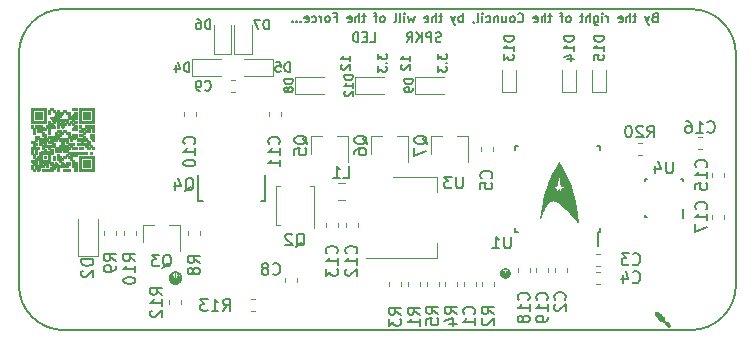
<source format=gbr>
G04 #@! TF.GenerationSoftware,KiCad,Pcbnew,5.0.2+dfsg1-1*
G04 #@! TF.CreationDate,2021-06-07T16:10:35-04:00*
G04 #@! TF.ProjectId,KyberBoard,4b796265-7242-46f6-9172-642e6b696361,rev?*
G04 #@! TF.SameCoordinates,Original*
G04 #@! TF.FileFunction,Legend,Bot*
G04 #@! TF.FilePolarity,Positive*
%FSLAX46Y46*%
G04 Gerber Fmt 4.6, Leading zero omitted, Abs format (unit mm)*
G04 Created by KiCad (PCBNEW 5.0.2+dfsg1-1) date Mon 07 Jun 2021 04:10:35 PM EDT*
%MOMM*%
%LPD*%
G01*
G04 APERTURE LIST*
%ADD10C,0.152400*%
%ADD11C,0.127000*%
%ADD12C,0.150000*%
%ADD13C,0.120000*%
%ADD14C,0.010000*%
G04 APERTURE END LIST*
D10*
X146064514Y-66026695D02*
X146451561Y-66026695D01*
X146451561Y-65213895D01*
X145793580Y-65600942D02*
X145522647Y-65600942D01*
X145406533Y-66026695D02*
X145793580Y-66026695D01*
X145793580Y-65213895D01*
X145406533Y-65213895D01*
X145058190Y-66026695D02*
X145058190Y-65213895D01*
X144864666Y-65213895D01*
X144748552Y-65252600D01*
X144671142Y-65330009D01*
X144632438Y-65407419D01*
X144593733Y-65562238D01*
X144593733Y-65678352D01*
X144632438Y-65833171D01*
X144671142Y-65910580D01*
X144748552Y-65987990D01*
X144864666Y-66026695D01*
X145058190Y-66026695D01*
X152073428Y-65987990D02*
X151957314Y-66026695D01*
X151763790Y-66026695D01*
X151686380Y-65987990D01*
X151647676Y-65949285D01*
X151608971Y-65871876D01*
X151608971Y-65794466D01*
X151647676Y-65717057D01*
X151686380Y-65678352D01*
X151763790Y-65639647D01*
X151918609Y-65600942D01*
X151996019Y-65562238D01*
X152034723Y-65523533D01*
X152073428Y-65446123D01*
X152073428Y-65368714D01*
X152034723Y-65291304D01*
X151996019Y-65252600D01*
X151918609Y-65213895D01*
X151725085Y-65213895D01*
X151608971Y-65252600D01*
X151260628Y-66026695D02*
X151260628Y-65213895D01*
X150950990Y-65213895D01*
X150873580Y-65252600D01*
X150834876Y-65291304D01*
X150796171Y-65368714D01*
X150796171Y-65484828D01*
X150834876Y-65562238D01*
X150873580Y-65600942D01*
X150950990Y-65639647D01*
X151260628Y-65639647D01*
X150447828Y-66026695D02*
X150447828Y-65213895D01*
X149983371Y-66026695D02*
X150331714Y-65562238D01*
X149983371Y-65213895D02*
X150447828Y-65678352D01*
X149170571Y-66026695D02*
X149441504Y-65639647D01*
X149635028Y-66026695D02*
X149635028Y-65213895D01*
X149325390Y-65213895D01*
X149247980Y-65252600D01*
X149209276Y-65291304D01*
X149170571Y-65368714D01*
X149170571Y-65484828D01*
X149209276Y-65562238D01*
X149247980Y-65600942D01*
X149325390Y-65639647D01*
X149635028Y-65639647D01*
D11*
X170154285Y-63954428D02*
X170047142Y-63990142D01*
X170011428Y-64025857D01*
X169975714Y-64097285D01*
X169975714Y-64204428D01*
X170011428Y-64275857D01*
X170047142Y-64311571D01*
X170118571Y-64347285D01*
X170404285Y-64347285D01*
X170404285Y-63597285D01*
X170154285Y-63597285D01*
X170082857Y-63633000D01*
X170047142Y-63668714D01*
X170011428Y-63740142D01*
X170011428Y-63811571D01*
X170047142Y-63883000D01*
X170082857Y-63918714D01*
X170154285Y-63954428D01*
X170404285Y-63954428D01*
X169725714Y-63847285D02*
X169547142Y-64347285D01*
X169368571Y-63847285D02*
X169547142Y-64347285D01*
X169618571Y-64525857D01*
X169654285Y-64561571D01*
X169725714Y-64597285D01*
X168618571Y-63847285D02*
X168332857Y-63847285D01*
X168511428Y-63597285D02*
X168511428Y-64240142D01*
X168475714Y-64311571D01*
X168404285Y-64347285D01*
X168332857Y-64347285D01*
X168082857Y-64347285D02*
X168082857Y-63597285D01*
X167761428Y-64347285D02*
X167761428Y-63954428D01*
X167797142Y-63883000D01*
X167868571Y-63847285D01*
X167975714Y-63847285D01*
X168047142Y-63883000D01*
X168082857Y-63918714D01*
X167118571Y-64311571D02*
X167190000Y-64347285D01*
X167332857Y-64347285D01*
X167404285Y-64311571D01*
X167440000Y-64240142D01*
X167440000Y-63954428D01*
X167404285Y-63883000D01*
X167332857Y-63847285D01*
X167190000Y-63847285D01*
X167118571Y-63883000D01*
X167082857Y-63954428D01*
X167082857Y-64025857D01*
X167440000Y-64097285D01*
X166190000Y-64347285D02*
X166190000Y-63847285D01*
X166190000Y-63990142D02*
X166154285Y-63918714D01*
X166118571Y-63883000D01*
X166047142Y-63847285D01*
X165975714Y-63847285D01*
X165725714Y-64347285D02*
X165725714Y-63847285D01*
X165725714Y-63597285D02*
X165761428Y-63633000D01*
X165725714Y-63668714D01*
X165690000Y-63633000D01*
X165725714Y-63597285D01*
X165725714Y-63668714D01*
X165047142Y-63847285D02*
X165047142Y-64454428D01*
X165082857Y-64525857D01*
X165118571Y-64561571D01*
X165190000Y-64597285D01*
X165297142Y-64597285D01*
X165368571Y-64561571D01*
X165047142Y-64311571D02*
X165118571Y-64347285D01*
X165261428Y-64347285D01*
X165332857Y-64311571D01*
X165368571Y-64275857D01*
X165404285Y-64204428D01*
X165404285Y-63990142D01*
X165368571Y-63918714D01*
X165332857Y-63883000D01*
X165261428Y-63847285D01*
X165118571Y-63847285D01*
X165047142Y-63883000D01*
X164690000Y-64347285D02*
X164690000Y-63597285D01*
X164368571Y-64347285D02*
X164368571Y-63954428D01*
X164404285Y-63883000D01*
X164475714Y-63847285D01*
X164582857Y-63847285D01*
X164654285Y-63883000D01*
X164690000Y-63918714D01*
X164118571Y-63847285D02*
X163832857Y-63847285D01*
X164011428Y-63597285D02*
X164011428Y-64240142D01*
X163975714Y-64311571D01*
X163904285Y-64347285D01*
X163832857Y-64347285D01*
X162904285Y-64347285D02*
X162975714Y-64311571D01*
X163011428Y-64275857D01*
X163047142Y-64204428D01*
X163047142Y-63990142D01*
X163011428Y-63918714D01*
X162975714Y-63883000D01*
X162904285Y-63847285D01*
X162797142Y-63847285D01*
X162725714Y-63883000D01*
X162690000Y-63918714D01*
X162654285Y-63990142D01*
X162654285Y-64204428D01*
X162690000Y-64275857D01*
X162725714Y-64311571D01*
X162797142Y-64347285D01*
X162904285Y-64347285D01*
X162440000Y-63847285D02*
X162154285Y-63847285D01*
X162332857Y-64347285D02*
X162332857Y-63704428D01*
X162297142Y-63633000D01*
X162225714Y-63597285D01*
X162154285Y-63597285D01*
X161440000Y-63847285D02*
X161154285Y-63847285D01*
X161332857Y-63597285D02*
X161332857Y-64240142D01*
X161297142Y-64311571D01*
X161225714Y-64347285D01*
X161154285Y-64347285D01*
X160904285Y-64347285D02*
X160904285Y-63597285D01*
X160582857Y-64347285D02*
X160582857Y-63954428D01*
X160618571Y-63883000D01*
X160690000Y-63847285D01*
X160797142Y-63847285D01*
X160868571Y-63883000D01*
X160904285Y-63918714D01*
X159940000Y-64311571D02*
X160011428Y-64347285D01*
X160154285Y-64347285D01*
X160225714Y-64311571D01*
X160261428Y-64240142D01*
X160261428Y-63954428D01*
X160225714Y-63883000D01*
X160154285Y-63847285D01*
X160011428Y-63847285D01*
X159940000Y-63883000D01*
X159904285Y-63954428D01*
X159904285Y-64025857D01*
X160261428Y-64097285D01*
X158582857Y-64275857D02*
X158618571Y-64311571D01*
X158725714Y-64347285D01*
X158797142Y-64347285D01*
X158904285Y-64311571D01*
X158975714Y-64240142D01*
X159011428Y-64168714D01*
X159047142Y-64025857D01*
X159047142Y-63918714D01*
X159011428Y-63775857D01*
X158975714Y-63704428D01*
X158904285Y-63633000D01*
X158797142Y-63597285D01*
X158725714Y-63597285D01*
X158618571Y-63633000D01*
X158582857Y-63668714D01*
X158154285Y-64347285D02*
X158225714Y-64311571D01*
X158261428Y-64275857D01*
X158297142Y-64204428D01*
X158297142Y-63990142D01*
X158261428Y-63918714D01*
X158225714Y-63883000D01*
X158154285Y-63847285D01*
X158047142Y-63847285D01*
X157975714Y-63883000D01*
X157940000Y-63918714D01*
X157904285Y-63990142D01*
X157904285Y-64204428D01*
X157940000Y-64275857D01*
X157975714Y-64311571D01*
X158047142Y-64347285D01*
X158154285Y-64347285D01*
X157261428Y-63847285D02*
X157261428Y-64347285D01*
X157582857Y-63847285D02*
X157582857Y-64240142D01*
X157547142Y-64311571D01*
X157475714Y-64347285D01*
X157368571Y-64347285D01*
X157297142Y-64311571D01*
X157261428Y-64275857D01*
X156904285Y-63847285D02*
X156904285Y-64347285D01*
X156904285Y-63918714D02*
X156868571Y-63883000D01*
X156797142Y-63847285D01*
X156690000Y-63847285D01*
X156618571Y-63883000D01*
X156582857Y-63954428D01*
X156582857Y-64347285D01*
X155904285Y-64311571D02*
X155975714Y-64347285D01*
X156118571Y-64347285D01*
X156190000Y-64311571D01*
X156225714Y-64275857D01*
X156261428Y-64204428D01*
X156261428Y-63990142D01*
X156225714Y-63918714D01*
X156190000Y-63883000D01*
X156118571Y-63847285D01*
X155975714Y-63847285D01*
X155904285Y-63883000D01*
X155582857Y-64347285D02*
X155582857Y-63847285D01*
X155582857Y-63597285D02*
X155618571Y-63633000D01*
X155582857Y-63668714D01*
X155547142Y-63633000D01*
X155582857Y-63597285D01*
X155582857Y-63668714D01*
X155118571Y-64347285D02*
X155190000Y-64311571D01*
X155225714Y-64240142D01*
X155225714Y-63597285D01*
X154797142Y-64311571D02*
X154797142Y-64347285D01*
X154832857Y-64418714D01*
X154868571Y-64454428D01*
X153904285Y-64347285D02*
X153904285Y-63597285D01*
X153904285Y-63883000D02*
X153832857Y-63847285D01*
X153690000Y-63847285D01*
X153618571Y-63883000D01*
X153582857Y-63918714D01*
X153547142Y-63990142D01*
X153547142Y-64204428D01*
X153582857Y-64275857D01*
X153618571Y-64311571D01*
X153690000Y-64347285D01*
X153832857Y-64347285D01*
X153904285Y-64311571D01*
X153297142Y-63847285D02*
X153118571Y-64347285D01*
X152940000Y-63847285D02*
X153118571Y-64347285D01*
X153190000Y-64525857D01*
X153225714Y-64561571D01*
X153297142Y-64597285D01*
X152190000Y-63847285D02*
X151904285Y-63847285D01*
X152082857Y-63597285D02*
X152082857Y-64240142D01*
X152047142Y-64311571D01*
X151975714Y-64347285D01*
X151904285Y-64347285D01*
X151654285Y-64347285D02*
X151654285Y-63597285D01*
X151332857Y-64347285D02*
X151332857Y-63954428D01*
X151368571Y-63883000D01*
X151440000Y-63847285D01*
X151547142Y-63847285D01*
X151618571Y-63883000D01*
X151654285Y-63918714D01*
X150690000Y-64311571D02*
X150761428Y-64347285D01*
X150904285Y-64347285D01*
X150975714Y-64311571D01*
X151011428Y-64240142D01*
X151011428Y-63954428D01*
X150975714Y-63883000D01*
X150904285Y-63847285D01*
X150761428Y-63847285D01*
X150690000Y-63883000D01*
X150654285Y-63954428D01*
X150654285Y-64025857D01*
X151011428Y-64097285D01*
X149832857Y-63847285D02*
X149690000Y-64347285D01*
X149547142Y-63990142D01*
X149404285Y-64347285D01*
X149261428Y-63847285D01*
X148975714Y-64347285D02*
X148975714Y-63847285D01*
X148975714Y-63597285D02*
X149011428Y-63633000D01*
X148975714Y-63668714D01*
X148940000Y-63633000D01*
X148975714Y-63597285D01*
X148975714Y-63668714D01*
X148511428Y-64347285D02*
X148582857Y-64311571D01*
X148618571Y-64240142D01*
X148618571Y-63597285D01*
X148118571Y-64347285D02*
X148190000Y-64311571D01*
X148225714Y-64240142D01*
X148225714Y-63597285D01*
X147154285Y-64347285D02*
X147225714Y-64311571D01*
X147261428Y-64275857D01*
X147297142Y-64204428D01*
X147297142Y-63990142D01*
X147261428Y-63918714D01*
X147225714Y-63883000D01*
X147154285Y-63847285D01*
X147047142Y-63847285D01*
X146975714Y-63883000D01*
X146940000Y-63918714D01*
X146904285Y-63990142D01*
X146904285Y-64204428D01*
X146940000Y-64275857D01*
X146975714Y-64311571D01*
X147047142Y-64347285D01*
X147154285Y-64347285D01*
X146690000Y-63847285D02*
X146404285Y-63847285D01*
X146582857Y-64347285D02*
X146582857Y-63704428D01*
X146547142Y-63633000D01*
X146475714Y-63597285D01*
X146404285Y-63597285D01*
X145690000Y-63847285D02*
X145404285Y-63847285D01*
X145582857Y-63597285D02*
X145582857Y-64240142D01*
X145547142Y-64311571D01*
X145475714Y-64347285D01*
X145404285Y-64347285D01*
X145154285Y-64347285D02*
X145154285Y-63597285D01*
X144832857Y-64347285D02*
X144832857Y-63954428D01*
X144868571Y-63883000D01*
X144940000Y-63847285D01*
X145047142Y-63847285D01*
X145118571Y-63883000D01*
X145154285Y-63918714D01*
X144190000Y-64311571D02*
X144261428Y-64347285D01*
X144404285Y-64347285D01*
X144475714Y-64311571D01*
X144511428Y-64240142D01*
X144511428Y-63954428D01*
X144475714Y-63883000D01*
X144404285Y-63847285D01*
X144261428Y-63847285D01*
X144190000Y-63883000D01*
X144154285Y-63954428D01*
X144154285Y-64025857D01*
X144511428Y-64097285D01*
X143011428Y-63954428D02*
X143261428Y-63954428D01*
X143261428Y-64347285D02*
X143261428Y-63597285D01*
X142904285Y-63597285D01*
X142511428Y-64347285D02*
X142582857Y-64311571D01*
X142618571Y-64275857D01*
X142654285Y-64204428D01*
X142654285Y-63990142D01*
X142618571Y-63918714D01*
X142582857Y-63883000D01*
X142511428Y-63847285D01*
X142404285Y-63847285D01*
X142332857Y-63883000D01*
X142297142Y-63918714D01*
X142261428Y-63990142D01*
X142261428Y-64204428D01*
X142297142Y-64275857D01*
X142332857Y-64311571D01*
X142404285Y-64347285D01*
X142511428Y-64347285D01*
X141940000Y-64347285D02*
X141940000Y-63847285D01*
X141940000Y-63990142D02*
X141904285Y-63918714D01*
X141868571Y-63883000D01*
X141797142Y-63847285D01*
X141725714Y-63847285D01*
X141154285Y-64311571D02*
X141225714Y-64347285D01*
X141368571Y-64347285D01*
X141440000Y-64311571D01*
X141475714Y-64275857D01*
X141511428Y-64204428D01*
X141511428Y-63990142D01*
X141475714Y-63918714D01*
X141440000Y-63883000D01*
X141368571Y-63847285D01*
X141225714Y-63847285D01*
X141154285Y-63883000D01*
X140547142Y-64311571D02*
X140618571Y-64347285D01*
X140761428Y-64347285D01*
X140832857Y-64311571D01*
X140868571Y-64240142D01*
X140868571Y-63954428D01*
X140832857Y-63883000D01*
X140761428Y-63847285D01*
X140618571Y-63847285D01*
X140547142Y-63883000D01*
X140511428Y-63954428D01*
X140511428Y-64025857D01*
X140868571Y-64097285D01*
X140190000Y-64275857D02*
X140154285Y-64311571D01*
X140190000Y-64347285D01*
X140225714Y-64311571D01*
X140190000Y-64275857D01*
X140190000Y-64347285D01*
X139832857Y-64275857D02*
X139797142Y-64311571D01*
X139832857Y-64347285D01*
X139868571Y-64311571D01*
X139832857Y-64275857D01*
X139832857Y-64347285D01*
X139475714Y-64275857D02*
X139440000Y-64311571D01*
X139475714Y-64347285D01*
X139511428Y-64311571D01*
X139475714Y-64275857D01*
X139475714Y-64347285D01*
D12*
X116332000Y-67056000D02*
G75*
G02X120142000Y-63246000I3810000J0D01*
G01*
X120142000Y-90424000D02*
G75*
G02X116332000Y-86614000I0J3810000D01*
G01*
X116332000Y-86614000D02*
X116332000Y-67056000D01*
X173228000Y-90424000D02*
X120142000Y-90424000D01*
X173228000Y-63246000D02*
X120142000Y-63246000D01*
X177038000Y-86614000D02*
X177038000Y-67056000D01*
X177038000Y-86614000D02*
G75*
G02X173228000Y-90424000I-3810000J0D01*
G01*
X173228000Y-63246000D02*
G75*
G02X177038000Y-67056000I0J-3810000D01*
G01*
G04 #@! TO.C,U4*
X172593000Y-80899000D02*
X172593000Y-80137000D01*
X169333000Y-77618000D02*
X169533000Y-77618000D01*
X169333000Y-77618000D02*
X169333000Y-77818000D01*
X172583000Y-77618000D02*
X172583000Y-77818000D01*
X172583000Y-77618000D02*
X172383000Y-77618000D01*
X169333000Y-80868000D02*
X169533000Y-80868000D01*
X169333000Y-80868000D02*
X169333000Y-80668000D01*
D13*
G04 #@! TO.C,C15*
X175004000Y-77450767D02*
X175004000Y-77108233D01*
X176024000Y-77450767D02*
X176024000Y-77108233D01*
D14*
G04 #@! TO.C,G\002A\002A\002A*
G36*
X157457108Y-85201435D02*
X157441335Y-85202328D01*
X157427687Y-85203697D01*
X157425051Y-85204063D01*
X157388774Y-85211095D01*
X157353657Y-85221255D01*
X157319865Y-85234438D01*
X157287561Y-85250542D01*
X157256909Y-85269463D01*
X157228072Y-85291097D01*
X157201213Y-85315342D01*
X157176497Y-85342093D01*
X157154087Y-85371248D01*
X157148988Y-85378713D01*
X157140057Y-85393130D01*
X157130873Y-85409787D01*
X157121950Y-85427627D01*
X157113803Y-85445590D01*
X157106945Y-85462620D01*
X157103619Y-85472085D01*
X157095433Y-85500023D01*
X157089540Y-85527214D01*
X157085776Y-85554707D01*
X157083975Y-85583550D01*
X157083760Y-85598693D01*
X157085423Y-85635238D01*
X157090365Y-85671115D01*
X157098510Y-85706150D01*
X157109787Y-85740164D01*
X157124122Y-85772982D01*
X157141442Y-85804427D01*
X157161673Y-85834322D01*
X157184743Y-85862491D01*
X157199713Y-85878287D01*
X157226828Y-85903047D01*
X157255811Y-85925008D01*
X157286534Y-85944108D01*
X157318870Y-85960284D01*
X157352691Y-85973475D01*
X157387870Y-85983616D01*
X157424279Y-85990648D01*
X157431404Y-85991637D01*
X157442144Y-85992687D01*
X157455326Y-85993435D01*
X157470017Y-85993873D01*
X157485284Y-85993997D01*
X157500194Y-85993799D01*
X157513816Y-85993274D01*
X157525216Y-85992415D01*
X157526567Y-85992269D01*
X157557383Y-85987327D01*
X157588787Y-85979495D01*
X157620082Y-85969016D01*
X157650568Y-85956133D01*
X157679550Y-85941088D01*
X157688271Y-85935931D01*
X157717318Y-85916262D01*
X157744686Y-85893817D01*
X157770093Y-85868906D01*
X157793258Y-85841838D01*
X157813898Y-85812923D01*
X157831732Y-85782470D01*
X157836405Y-85773260D01*
X157850113Y-85742573D01*
X157860829Y-85712351D01*
X157868703Y-85681954D01*
X157873883Y-85650739D01*
X157876516Y-85618065D01*
X157876935Y-85598000D01*
X157876387Y-85572315D01*
X157875906Y-85565959D01*
X157843280Y-85565959D01*
X157842269Y-85597543D01*
X157838272Y-85628744D01*
X157837421Y-85633321D01*
X157835603Y-85642320D01*
X157833821Y-85650480D01*
X157832217Y-85657205D01*
X157830935Y-85661901D01*
X157830117Y-85663972D01*
X157830032Y-85664020D01*
X157826863Y-85663367D01*
X157821532Y-85661823D01*
X157815036Y-85659713D01*
X157808371Y-85657363D01*
X157802537Y-85655098D01*
X157801942Y-85654849D01*
X157793992Y-85651179D01*
X157791997Y-85650110D01*
X157718760Y-85650110D01*
X157717309Y-85651196D01*
X157713229Y-85653561D01*
X157706928Y-85656985D01*
X157698813Y-85661251D01*
X157689294Y-85666140D01*
X157681083Y-85670281D01*
X157664425Y-85678804D01*
X157650543Y-85686393D01*
X157639064Y-85693363D01*
X157629618Y-85700028D01*
X157621833Y-85706703D01*
X157615335Y-85713705D01*
X157609755Y-85721347D01*
X157604719Y-85729946D01*
X157600397Y-85738653D01*
X157596725Y-85747096D01*
X157593555Y-85755825D01*
X157590731Y-85765442D01*
X157588096Y-85776547D01*
X157585494Y-85789743D01*
X157582770Y-85805631D01*
X157582390Y-85807973D01*
X157577716Y-85835423D01*
X157573009Y-85859717D01*
X157568195Y-85881085D01*
X157563200Y-85899758D01*
X157557947Y-85915964D01*
X157552364Y-85929935D01*
X157546373Y-85941901D01*
X157539902Y-85952091D01*
X157532875Y-85960737D01*
X157532612Y-85961021D01*
X157523086Y-85969520D01*
X157513285Y-85974739D01*
X157502972Y-85976787D01*
X157498070Y-85976699D01*
X157492626Y-85976143D01*
X157488703Y-85975516D01*
X157487369Y-85975080D01*
X157487551Y-85974529D01*
X157474920Y-85974529D01*
X157473349Y-85975674D01*
X157469089Y-85976407D01*
X157462821Y-85976651D01*
X157457563Y-85976488D01*
X157447106Y-85974612D01*
X157440348Y-85971552D01*
X157430748Y-85964104D01*
X157421735Y-85953351D01*
X157413295Y-85939277D01*
X157411557Y-85935820D01*
X157406682Y-85925127D01*
X157402244Y-85913781D01*
X157398134Y-85901376D01*
X157394246Y-85887504D01*
X157390470Y-85871760D01*
X157386700Y-85853739D01*
X157382827Y-85833033D01*
X157380000Y-85816733D01*
X157376857Y-85798638D01*
X157373999Y-85783456D01*
X157371295Y-85770740D01*
X157368614Y-85760040D01*
X157365822Y-85750910D01*
X157362789Y-85742902D01*
X157359382Y-85735567D01*
X157355470Y-85728458D01*
X157352647Y-85723831D01*
X157347440Y-85716285D01*
X157341577Y-85709356D01*
X157334701Y-85702796D01*
X157326460Y-85696352D01*
X157316500Y-85689775D01*
X157304466Y-85682814D01*
X157290005Y-85675218D01*
X157272763Y-85666736D01*
X157270397Y-85665603D01*
X157259838Y-85660438D01*
X157251615Y-85656166D01*
X157245938Y-85652906D01*
X157243019Y-85650776D01*
X157242723Y-85650026D01*
X157245260Y-85649213D01*
X157250464Y-85648699D01*
X157257632Y-85648470D01*
X157266060Y-85648511D01*
X157275043Y-85648807D01*
X157283878Y-85649344D01*
X157291860Y-85650107D01*
X157298285Y-85651081D01*
X157298813Y-85651190D01*
X157317784Y-85656040D01*
X157337443Y-85662593D01*
X157356940Y-85670480D01*
X157375427Y-85679334D01*
X157392053Y-85688786D01*
X157403377Y-85696481D01*
X157417347Y-85706909D01*
X157417387Y-85729078D01*
X157417729Y-85745636D01*
X157418644Y-85764525D01*
X157420049Y-85784754D01*
X157421863Y-85805331D01*
X157424001Y-85825266D01*
X157426380Y-85843566D01*
X157427668Y-85852000D01*
X157432664Y-85878427D01*
X157438639Y-85902297D01*
X157445536Y-85923450D01*
X157453297Y-85941726D01*
X157461865Y-85956962D01*
X157468330Y-85965757D01*
X157471806Y-85970065D01*
X157474194Y-85973270D01*
X157474920Y-85974529D01*
X157487551Y-85974529D01*
X157487913Y-85973437D01*
X157490096Y-85969815D01*
X157493486Y-85964914D01*
X157494523Y-85963501D01*
X157503177Y-85950149D01*
X157510954Y-85934507D01*
X157517882Y-85916453D01*
X157523986Y-85895865D01*
X157529293Y-85872623D01*
X157533829Y-85846603D01*
X157537619Y-85817685D01*
X157540691Y-85785746D01*
X157543069Y-85750665D01*
X157543974Y-85732620D01*
X157545193Y-85705527D01*
X157557047Y-85696536D01*
X157569368Y-85688237D01*
X157584236Y-85679917D01*
X157600833Y-85671931D01*
X157618338Y-85664632D01*
X157635934Y-85658374D01*
X157652801Y-85653509D01*
X157661187Y-85651612D01*
X157668537Y-85650411D01*
X157677070Y-85649454D01*
X157686170Y-85648755D01*
X157695218Y-85648332D01*
X157703596Y-85648200D01*
X157710687Y-85648376D01*
X157715873Y-85648875D01*
X157718537Y-85649713D01*
X157718760Y-85650110D01*
X157791997Y-85650110D01*
X157785443Y-85646599D01*
X157775815Y-85640818D01*
X157764626Y-85633543D01*
X157751395Y-85624484D01*
X157748247Y-85622282D01*
X157727780Y-85607919D01*
X157728511Y-85569516D01*
X157728687Y-85551893D01*
X157728435Y-85536935D01*
X157727685Y-85523937D01*
X157726364Y-85512197D01*
X157724400Y-85501011D01*
X157721723Y-85489676D01*
X157719599Y-85482007D01*
X157714543Y-85466662D01*
X157708536Y-85451922D01*
X157701863Y-85438304D01*
X157694808Y-85426323D01*
X157687656Y-85416494D01*
X157680691Y-85409335D01*
X157678664Y-85407772D01*
X157667605Y-85400942D01*
X157656948Y-85396652D01*
X157645427Y-85394497D01*
X157635787Y-85394038D01*
X157627799Y-85394106D01*
X157622055Y-85394552D01*
X157617416Y-85395585D01*
X157612741Y-85397417D01*
X157609689Y-85398869D01*
X157600823Y-85404376D01*
X157591485Y-85412137D01*
X157582539Y-85421293D01*
X157574851Y-85430987D01*
X157570822Y-85437379D01*
X157567116Y-85444316D01*
X157563854Y-85451109D01*
X157560858Y-85458273D01*
X157557952Y-85466324D01*
X157554958Y-85475778D01*
X157551699Y-85487148D01*
X157547997Y-85500951D01*
X157545084Y-85512196D01*
X157541670Y-85525356D01*
X157538387Y-85537656D01*
X157535101Y-85549538D01*
X157531678Y-85561442D01*
X157527982Y-85573810D01*
X157523879Y-85587082D01*
X157519235Y-85601700D01*
X157513915Y-85618103D01*
X157507785Y-85636733D01*
X157500709Y-85658031D01*
X157499104Y-85662844D01*
X157493815Y-85678507D01*
X157489296Y-85691501D01*
X157485590Y-85701713D01*
X157482738Y-85709032D01*
X157480783Y-85713344D01*
X157479766Y-85714539D01*
X157479722Y-85714490D01*
X157478904Y-85712461D01*
X157477144Y-85707559D01*
X157474561Y-85700127D01*
X157471271Y-85690511D01*
X157467391Y-85679054D01*
X157463040Y-85666099D01*
X157458334Y-85651992D01*
X157455589Y-85643720D01*
X157449030Y-85623877D01*
X157443427Y-85606812D01*
X157438651Y-85592092D01*
X157434571Y-85579289D01*
X157431056Y-85567971D01*
X157427978Y-85557708D01*
X157425206Y-85548068D01*
X157422609Y-85538622D01*
X157420058Y-85528939D01*
X157417423Y-85518587D01*
X157415688Y-85511640D01*
X157410674Y-85492293D01*
X157405922Y-85475879D01*
X157401263Y-85461973D01*
X157396523Y-85450150D01*
X157391531Y-85439985D01*
X157386115Y-85431052D01*
X157380103Y-85422926D01*
X157379542Y-85422237D01*
X157367805Y-85410128D01*
X157355219Y-85401268D01*
X157341888Y-85395680D01*
X157327913Y-85393388D01*
X157313395Y-85394413D01*
X157298437Y-85398778D01*
X157290347Y-85402462D01*
X157280497Y-85409265D01*
X157271033Y-85419366D01*
X157262007Y-85432697D01*
X157253471Y-85449186D01*
X157249972Y-85457212D01*
X157241184Y-85482618D01*
X157235123Y-85509765D01*
X157231830Y-85538330D01*
X157231350Y-85567989D01*
X157232738Y-85589533D01*
X157233405Y-85597605D01*
X157233517Y-85602951D01*
X157233052Y-85606193D01*
X157232132Y-85607813D01*
X157228933Y-85610518D01*
X157223440Y-85614620D01*
X157216237Y-85619728D01*
X157207908Y-85625451D01*
X157199033Y-85631398D01*
X157190198Y-85637178D01*
X157181984Y-85642399D01*
X157174975Y-85646671D01*
X157170120Y-85649411D01*
X157163761Y-85652506D01*
X157156482Y-85655664D01*
X157148971Y-85658636D01*
X157141918Y-85661171D01*
X157136009Y-85663021D01*
X157131934Y-85663934D01*
X157130443Y-85663809D01*
X157129735Y-85661800D01*
X157128547Y-85657185D01*
X157127038Y-85650686D01*
X157125362Y-85643022D01*
X157123678Y-85634914D01*
X157122142Y-85627083D01*
X157120911Y-85620249D01*
X157120731Y-85619167D01*
X157119916Y-85612103D01*
X157119271Y-85602249D01*
X157118821Y-85590196D01*
X157118591Y-85576537D01*
X157118568Y-85569213D01*
X157118642Y-85555838D01*
X157118864Y-85545104D01*
X157119282Y-85536267D01*
X157119948Y-85528583D01*
X157120910Y-85521307D01*
X157122220Y-85513696D01*
X157122345Y-85513028D01*
X157129303Y-85484445D01*
X157139279Y-85455745D01*
X157151976Y-85427498D01*
X157167097Y-85400276D01*
X157184343Y-85374652D01*
X157203418Y-85351196D01*
X157210495Y-85343580D01*
X157233760Y-85321686D01*
X157258920Y-85302369D01*
X157286077Y-85285578D01*
X157315336Y-85271262D01*
X157346800Y-85259370D01*
X157380571Y-85249851D01*
X157414807Y-85242973D01*
X157424838Y-85241720D01*
X157437535Y-85240761D01*
X157452190Y-85240097D01*
X157468097Y-85239729D01*
X157484547Y-85239656D01*
X157500832Y-85239878D01*
X157516246Y-85240397D01*
X157530080Y-85241213D01*
X157541627Y-85242325D01*
X157545803Y-85242909D01*
X157581733Y-85250093D01*
X157615714Y-85259926D01*
X157647681Y-85272370D01*
X157677572Y-85287387D01*
X157705323Y-85304938D01*
X157730872Y-85324986D01*
X157754154Y-85347491D01*
X157775108Y-85372416D01*
X157786773Y-85388873D01*
X157792710Y-85398469D01*
X157799290Y-85410184D01*
X157806120Y-85423216D01*
X157812806Y-85436762D01*
X157818954Y-85450021D01*
X157824173Y-85462192D01*
X157828068Y-85472472D01*
X157828704Y-85474387D01*
X157836468Y-85503834D01*
X157841337Y-85534541D01*
X157843280Y-85565959D01*
X157875906Y-85565959D01*
X157874611Y-85548877D01*
X157871482Y-85526730D01*
X157866874Y-85504919D01*
X157862611Y-85489030D01*
X157850782Y-85454137D01*
X157836094Y-85420937D01*
X157818687Y-85389552D01*
X157798703Y-85360107D01*
X157776284Y-85332725D01*
X157751570Y-85307528D01*
X157724704Y-85284641D01*
X157695826Y-85264186D01*
X157665077Y-85246287D01*
X157632600Y-85231067D01*
X157598534Y-85218649D01*
X157563023Y-85209156D01*
X157535880Y-85204085D01*
X157523181Y-85202607D01*
X157508041Y-85201602D01*
X157491373Y-85201072D01*
X157474091Y-85201016D01*
X157457108Y-85201435D01*
X157457108Y-85201435D01*
G37*
X157457108Y-85201435D02*
X157441335Y-85202328D01*
X157427687Y-85203697D01*
X157425051Y-85204063D01*
X157388774Y-85211095D01*
X157353657Y-85221255D01*
X157319865Y-85234438D01*
X157287561Y-85250542D01*
X157256909Y-85269463D01*
X157228072Y-85291097D01*
X157201213Y-85315342D01*
X157176497Y-85342093D01*
X157154087Y-85371248D01*
X157148988Y-85378713D01*
X157140057Y-85393130D01*
X157130873Y-85409787D01*
X157121950Y-85427627D01*
X157113803Y-85445590D01*
X157106945Y-85462620D01*
X157103619Y-85472085D01*
X157095433Y-85500023D01*
X157089540Y-85527214D01*
X157085776Y-85554707D01*
X157083975Y-85583550D01*
X157083760Y-85598693D01*
X157085423Y-85635238D01*
X157090365Y-85671115D01*
X157098510Y-85706150D01*
X157109787Y-85740164D01*
X157124122Y-85772982D01*
X157141442Y-85804427D01*
X157161673Y-85834322D01*
X157184743Y-85862491D01*
X157199713Y-85878287D01*
X157226828Y-85903047D01*
X157255811Y-85925008D01*
X157286534Y-85944108D01*
X157318870Y-85960284D01*
X157352691Y-85973475D01*
X157387870Y-85983616D01*
X157424279Y-85990648D01*
X157431404Y-85991637D01*
X157442144Y-85992687D01*
X157455326Y-85993435D01*
X157470017Y-85993873D01*
X157485284Y-85993997D01*
X157500194Y-85993799D01*
X157513816Y-85993274D01*
X157525216Y-85992415D01*
X157526567Y-85992269D01*
X157557383Y-85987327D01*
X157588787Y-85979495D01*
X157620082Y-85969016D01*
X157650568Y-85956133D01*
X157679550Y-85941088D01*
X157688271Y-85935931D01*
X157717318Y-85916262D01*
X157744686Y-85893817D01*
X157770093Y-85868906D01*
X157793258Y-85841838D01*
X157813898Y-85812923D01*
X157831732Y-85782470D01*
X157836405Y-85773260D01*
X157850113Y-85742573D01*
X157860829Y-85712351D01*
X157868703Y-85681954D01*
X157873883Y-85650739D01*
X157876516Y-85618065D01*
X157876935Y-85598000D01*
X157876387Y-85572315D01*
X157875906Y-85565959D01*
X157843280Y-85565959D01*
X157842269Y-85597543D01*
X157838272Y-85628744D01*
X157837421Y-85633321D01*
X157835603Y-85642320D01*
X157833821Y-85650480D01*
X157832217Y-85657205D01*
X157830935Y-85661901D01*
X157830117Y-85663972D01*
X157830032Y-85664020D01*
X157826863Y-85663367D01*
X157821532Y-85661823D01*
X157815036Y-85659713D01*
X157808371Y-85657363D01*
X157802537Y-85655098D01*
X157801942Y-85654849D01*
X157793992Y-85651179D01*
X157791997Y-85650110D01*
X157718760Y-85650110D01*
X157717309Y-85651196D01*
X157713229Y-85653561D01*
X157706928Y-85656985D01*
X157698813Y-85661251D01*
X157689294Y-85666140D01*
X157681083Y-85670281D01*
X157664425Y-85678804D01*
X157650543Y-85686393D01*
X157639064Y-85693363D01*
X157629618Y-85700028D01*
X157621833Y-85706703D01*
X157615335Y-85713705D01*
X157609755Y-85721347D01*
X157604719Y-85729946D01*
X157600397Y-85738653D01*
X157596725Y-85747096D01*
X157593555Y-85755825D01*
X157590731Y-85765442D01*
X157588096Y-85776547D01*
X157585494Y-85789743D01*
X157582770Y-85805631D01*
X157582390Y-85807973D01*
X157577716Y-85835423D01*
X157573009Y-85859717D01*
X157568195Y-85881085D01*
X157563200Y-85899758D01*
X157557947Y-85915964D01*
X157552364Y-85929935D01*
X157546373Y-85941901D01*
X157539902Y-85952091D01*
X157532875Y-85960737D01*
X157532612Y-85961021D01*
X157523086Y-85969520D01*
X157513285Y-85974739D01*
X157502972Y-85976787D01*
X157498070Y-85976699D01*
X157492626Y-85976143D01*
X157488703Y-85975516D01*
X157487369Y-85975080D01*
X157487551Y-85974529D01*
X157474920Y-85974529D01*
X157473349Y-85975674D01*
X157469089Y-85976407D01*
X157462821Y-85976651D01*
X157457563Y-85976488D01*
X157447106Y-85974612D01*
X157440348Y-85971552D01*
X157430748Y-85964104D01*
X157421735Y-85953351D01*
X157413295Y-85939277D01*
X157411557Y-85935820D01*
X157406682Y-85925127D01*
X157402244Y-85913781D01*
X157398134Y-85901376D01*
X157394246Y-85887504D01*
X157390470Y-85871760D01*
X157386700Y-85853739D01*
X157382827Y-85833033D01*
X157380000Y-85816733D01*
X157376857Y-85798638D01*
X157373999Y-85783456D01*
X157371295Y-85770740D01*
X157368614Y-85760040D01*
X157365822Y-85750910D01*
X157362789Y-85742902D01*
X157359382Y-85735567D01*
X157355470Y-85728458D01*
X157352647Y-85723831D01*
X157347440Y-85716285D01*
X157341577Y-85709356D01*
X157334701Y-85702796D01*
X157326460Y-85696352D01*
X157316500Y-85689775D01*
X157304466Y-85682814D01*
X157290005Y-85675218D01*
X157272763Y-85666736D01*
X157270397Y-85665603D01*
X157259838Y-85660438D01*
X157251615Y-85656166D01*
X157245938Y-85652906D01*
X157243019Y-85650776D01*
X157242723Y-85650026D01*
X157245260Y-85649213D01*
X157250464Y-85648699D01*
X157257632Y-85648470D01*
X157266060Y-85648511D01*
X157275043Y-85648807D01*
X157283878Y-85649344D01*
X157291860Y-85650107D01*
X157298285Y-85651081D01*
X157298813Y-85651190D01*
X157317784Y-85656040D01*
X157337443Y-85662593D01*
X157356940Y-85670480D01*
X157375427Y-85679334D01*
X157392053Y-85688786D01*
X157403377Y-85696481D01*
X157417347Y-85706909D01*
X157417387Y-85729078D01*
X157417729Y-85745636D01*
X157418644Y-85764525D01*
X157420049Y-85784754D01*
X157421863Y-85805331D01*
X157424001Y-85825266D01*
X157426380Y-85843566D01*
X157427668Y-85852000D01*
X157432664Y-85878427D01*
X157438639Y-85902297D01*
X157445536Y-85923450D01*
X157453297Y-85941726D01*
X157461865Y-85956962D01*
X157468330Y-85965757D01*
X157471806Y-85970065D01*
X157474194Y-85973270D01*
X157474920Y-85974529D01*
X157487551Y-85974529D01*
X157487913Y-85973437D01*
X157490096Y-85969815D01*
X157493486Y-85964914D01*
X157494523Y-85963501D01*
X157503177Y-85950149D01*
X157510954Y-85934507D01*
X157517882Y-85916453D01*
X157523986Y-85895865D01*
X157529293Y-85872623D01*
X157533829Y-85846603D01*
X157537619Y-85817685D01*
X157540691Y-85785746D01*
X157543069Y-85750665D01*
X157543974Y-85732620D01*
X157545193Y-85705527D01*
X157557047Y-85696536D01*
X157569368Y-85688237D01*
X157584236Y-85679917D01*
X157600833Y-85671931D01*
X157618338Y-85664632D01*
X157635934Y-85658374D01*
X157652801Y-85653509D01*
X157661187Y-85651612D01*
X157668537Y-85650411D01*
X157677070Y-85649454D01*
X157686170Y-85648755D01*
X157695218Y-85648332D01*
X157703596Y-85648200D01*
X157710687Y-85648376D01*
X157715873Y-85648875D01*
X157718537Y-85649713D01*
X157718760Y-85650110D01*
X157791997Y-85650110D01*
X157785443Y-85646599D01*
X157775815Y-85640818D01*
X157764626Y-85633543D01*
X157751395Y-85624484D01*
X157748247Y-85622282D01*
X157727780Y-85607919D01*
X157728511Y-85569516D01*
X157728687Y-85551893D01*
X157728435Y-85536935D01*
X157727685Y-85523937D01*
X157726364Y-85512197D01*
X157724400Y-85501011D01*
X157721723Y-85489676D01*
X157719599Y-85482007D01*
X157714543Y-85466662D01*
X157708536Y-85451922D01*
X157701863Y-85438304D01*
X157694808Y-85426323D01*
X157687656Y-85416494D01*
X157680691Y-85409335D01*
X157678664Y-85407772D01*
X157667605Y-85400942D01*
X157656948Y-85396652D01*
X157645427Y-85394497D01*
X157635787Y-85394038D01*
X157627799Y-85394106D01*
X157622055Y-85394552D01*
X157617416Y-85395585D01*
X157612741Y-85397417D01*
X157609689Y-85398869D01*
X157600823Y-85404376D01*
X157591485Y-85412137D01*
X157582539Y-85421293D01*
X157574851Y-85430987D01*
X157570822Y-85437379D01*
X157567116Y-85444316D01*
X157563854Y-85451109D01*
X157560858Y-85458273D01*
X157557952Y-85466324D01*
X157554958Y-85475778D01*
X157551699Y-85487148D01*
X157547997Y-85500951D01*
X157545084Y-85512196D01*
X157541670Y-85525356D01*
X157538387Y-85537656D01*
X157535101Y-85549538D01*
X157531678Y-85561442D01*
X157527982Y-85573810D01*
X157523879Y-85587082D01*
X157519235Y-85601700D01*
X157513915Y-85618103D01*
X157507785Y-85636733D01*
X157500709Y-85658031D01*
X157499104Y-85662844D01*
X157493815Y-85678507D01*
X157489296Y-85691501D01*
X157485590Y-85701713D01*
X157482738Y-85709032D01*
X157480783Y-85713344D01*
X157479766Y-85714539D01*
X157479722Y-85714490D01*
X157478904Y-85712461D01*
X157477144Y-85707559D01*
X157474561Y-85700127D01*
X157471271Y-85690511D01*
X157467391Y-85679054D01*
X157463040Y-85666099D01*
X157458334Y-85651992D01*
X157455589Y-85643720D01*
X157449030Y-85623877D01*
X157443427Y-85606812D01*
X157438651Y-85592092D01*
X157434571Y-85579289D01*
X157431056Y-85567971D01*
X157427978Y-85557708D01*
X157425206Y-85548068D01*
X157422609Y-85538622D01*
X157420058Y-85528939D01*
X157417423Y-85518587D01*
X157415688Y-85511640D01*
X157410674Y-85492293D01*
X157405922Y-85475879D01*
X157401263Y-85461973D01*
X157396523Y-85450150D01*
X157391531Y-85439985D01*
X157386115Y-85431052D01*
X157380103Y-85422926D01*
X157379542Y-85422237D01*
X157367805Y-85410128D01*
X157355219Y-85401268D01*
X157341888Y-85395680D01*
X157327913Y-85393388D01*
X157313395Y-85394413D01*
X157298437Y-85398778D01*
X157290347Y-85402462D01*
X157280497Y-85409265D01*
X157271033Y-85419366D01*
X157262007Y-85432697D01*
X157253471Y-85449186D01*
X157249972Y-85457212D01*
X157241184Y-85482618D01*
X157235123Y-85509765D01*
X157231830Y-85538330D01*
X157231350Y-85567989D01*
X157232738Y-85589533D01*
X157233405Y-85597605D01*
X157233517Y-85602951D01*
X157233052Y-85606193D01*
X157232132Y-85607813D01*
X157228933Y-85610518D01*
X157223440Y-85614620D01*
X157216237Y-85619728D01*
X157207908Y-85625451D01*
X157199033Y-85631398D01*
X157190198Y-85637178D01*
X157181984Y-85642399D01*
X157174975Y-85646671D01*
X157170120Y-85649411D01*
X157163761Y-85652506D01*
X157156482Y-85655664D01*
X157148971Y-85658636D01*
X157141918Y-85661171D01*
X157136009Y-85663021D01*
X157131934Y-85663934D01*
X157130443Y-85663809D01*
X157129735Y-85661800D01*
X157128547Y-85657185D01*
X157127038Y-85650686D01*
X157125362Y-85643022D01*
X157123678Y-85634914D01*
X157122142Y-85627083D01*
X157120911Y-85620249D01*
X157120731Y-85619167D01*
X157119916Y-85612103D01*
X157119271Y-85602249D01*
X157118821Y-85590196D01*
X157118591Y-85576537D01*
X157118568Y-85569213D01*
X157118642Y-85555838D01*
X157118864Y-85545104D01*
X157119282Y-85536267D01*
X157119948Y-85528583D01*
X157120910Y-85521307D01*
X157122220Y-85513696D01*
X157122345Y-85513028D01*
X157129303Y-85484445D01*
X157139279Y-85455745D01*
X157151976Y-85427498D01*
X157167097Y-85400276D01*
X157184343Y-85374652D01*
X157203418Y-85351196D01*
X157210495Y-85343580D01*
X157233760Y-85321686D01*
X157258920Y-85302369D01*
X157286077Y-85285578D01*
X157315336Y-85271262D01*
X157346800Y-85259370D01*
X157380571Y-85249851D01*
X157414807Y-85242973D01*
X157424838Y-85241720D01*
X157437535Y-85240761D01*
X157452190Y-85240097D01*
X157468097Y-85239729D01*
X157484547Y-85239656D01*
X157500832Y-85239878D01*
X157516246Y-85240397D01*
X157530080Y-85241213D01*
X157541627Y-85242325D01*
X157545803Y-85242909D01*
X157581733Y-85250093D01*
X157615714Y-85259926D01*
X157647681Y-85272370D01*
X157677572Y-85287387D01*
X157705323Y-85304938D01*
X157730872Y-85324986D01*
X157754154Y-85347491D01*
X157775108Y-85372416D01*
X157786773Y-85388873D01*
X157792710Y-85398469D01*
X157799290Y-85410184D01*
X157806120Y-85423216D01*
X157812806Y-85436762D01*
X157818954Y-85450021D01*
X157824173Y-85462192D01*
X157828068Y-85472472D01*
X157828704Y-85474387D01*
X157836468Y-85503834D01*
X157841337Y-85534541D01*
X157843280Y-85565959D01*
X157875906Y-85565959D01*
X157874611Y-85548877D01*
X157871482Y-85526730D01*
X157866874Y-85504919D01*
X157862611Y-85489030D01*
X157850782Y-85454137D01*
X157836094Y-85420937D01*
X157818687Y-85389552D01*
X157798703Y-85360107D01*
X157776284Y-85332725D01*
X157751570Y-85307528D01*
X157724704Y-85284641D01*
X157695826Y-85264186D01*
X157665077Y-85246287D01*
X157632600Y-85231067D01*
X157598534Y-85218649D01*
X157563023Y-85209156D01*
X157535880Y-85204085D01*
X157523181Y-85202607D01*
X157508041Y-85201602D01*
X157491373Y-85201072D01*
X157474091Y-85201016D01*
X157457108Y-85201435D01*
G36*
X129339916Y-85622161D02*
X129321908Y-85635101D01*
X129293801Y-85663975D01*
X129264271Y-85705066D01*
X129237850Y-85751165D01*
X129219069Y-85795059D01*
X129216789Y-85802378D01*
X129208141Y-85847304D01*
X129205130Y-85897160D01*
X129207851Y-85943424D01*
X129214850Y-85973839D01*
X129219648Y-85991881D01*
X129215226Y-85994453D01*
X129204261Y-85978294D01*
X129194530Y-85947226D01*
X129187275Y-85906660D01*
X129183743Y-85862008D01*
X129183635Y-85857080D01*
X129182756Y-85801200D01*
X129163871Y-85841776D01*
X129142735Y-85907294D01*
X129137099Y-85975662D01*
X129142584Y-86019439D01*
X129147377Y-86050981D01*
X129145095Y-86068827D01*
X129143325Y-86070709D01*
X129138360Y-86084813D01*
X129143552Y-86111265D01*
X129156887Y-86146141D01*
X129176355Y-86185514D01*
X129199942Y-86225460D01*
X129225638Y-86262051D01*
X129251431Y-86291364D01*
X129260640Y-86299615D01*
X129319502Y-86341125D01*
X129380512Y-86369186D01*
X129449255Y-86385727D01*
X129529786Y-86392630D01*
X129584641Y-86393515D01*
X129625201Y-86391629D01*
X129657373Y-86386391D01*
X129687063Y-86377219D01*
X129687320Y-86377123D01*
X129768794Y-86339477D01*
X129833334Y-86292899D01*
X129883125Y-86235342D01*
X129920354Y-86164758D01*
X129924102Y-86155260D01*
X129936525Y-86107359D01*
X129943594Y-86047319D01*
X129945119Y-85982655D01*
X129940909Y-85920882D01*
X129931317Y-85871353D01*
X129919605Y-85836412D01*
X129909832Y-85816637D01*
X129903268Y-85813128D01*
X129901186Y-85826984D01*
X129902979Y-85846875D01*
X129903527Y-85877438D01*
X129899257Y-85913412D01*
X129891597Y-85947988D01*
X129881975Y-85974359D01*
X129874040Y-85984846D01*
X129870227Y-85980002D01*
X129871947Y-85961214D01*
X129872893Y-85956645D01*
X129879496Y-85881987D01*
X129867709Y-85806709D01*
X129838874Y-85735043D01*
X129794332Y-85671221D01*
X129776502Y-85652686D01*
X129752445Y-85631223D01*
X129739233Y-85623086D01*
X129738014Y-85628480D01*
X129755208Y-85673479D01*
X129765655Y-85705023D01*
X129770253Y-85728482D01*
X129769904Y-85749226D01*
X129765507Y-85772627D01*
X129763554Y-85780880D01*
X129750588Y-85818974D01*
X129730720Y-85861158D01*
X129717364Y-85883985D01*
X129683407Y-85936291D01*
X129703144Y-85988234D01*
X129715019Y-86030327D01*
X129722022Y-86076114D01*
X129722824Y-86093408D01*
X129719611Y-86150643D01*
X129708150Y-86195936D01*
X129685496Y-86236061D01*
X129648704Y-86277791D01*
X129638184Y-86288085D01*
X129575560Y-86348251D01*
X129569143Y-86318565D01*
X129563488Y-86283332D01*
X129561778Y-86251931D01*
X129564007Y-86229951D01*
X129569236Y-86222840D01*
X129582477Y-86229791D01*
X129590800Y-86238080D01*
X129606809Y-86252381D01*
X129614121Y-86249619D01*
X129610376Y-86232036D01*
X129606301Y-86223344D01*
X129595723Y-86201688D01*
X129590839Y-86189324D01*
X129590800Y-86188938D01*
X129599822Y-86184950D01*
X129622664Y-86179938D01*
X129636520Y-86177651D01*
X129666459Y-86170697D01*
X129680453Y-86162580D01*
X129677423Y-86155520D01*
X129656286Y-86151736D01*
X129649220Y-86151564D01*
X129614799Y-86148465D01*
X129597690Y-86137747D01*
X129595477Y-86116656D01*
X129600787Y-86096366D01*
X129607616Y-86069111D01*
X129607310Y-86054464D01*
X129601103Y-86054860D01*
X129590230Y-86072733D01*
X129589550Y-86074207D01*
X129578161Y-86093440D01*
X129568850Y-86100920D01*
X129565557Y-86091395D01*
X129562653Y-86065359D01*
X129560426Y-86026623D01*
X129559163Y-85978994D01*
X129559076Y-85971380D01*
X129557967Y-85908472D01*
X129555947Y-85840016D01*
X129553331Y-85775418D01*
X129551167Y-85735160D01*
X129544503Y-85628480D01*
X129537558Y-85694520D01*
X129534472Y-85730360D01*
X129531099Y-85780124D01*
X129527835Y-85837425D01*
X129525072Y-85895878D01*
X129524900Y-85900042D01*
X129520991Y-85973970D01*
X129516116Y-86027865D01*
X129510231Y-86061991D01*
X129503290Y-86076615D01*
X129495354Y-86072177D01*
X129483763Y-86059345D01*
X129477520Y-86062898D01*
X129478222Y-86079250D01*
X129484118Y-86097399D01*
X129492934Y-86121869D01*
X129495823Y-86137172D01*
X129495253Y-86138894D01*
X129483329Y-86142863D01*
X129458853Y-86147466D01*
X129449400Y-86148832D01*
X129422764Y-86154847D01*
X129409213Y-86162460D01*
X129410800Y-86169092D01*
X129429583Y-86172165D01*
X129430780Y-86172178D01*
X129460328Y-86175069D01*
X129476191Y-86178362D01*
X129490939Y-86184031D01*
X129492667Y-86193969D01*
X129483811Y-86213279D01*
X129471417Y-86241730D01*
X129470517Y-86255706D01*
X129480730Y-86254114D01*
X129494280Y-86243160D01*
X129519680Y-86219297D01*
X129519680Y-86282028D01*
X129519223Y-86314709D01*
X129518030Y-86337400D01*
X129516574Y-86344760D01*
X129502216Y-86337728D01*
X129479231Y-86319440D01*
X129452173Y-86294103D01*
X129425595Y-86265924D01*
X129407806Y-86244253D01*
X129375061Y-86187787D01*
X129360545Y-86128242D01*
X129363880Y-86062771D01*
X129376035Y-86014560D01*
X129235200Y-86014560D01*
X129230120Y-86019640D01*
X129225040Y-86014560D01*
X129230120Y-86009480D01*
X129235200Y-86014560D01*
X129376035Y-86014560D01*
X129376983Y-86010803D01*
X129398612Y-85943440D01*
X129357546Y-85864153D01*
X129329188Y-85799751D01*
X129316637Y-85745111D01*
X129319634Y-85697556D01*
X129337386Y-85655274D01*
X129351537Y-85628933D01*
X129352410Y-85617934D01*
X129339916Y-85622161D01*
X129339916Y-85622161D01*
G37*
X129339916Y-85622161D02*
X129321908Y-85635101D01*
X129293801Y-85663975D01*
X129264271Y-85705066D01*
X129237850Y-85751165D01*
X129219069Y-85795059D01*
X129216789Y-85802378D01*
X129208141Y-85847304D01*
X129205130Y-85897160D01*
X129207851Y-85943424D01*
X129214850Y-85973839D01*
X129219648Y-85991881D01*
X129215226Y-85994453D01*
X129204261Y-85978294D01*
X129194530Y-85947226D01*
X129187275Y-85906660D01*
X129183743Y-85862008D01*
X129183635Y-85857080D01*
X129182756Y-85801200D01*
X129163871Y-85841776D01*
X129142735Y-85907294D01*
X129137099Y-85975662D01*
X129142584Y-86019439D01*
X129147377Y-86050981D01*
X129145095Y-86068827D01*
X129143325Y-86070709D01*
X129138360Y-86084813D01*
X129143552Y-86111265D01*
X129156887Y-86146141D01*
X129176355Y-86185514D01*
X129199942Y-86225460D01*
X129225638Y-86262051D01*
X129251431Y-86291364D01*
X129260640Y-86299615D01*
X129319502Y-86341125D01*
X129380512Y-86369186D01*
X129449255Y-86385727D01*
X129529786Y-86392630D01*
X129584641Y-86393515D01*
X129625201Y-86391629D01*
X129657373Y-86386391D01*
X129687063Y-86377219D01*
X129687320Y-86377123D01*
X129768794Y-86339477D01*
X129833334Y-86292899D01*
X129883125Y-86235342D01*
X129920354Y-86164758D01*
X129924102Y-86155260D01*
X129936525Y-86107359D01*
X129943594Y-86047319D01*
X129945119Y-85982655D01*
X129940909Y-85920882D01*
X129931317Y-85871353D01*
X129919605Y-85836412D01*
X129909832Y-85816637D01*
X129903268Y-85813128D01*
X129901186Y-85826984D01*
X129902979Y-85846875D01*
X129903527Y-85877438D01*
X129899257Y-85913412D01*
X129891597Y-85947988D01*
X129881975Y-85974359D01*
X129874040Y-85984846D01*
X129870227Y-85980002D01*
X129871947Y-85961214D01*
X129872893Y-85956645D01*
X129879496Y-85881987D01*
X129867709Y-85806709D01*
X129838874Y-85735043D01*
X129794332Y-85671221D01*
X129776502Y-85652686D01*
X129752445Y-85631223D01*
X129739233Y-85623086D01*
X129738014Y-85628480D01*
X129755208Y-85673479D01*
X129765655Y-85705023D01*
X129770253Y-85728482D01*
X129769904Y-85749226D01*
X129765507Y-85772627D01*
X129763554Y-85780880D01*
X129750588Y-85818974D01*
X129730720Y-85861158D01*
X129717364Y-85883985D01*
X129683407Y-85936291D01*
X129703144Y-85988234D01*
X129715019Y-86030327D01*
X129722022Y-86076114D01*
X129722824Y-86093408D01*
X129719611Y-86150643D01*
X129708150Y-86195936D01*
X129685496Y-86236061D01*
X129648704Y-86277791D01*
X129638184Y-86288085D01*
X129575560Y-86348251D01*
X129569143Y-86318565D01*
X129563488Y-86283332D01*
X129561778Y-86251931D01*
X129564007Y-86229951D01*
X129569236Y-86222840D01*
X129582477Y-86229791D01*
X129590800Y-86238080D01*
X129606809Y-86252381D01*
X129614121Y-86249619D01*
X129610376Y-86232036D01*
X129606301Y-86223344D01*
X129595723Y-86201688D01*
X129590839Y-86189324D01*
X129590800Y-86188938D01*
X129599822Y-86184950D01*
X129622664Y-86179938D01*
X129636520Y-86177651D01*
X129666459Y-86170697D01*
X129680453Y-86162580D01*
X129677423Y-86155520D01*
X129656286Y-86151736D01*
X129649220Y-86151564D01*
X129614799Y-86148465D01*
X129597690Y-86137747D01*
X129595477Y-86116656D01*
X129600787Y-86096366D01*
X129607616Y-86069111D01*
X129607310Y-86054464D01*
X129601103Y-86054860D01*
X129590230Y-86072733D01*
X129589550Y-86074207D01*
X129578161Y-86093440D01*
X129568850Y-86100920D01*
X129565557Y-86091395D01*
X129562653Y-86065359D01*
X129560426Y-86026623D01*
X129559163Y-85978994D01*
X129559076Y-85971380D01*
X129557967Y-85908472D01*
X129555947Y-85840016D01*
X129553331Y-85775418D01*
X129551167Y-85735160D01*
X129544503Y-85628480D01*
X129537558Y-85694520D01*
X129534472Y-85730360D01*
X129531099Y-85780124D01*
X129527835Y-85837425D01*
X129525072Y-85895878D01*
X129524900Y-85900042D01*
X129520991Y-85973970D01*
X129516116Y-86027865D01*
X129510231Y-86061991D01*
X129503290Y-86076615D01*
X129495354Y-86072177D01*
X129483763Y-86059345D01*
X129477520Y-86062898D01*
X129478222Y-86079250D01*
X129484118Y-86097399D01*
X129492934Y-86121869D01*
X129495823Y-86137172D01*
X129495253Y-86138894D01*
X129483329Y-86142863D01*
X129458853Y-86147466D01*
X129449400Y-86148832D01*
X129422764Y-86154847D01*
X129409213Y-86162460D01*
X129410800Y-86169092D01*
X129429583Y-86172165D01*
X129430780Y-86172178D01*
X129460328Y-86175069D01*
X129476191Y-86178362D01*
X129490939Y-86184031D01*
X129492667Y-86193969D01*
X129483811Y-86213279D01*
X129471417Y-86241730D01*
X129470517Y-86255706D01*
X129480730Y-86254114D01*
X129494280Y-86243160D01*
X129519680Y-86219297D01*
X129519680Y-86282028D01*
X129519223Y-86314709D01*
X129518030Y-86337400D01*
X129516574Y-86344760D01*
X129502216Y-86337728D01*
X129479231Y-86319440D01*
X129452173Y-86294103D01*
X129425595Y-86265924D01*
X129407806Y-86244253D01*
X129375061Y-86187787D01*
X129360545Y-86128242D01*
X129363880Y-86062771D01*
X129376035Y-86014560D01*
X129235200Y-86014560D01*
X129230120Y-86019640D01*
X129225040Y-86014560D01*
X129230120Y-86009480D01*
X129235200Y-86014560D01*
X129376035Y-86014560D01*
X129376983Y-86010803D01*
X129398612Y-85943440D01*
X129357546Y-85864153D01*
X129329188Y-85799751D01*
X129316637Y-85745111D01*
X129319634Y-85697556D01*
X129337386Y-85655274D01*
X129351537Y-85628933D01*
X129352410Y-85617934D01*
X129339916Y-85622161D01*
G36*
X129419651Y-85470244D02*
X129327822Y-85502770D01*
X129242197Y-85553331D01*
X129173184Y-85612901D01*
X129110950Y-85685096D01*
X129066440Y-85758537D01*
X129038192Y-85837127D01*
X129024746Y-85924767D01*
X129023953Y-86011432D01*
X129027566Y-86068268D01*
X129033688Y-86111998D01*
X129043650Y-86149802D01*
X129055330Y-86180729D01*
X129103044Y-86269509D01*
X129166480Y-86347296D01*
X129243100Y-86411989D01*
X129330368Y-86461491D01*
X129425746Y-86493701D01*
X129436361Y-86496043D01*
X129506672Y-86505166D01*
X129580733Y-86505271D01*
X129649803Y-86496635D01*
X129682528Y-86488250D01*
X129779273Y-86447745D01*
X129865068Y-86392561D01*
X129938087Y-86324625D01*
X129996505Y-86245863D01*
X130038496Y-86158204D01*
X130057093Y-86092799D01*
X130066928Y-86006296D01*
X129993355Y-86006296D01*
X129980246Y-86094217D01*
X129950210Y-86176397D01*
X129904909Y-86250803D01*
X129846006Y-86315407D01*
X129775161Y-86368177D01*
X129694036Y-86407083D01*
X129604294Y-86430095D01*
X129562267Y-86434677D01*
X129540679Y-86433913D01*
X129506390Y-86430453D01*
X129466726Y-86425041D01*
X129465747Y-86424890D01*
X129374076Y-86401492D01*
X129293977Y-86361405D01*
X129225254Y-86304505D01*
X129174706Y-86241440D01*
X129128441Y-86156004D01*
X129101840Y-86066863D01*
X129094304Y-85971855D01*
X129094968Y-85953163D01*
X129098363Y-85908494D01*
X129104574Y-85873090D01*
X129115827Y-85838851D01*
X129134349Y-85797681D01*
X129142034Y-85782005D01*
X129181005Y-85714471D01*
X129225790Y-85660737D01*
X129281119Y-85616224D01*
X129351719Y-85576353D01*
X129357120Y-85573731D01*
X129391843Y-85557512D01*
X129419359Y-85546947D01*
X129445859Y-85540826D01*
X129477533Y-85537942D01*
X129520573Y-85537085D01*
X129545080Y-85537040D01*
X129595837Y-85537454D01*
X129632267Y-85539406D01*
X129660356Y-85543963D01*
X129686092Y-85552190D01*
X129715461Y-85565152D01*
X129722880Y-85568685D01*
X129809964Y-85619690D01*
X129879815Y-85681266D01*
X129932937Y-85754074D01*
X129969839Y-85838773D01*
X129987876Y-85914663D01*
X129993355Y-86006296D01*
X130066928Y-86006296D01*
X130068750Y-85990279D01*
X130061221Y-85891205D01*
X130035576Y-85797451D01*
X129992888Y-85710891D01*
X129934230Y-85633400D01*
X129860672Y-85566853D01*
X129773288Y-85513122D01*
X129710095Y-85486144D01*
X129613014Y-85461406D01*
X129515458Y-85456281D01*
X129419651Y-85470244D01*
X129419651Y-85470244D01*
G37*
X129419651Y-85470244D02*
X129327822Y-85502770D01*
X129242197Y-85553331D01*
X129173184Y-85612901D01*
X129110950Y-85685096D01*
X129066440Y-85758537D01*
X129038192Y-85837127D01*
X129024746Y-85924767D01*
X129023953Y-86011432D01*
X129027566Y-86068268D01*
X129033688Y-86111998D01*
X129043650Y-86149802D01*
X129055330Y-86180729D01*
X129103044Y-86269509D01*
X129166480Y-86347296D01*
X129243100Y-86411989D01*
X129330368Y-86461491D01*
X129425746Y-86493701D01*
X129436361Y-86496043D01*
X129506672Y-86505166D01*
X129580733Y-86505271D01*
X129649803Y-86496635D01*
X129682528Y-86488250D01*
X129779273Y-86447745D01*
X129865068Y-86392561D01*
X129938087Y-86324625D01*
X129996505Y-86245863D01*
X130038496Y-86158204D01*
X130057093Y-86092799D01*
X130066928Y-86006296D01*
X129993355Y-86006296D01*
X129980246Y-86094217D01*
X129950210Y-86176397D01*
X129904909Y-86250803D01*
X129846006Y-86315407D01*
X129775161Y-86368177D01*
X129694036Y-86407083D01*
X129604294Y-86430095D01*
X129562267Y-86434677D01*
X129540679Y-86433913D01*
X129506390Y-86430453D01*
X129466726Y-86425041D01*
X129465747Y-86424890D01*
X129374076Y-86401492D01*
X129293977Y-86361405D01*
X129225254Y-86304505D01*
X129174706Y-86241440D01*
X129128441Y-86156004D01*
X129101840Y-86066863D01*
X129094304Y-85971855D01*
X129094968Y-85953163D01*
X129098363Y-85908494D01*
X129104574Y-85873090D01*
X129115827Y-85838851D01*
X129134349Y-85797681D01*
X129142034Y-85782005D01*
X129181005Y-85714471D01*
X129225790Y-85660737D01*
X129281119Y-85616224D01*
X129351719Y-85576353D01*
X129357120Y-85573731D01*
X129391843Y-85557512D01*
X129419359Y-85546947D01*
X129445859Y-85540826D01*
X129477533Y-85537942D01*
X129520573Y-85537085D01*
X129545080Y-85537040D01*
X129595837Y-85537454D01*
X129632267Y-85539406D01*
X129660356Y-85543963D01*
X129686092Y-85552190D01*
X129715461Y-85565152D01*
X129722880Y-85568685D01*
X129809964Y-85619690D01*
X129879815Y-85681266D01*
X129932937Y-85754074D01*
X129969839Y-85838773D01*
X129987876Y-85914663D01*
X129993355Y-86006296D01*
X130066928Y-86006296D01*
X130068750Y-85990279D01*
X130061221Y-85891205D01*
X130035576Y-85797451D01*
X129992888Y-85710891D01*
X129934230Y-85633400D01*
X129860672Y-85566853D01*
X129773288Y-85513122D01*
X129710095Y-85486144D01*
X129613014Y-85461406D01*
X129515458Y-85456281D01*
X129419651Y-85470244D01*
G36*
X170767853Y-89648046D02*
X170777226Y-89656887D01*
X170786588Y-89645635D01*
X170792080Y-89639499D01*
X170796533Y-89635345D01*
X170798476Y-89634221D01*
X170800494Y-89632495D01*
X170805545Y-89627682D01*
X170813144Y-89620272D01*
X170822805Y-89610750D01*
X170834043Y-89599604D01*
X170846370Y-89587321D01*
X170859303Y-89574389D01*
X170872354Y-89561293D01*
X170885039Y-89548522D01*
X170896871Y-89536562D01*
X170907366Y-89525900D01*
X170916036Y-89517025D01*
X170922397Y-89510421D01*
X170925963Y-89506578D01*
X170926545Y-89505790D01*
X170925213Y-89503919D01*
X170921809Y-89499119D01*
X170918887Y-89494995D01*
X170914257Y-89488896D01*
X170910688Y-89484983D01*
X170909475Y-89484200D01*
X170907346Y-89485968D01*
X170902105Y-89490998D01*
X170894151Y-89498883D01*
X170883884Y-89509213D01*
X170871703Y-89521582D01*
X170858007Y-89535580D01*
X170843197Y-89550799D01*
X170827671Y-89566832D01*
X170811828Y-89583269D01*
X170796069Y-89599704D01*
X170780839Y-89615678D01*
X170758479Y-89639206D01*
X170767853Y-89648046D01*
X170767853Y-89648046D01*
G37*
X170767853Y-89648046D02*
X170777226Y-89656887D01*
X170786588Y-89645635D01*
X170792080Y-89639499D01*
X170796533Y-89635345D01*
X170798476Y-89634221D01*
X170800494Y-89632495D01*
X170805545Y-89627682D01*
X170813144Y-89620272D01*
X170822805Y-89610750D01*
X170834043Y-89599604D01*
X170846370Y-89587321D01*
X170859303Y-89574389D01*
X170872354Y-89561293D01*
X170885039Y-89548522D01*
X170896871Y-89536562D01*
X170907366Y-89525900D01*
X170916036Y-89517025D01*
X170922397Y-89510421D01*
X170925963Y-89506578D01*
X170926545Y-89505790D01*
X170925213Y-89503919D01*
X170921809Y-89499119D01*
X170918887Y-89494995D01*
X170914257Y-89488896D01*
X170910688Y-89484983D01*
X170909475Y-89484200D01*
X170907346Y-89485968D01*
X170902105Y-89490998D01*
X170894151Y-89498883D01*
X170883884Y-89509213D01*
X170871703Y-89521582D01*
X170858007Y-89535580D01*
X170843197Y-89550799D01*
X170827671Y-89566832D01*
X170811828Y-89583269D01*
X170796069Y-89599704D01*
X170780839Y-89615678D01*
X170758479Y-89639206D01*
X170767853Y-89648046D01*
G36*
X170810858Y-89647744D02*
X170815506Y-89654691D01*
X170822041Y-89662546D01*
X170825487Y-89666130D01*
X170835459Y-89675867D01*
X170887459Y-89623021D01*
X170900684Y-89609519D01*
X170912669Y-89597161D01*
X170922971Y-89586415D01*
X170931146Y-89577750D01*
X170936749Y-89571632D01*
X170939336Y-89568529D01*
X170939460Y-89568271D01*
X170937788Y-89565696D01*
X170933352Y-89560557D01*
X170927017Y-89553842D01*
X170925160Y-89551953D01*
X170918293Y-89545220D01*
X170912785Y-89540167D01*
X170909596Y-89537665D01*
X170909261Y-89537540D01*
X170907122Y-89539267D01*
X170901875Y-89544146D01*
X170893987Y-89551721D01*
X170883928Y-89561538D01*
X170872167Y-89573142D01*
X170859171Y-89586077D01*
X170856931Y-89588318D01*
X170806201Y-89639096D01*
X170810858Y-89647744D01*
X170810858Y-89647744D01*
G37*
X170810858Y-89647744D02*
X170815506Y-89654691D01*
X170822041Y-89662546D01*
X170825487Y-89666130D01*
X170835459Y-89675867D01*
X170887459Y-89623021D01*
X170900684Y-89609519D01*
X170912669Y-89597161D01*
X170922971Y-89586415D01*
X170931146Y-89577750D01*
X170936749Y-89571632D01*
X170939336Y-89568529D01*
X170939460Y-89568271D01*
X170937788Y-89565696D01*
X170933352Y-89560557D01*
X170927017Y-89553842D01*
X170925160Y-89551953D01*
X170918293Y-89545220D01*
X170912785Y-89540167D01*
X170909596Y-89537665D01*
X170909261Y-89537540D01*
X170907122Y-89539267D01*
X170901875Y-89544146D01*
X170893987Y-89551721D01*
X170883928Y-89561538D01*
X170872167Y-89573142D01*
X170859171Y-89586077D01*
X170856931Y-89588318D01*
X170806201Y-89639096D01*
X170810858Y-89647744D01*
G36*
X170171191Y-89065736D02*
X170174624Y-89085976D01*
X170176756Y-89094681D01*
X170178992Y-89102076D01*
X170181807Y-89109114D01*
X170185673Y-89116745D01*
X170191061Y-89125923D01*
X170198445Y-89137599D01*
X170206074Y-89149328D01*
X170213633Y-89160767D01*
X170220413Y-89170646D01*
X170226969Y-89179626D01*
X170233859Y-89188364D01*
X170241639Y-89197520D01*
X170250866Y-89207753D01*
X170262097Y-89219721D01*
X170275888Y-89234084D01*
X170289753Y-89248372D01*
X170303988Y-89263059D01*
X170317300Y-89276896D01*
X170329215Y-89289380D01*
X170339257Y-89300011D01*
X170346953Y-89308289D01*
X170351827Y-89313712D01*
X170353129Y-89315290D01*
X170356732Y-89319760D01*
X170363004Y-89327185D01*
X170371229Y-89336730D01*
X170380692Y-89347562D01*
X170386956Y-89354660D01*
X170410871Y-89381650D01*
X170431867Y-89405349D01*
X170450393Y-89426263D01*
X170466901Y-89444902D01*
X170481839Y-89461775D01*
X170495659Y-89477390D01*
X170508811Y-89492255D01*
X170521746Y-89506880D01*
X170534912Y-89521774D01*
X170542113Y-89529920D01*
X170565201Y-89556054D01*
X170585163Y-89578658D01*
X170602252Y-89597996D01*
X170616720Y-89614330D01*
X170628821Y-89627923D01*
X170638807Y-89639039D01*
X170646932Y-89647941D01*
X170653447Y-89654892D01*
X170658607Y-89660155D01*
X170662663Y-89663993D01*
X170665870Y-89666670D01*
X170668479Y-89668448D01*
X170670744Y-89669591D01*
X170672917Y-89670362D01*
X170675252Y-89671024D01*
X170678001Y-89671840D01*
X170678737Y-89672083D01*
X170701998Y-89677852D01*
X170723815Y-89678846D01*
X170744458Y-89675071D01*
X170747633Y-89674038D01*
X170765356Y-89667917D01*
X170754677Y-89660850D01*
X170745860Y-89652607D01*
X170741733Y-89642856D01*
X170742466Y-89632013D01*
X170742715Y-89631188D01*
X170744797Y-89628356D01*
X170750034Y-89622402D01*
X170757974Y-89613788D01*
X170768169Y-89602972D01*
X170780166Y-89590413D01*
X170793517Y-89576571D01*
X170807771Y-89561904D01*
X170822477Y-89546873D01*
X170837185Y-89531936D01*
X170851446Y-89517553D01*
X170864808Y-89504183D01*
X170876822Y-89492285D01*
X170887037Y-89482318D01*
X170895003Y-89474742D01*
X170900270Y-89470016D01*
X170902030Y-89468691D01*
X170907517Y-89467436D01*
X170914774Y-89467759D01*
X170915303Y-89467852D01*
X170921880Y-89470201D01*
X170927357Y-89475238D01*
X170931143Y-89480656D01*
X170936165Y-89488056D01*
X170939465Y-89491246D01*
X170941611Y-89490551D01*
X170942890Y-89487375D01*
X170945111Y-89472838D01*
X170944933Y-89453873D01*
X170942356Y-89430457D01*
X170941016Y-89421970D01*
X170936734Y-89400448D01*
X170931578Y-89381078D01*
X170926953Y-89367830D01*
X170918436Y-89346710D01*
X170859733Y-89291801D01*
X170823688Y-89258091D01*
X170791169Y-89227690D01*
X170761993Y-89200432D01*
X170735980Y-89176149D01*
X170712948Y-89154676D01*
X170692718Y-89135847D01*
X170675107Y-89119496D01*
X170659935Y-89105455D01*
X170647021Y-89093559D01*
X170636184Y-89083642D01*
X170627244Y-89075536D01*
X170620018Y-89069077D01*
X170614327Y-89064098D01*
X170609989Y-89060431D01*
X170606823Y-89057912D01*
X170604649Y-89056374D01*
X170603285Y-89055650D01*
X170602638Y-89055550D01*
X170600112Y-89054074D01*
X170594379Y-89049682D01*
X170586002Y-89042865D01*
X170575543Y-89034114D01*
X170563563Y-89023919D01*
X170550624Y-89012771D01*
X170537288Y-89001160D01*
X170524117Y-88989578D01*
X170511673Y-88978514D01*
X170500519Y-88968461D01*
X170491215Y-88959908D01*
X170484324Y-88953346D01*
X170480408Y-88949267D01*
X170479719Y-88948211D01*
X170477636Y-88945396D01*
X170471944Y-88940672D01*
X170463483Y-88934583D01*
X170453092Y-88927677D01*
X170441611Y-88920498D01*
X170429878Y-88913593D01*
X170418732Y-88907507D01*
X170411943Y-88904127D01*
X170402267Y-88899615D01*
X170394496Y-88896299D01*
X170387462Y-88893900D01*
X170379998Y-88892144D01*
X170370938Y-88890753D01*
X170359114Y-88889452D01*
X170343940Y-88888017D01*
X170301805Y-88884122D01*
X170282878Y-88891024D01*
X170259865Y-88901884D01*
X170237790Y-88916974D01*
X170217498Y-88935445D01*
X170199835Y-88956449D01*
X170185645Y-88979137D01*
X170177888Y-88996481D01*
X170172364Y-89017506D01*
X170170114Y-89041057D01*
X170171191Y-89065736D01*
X170171191Y-89065736D01*
G37*
X170171191Y-89065736D02*
X170174624Y-89085976D01*
X170176756Y-89094681D01*
X170178992Y-89102076D01*
X170181807Y-89109114D01*
X170185673Y-89116745D01*
X170191061Y-89125923D01*
X170198445Y-89137599D01*
X170206074Y-89149328D01*
X170213633Y-89160767D01*
X170220413Y-89170646D01*
X170226969Y-89179626D01*
X170233859Y-89188364D01*
X170241639Y-89197520D01*
X170250866Y-89207753D01*
X170262097Y-89219721D01*
X170275888Y-89234084D01*
X170289753Y-89248372D01*
X170303988Y-89263059D01*
X170317300Y-89276896D01*
X170329215Y-89289380D01*
X170339257Y-89300011D01*
X170346953Y-89308289D01*
X170351827Y-89313712D01*
X170353129Y-89315290D01*
X170356732Y-89319760D01*
X170363004Y-89327185D01*
X170371229Y-89336730D01*
X170380692Y-89347562D01*
X170386956Y-89354660D01*
X170410871Y-89381650D01*
X170431867Y-89405349D01*
X170450393Y-89426263D01*
X170466901Y-89444902D01*
X170481839Y-89461775D01*
X170495659Y-89477390D01*
X170508811Y-89492255D01*
X170521746Y-89506880D01*
X170534912Y-89521774D01*
X170542113Y-89529920D01*
X170565201Y-89556054D01*
X170585163Y-89578658D01*
X170602252Y-89597996D01*
X170616720Y-89614330D01*
X170628821Y-89627923D01*
X170638807Y-89639039D01*
X170646932Y-89647941D01*
X170653447Y-89654892D01*
X170658607Y-89660155D01*
X170662663Y-89663993D01*
X170665870Y-89666670D01*
X170668479Y-89668448D01*
X170670744Y-89669591D01*
X170672917Y-89670362D01*
X170675252Y-89671024D01*
X170678001Y-89671840D01*
X170678737Y-89672083D01*
X170701998Y-89677852D01*
X170723815Y-89678846D01*
X170744458Y-89675071D01*
X170747633Y-89674038D01*
X170765356Y-89667917D01*
X170754677Y-89660850D01*
X170745860Y-89652607D01*
X170741733Y-89642856D01*
X170742466Y-89632013D01*
X170742715Y-89631188D01*
X170744797Y-89628356D01*
X170750034Y-89622402D01*
X170757974Y-89613788D01*
X170768169Y-89602972D01*
X170780166Y-89590413D01*
X170793517Y-89576571D01*
X170807771Y-89561904D01*
X170822477Y-89546873D01*
X170837185Y-89531936D01*
X170851446Y-89517553D01*
X170864808Y-89504183D01*
X170876822Y-89492285D01*
X170887037Y-89482318D01*
X170895003Y-89474742D01*
X170900270Y-89470016D01*
X170902030Y-89468691D01*
X170907517Y-89467436D01*
X170914774Y-89467759D01*
X170915303Y-89467852D01*
X170921880Y-89470201D01*
X170927357Y-89475238D01*
X170931143Y-89480656D01*
X170936165Y-89488056D01*
X170939465Y-89491246D01*
X170941611Y-89490551D01*
X170942890Y-89487375D01*
X170945111Y-89472838D01*
X170944933Y-89453873D01*
X170942356Y-89430457D01*
X170941016Y-89421970D01*
X170936734Y-89400448D01*
X170931578Y-89381078D01*
X170926953Y-89367830D01*
X170918436Y-89346710D01*
X170859733Y-89291801D01*
X170823688Y-89258091D01*
X170791169Y-89227690D01*
X170761993Y-89200432D01*
X170735980Y-89176149D01*
X170712948Y-89154676D01*
X170692718Y-89135847D01*
X170675107Y-89119496D01*
X170659935Y-89105455D01*
X170647021Y-89093559D01*
X170636184Y-89083642D01*
X170627244Y-89075536D01*
X170620018Y-89069077D01*
X170614327Y-89064098D01*
X170609989Y-89060431D01*
X170606823Y-89057912D01*
X170604649Y-89056374D01*
X170603285Y-89055650D01*
X170602638Y-89055550D01*
X170600112Y-89054074D01*
X170594379Y-89049682D01*
X170586002Y-89042865D01*
X170575543Y-89034114D01*
X170563563Y-89023919D01*
X170550624Y-89012771D01*
X170537288Y-89001160D01*
X170524117Y-88989578D01*
X170511673Y-88978514D01*
X170500519Y-88968461D01*
X170491215Y-88959908D01*
X170484324Y-88953346D01*
X170480408Y-88949267D01*
X170479719Y-88948211D01*
X170477636Y-88945396D01*
X170471944Y-88940672D01*
X170463483Y-88934583D01*
X170453092Y-88927677D01*
X170441611Y-88920498D01*
X170429878Y-88913593D01*
X170418732Y-88907507D01*
X170411943Y-88904127D01*
X170402267Y-88899615D01*
X170394496Y-88896299D01*
X170387462Y-88893900D01*
X170379998Y-88892144D01*
X170370938Y-88890753D01*
X170359114Y-88889452D01*
X170343940Y-88888017D01*
X170301805Y-88884122D01*
X170282878Y-88891024D01*
X170259865Y-88901884D01*
X170237790Y-88916974D01*
X170217498Y-88935445D01*
X170199835Y-88956449D01*
X170185645Y-88979137D01*
X170177888Y-88996481D01*
X170172364Y-89017506D01*
X170170114Y-89041057D01*
X170171191Y-89065736D01*
G36*
X170877369Y-89677304D02*
X170888615Y-89688799D01*
X170879425Y-89697989D01*
X170874114Y-89703495D01*
X170871954Y-89706954D01*
X170872491Y-89709897D01*
X170874858Y-89713308D01*
X170880317Y-89719432D01*
X170885036Y-89723628D01*
X170886741Y-89724738D01*
X170888566Y-89725137D01*
X170890940Y-89724474D01*
X170894295Y-89722399D01*
X170899060Y-89718560D01*
X170905667Y-89712607D01*
X170914546Y-89704190D01*
X170926128Y-89692958D01*
X170940842Y-89678561D01*
X170943067Y-89676380D01*
X170995543Y-89624943D01*
X170988245Y-89614896D01*
X170985180Y-89610840D01*
X170985180Y-89614222D01*
X170983510Y-89616672D01*
X170980100Y-89620090D01*
X170976420Y-89623023D01*
X170975020Y-89623417D01*
X170976689Y-89620967D01*
X170980100Y-89617550D01*
X170983779Y-89614616D01*
X170985180Y-89614222D01*
X170985180Y-89610840D01*
X170981789Y-89606351D01*
X170977194Y-89601826D01*
X170973475Y-89601134D01*
X170969648Y-89604086D01*
X170964785Y-89610413D01*
X170956271Y-89622269D01*
X170932541Y-89595775D01*
X170899332Y-89630792D01*
X170866122Y-89665810D01*
X170877369Y-89677304D01*
X170877369Y-89677304D01*
G37*
X170877369Y-89677304D02*
X170888615Y-89688799D01*
X170879425Y-89697989D01*
X170874114Y-89703495D01*
X170871954Y-89706954D01*
X170872491Y-89709897D01*
X170874858Y-89713308D01*
X170880317Y-89719432D01*
X170885036Y-89723628D01*
X170886741Y-89724738D01*
X170888566Y-89725137D01*
X170890940Y-89724474D01*
X170894295Y-89722399D01*
X170899060Y-89718560D01*
X170905667Y-89712607D01*
X170914546Y-89704190D01*
X170926128Y-89692958D01*
X170940842Y-89678561D01*
X170943067Y-89676380D01*
X170995543Y-89624943D01*
X170988245Y-89614896D01*
X170985180Y-89610840D01*
X170985180Y-89614222D01*
X170983510Y-89616672D01*
X170980100Y-89620090D01*
X170976420Y-89623023D01*
X170975020Y-89623417D01*
X170976689Y-89620967D01*
X170980100Y-89617550D01*
X170983779Y-89614616D01*
X170985180Y-89614222D01*
X170985180Y-89610840D01*
X170981789Y-89606351D01*
X170977194Y-89601826D01*
X170973475Y-89601134D01*
X170969648Y-89604086D01*
X170964785Y-89610413D01*
X170956271Y-89622269D01*
X170932541Y-89595775D01*
X170899332Y-89630792D01*
X170866122Y-89665810D01*
X170877369Y-89677304D01*
G36*
X171314567Y-89890285D02*
X171330213Y-89874499D01*
X171337223Y-89867280D01*
X171342609Y-89861453D01*
X171345551Y-89857919D01*
X171345860Y-89857336D01*
X171344065Y-89855317D01*
X171339012Y-89850345D01*
X171331197Y-89842890D01*
X171321115Y-89833420D01*
X171309262Y-89822405D01*
X171297642Y-89811698D01*
X171284535Y-89799711D01*
X171272628Y-89788904D01*
X171262439Y-89779742D01*
X171254488Y-89772690D01*
X171249294Y-89768212D01*
X171247417Y-89766769D01*
X171244827Y-89768140D01*
X171239704Y-89772377D01*
X171233012Y-89778659D01*
X171230780Y-89780883D01*
X171216151Y-89795667D01*
X171314567Y-89890285D01*
X171314567Y-89890285D01*
G37*
X171314567Y-89890285D02*
X171330213Y-89874499D01*
X171337223Y-89867280D01*
X171342609Y-89861453D01*
X171345551Y-89857919D01*
X171345860Y-89857336D01*
X171344065Y-89855317D01*
X171339012Y-89850345D01*
X171331197Y-89842890D01*
X171321115Y-89833420D01*
X171309262Y-89822405D01*
X171297642Y-89811698D01*
X171284535Y-89799711D01*
X171272628Y-89788904D01*
X171262439Y-89779742D01*
X171254488Y-89772690D01*
X171249294Y-89768212D01*
X171247417Y-89766769D01*
X171244827Y-89768140D01*
X171239704Y-89772377D01*
X171233012Y-89778659D01*
X171230780Y-89780883D01*
X171216151Y-89795667D01*
X171314567Y-89890285D01*
G36*
X171103970Y-89874090D02*
X171111147Y-89867740D01*
X171113721Y-89865785D01*
X171113450Y-89866759D01*
X171113450Y-89917270D01*
X171130595Y-89933706D01*
X171139037Y-89941853D01*
X171144314Y-89947117D01*
X171146970Y-89950091D01*
X171147549Y-89951364D01*
X171147031Y-89951560D01*
X171145087Y-89949852D01*
X171140454Y-89945269D01*
X171133939Y-89938619D01*
X171129886Y-89934415D01*
X171113450Y-89917270D01*
X171113450Y-89866759D01*
X171113402Y-89866932D01*
X171110738Y-89870542D01*
X171108370Y-89873426D01*
X171108370Y-89910920D01*
X171109640Y-89912190D01*
X171108370Y-89913460D01*
X171107100Y-89912190D01*
X171108370Y-89910920D01*
X171108370Y-89873426D01*
X171106274Y-89875980D01*
X171100559Y-89882606D01*
X171094139Y-89889784D01*
X171087561Y-89896877D01*
X171081371Y-89903246D01*
X171077372Y-89907110D01*
X171063692Y-89919810D01*
X171171180Y-90027172D01*
X171278668Y-90134535D01*
X171289932Y-90123057D01*
X171297391Y-90115936D01*
X171302608Y-90112451D01*
X171306502Y-90112262D01*
X171309990Y-90115027D01*
X171310364Y-90115468D01*
X171313999Y-90119149D01*
X171320090Y-90124679D01*
X171325623Y-90129430D01*
X171337655Y-90139504D01*
X171360271Y-90119522D01*
X171370430Y-90110059D01*
X171380188Y-90100124D01*
X171388267Y-90091060D01*
X171392484Y-90085604D01*
X171399032Y-90077243D01*
X171407862Y-90067463D01*
X171417326Y-90058065D01*
X171419691Y-90055903D01*
X171427399Y-90048676D01*
X171433393Y-90042438D01*
X171436818Y-90038109D01*
X171437300Y-90036936D01*
X171435557Y-90034633D01*
X171430522Y-90029032D01*
X171422487Y-90020432D01*
X171411742Y-90009137D01*
X171398579Y-89995448D01*
X171383288Y-89979667D01*
X171366161Y-89962096D01*
X171364910Y-89960820D01*
X171364910Y-90091260D01*
X171366180Y-90092530D01*
X171364910Y-90093800D01*
X171363640Y-90092530D01*
X171364910Y-90091260D01*
X171364910Y-89960820D01*
X171347488Y-89943037D01*
X171327560Y-89922792D01*
X171315648Y-89910732D01*
X171283630Y-89878359D01*
X171283630Y-90092530D01*
X171291885Y-90099990D01*
X171297655Y-90105407D01*
X171299985Y-90108222D01*
X171299373Y-90109039D01*
X171299345Y-90109040D01*
X171297326Y-90107339D01*
X171293172Y-90103054D01*
X171291090Y-90100785D01*
X171283630Y-90092530D01*
X171283630Y-89878359D01*
X171197270Y-89791041D01*
X171197270Y-90003630D01*
X171215685Y-90021341D01*
X171224455Y-90029824D01*
X171230062Y-90035401D01*
X171233039Y-90038647D01*
X171233921Y-90040139D01*
X171233396Y-90040460D01*
X171231458Y-90038751D01*
X171226792Y-90034143D01*
X171220176Y-90027413D01*
X171214981Y-90022045D01*
X171197270Y-90003630D01*
X171197270Y-89791041D01*
X171193996Y-89787730D01*
X171186288Y-89795016D01*
X171178581Y-89802303D01*
X171137580Y-89760865D01*
X171137580Y-89842822D01*
X171135910Y-89845272D01*
X171132500Y-89848690D01*
X171128820Y-89851623D01*
X171127420Y-89852017D01*
X171129089Y-89849567D01*
X171132500Y-89846150D01*
X171136179Y-89843216D01*
X171137580Y-89842822D01*
X171137580Y-89760865D01*
X171123610Y-89746746D01*
X171123610Y-89832180D01*
X171124880Y-89833450D01*
X171123610Y-89834720D01*
X171122340Y-89833450D01*
X171123610Y-89832180D01*
X171123610Y-89746746D01*
X171104771Y-89727706D01*
X171030961Y-89653110D01*
X171007377Y-89677240D01*
X170997128Y-89687553D01*
X170986732Y-89697717D01*
X170977415Y-89706552D01*
X170970492Y-89712800D01*
X170957190Y-89724230D01*
X171103970Y-89874090D01*
X171103970Y-89874090D01*
G37*
X171103970Y-89874090D02*
X171111147Y-89867740D01*
X171113721Y-89865785D01*
X171113450Y-89866759D01*
X171113450Y-89917270D01*
X171130595Y-89933706D01*
X171139037Y-89941853D01*
X171144314Y-89947117D01*
X171146970Y-89950091D01*
X171147549Y-89951364D01*
X171147031Y-89951560D01*
X171145087Y-89949852D01*
X171140454Y-89945269D01*
X171133939Y-89938619D01*
X171129886Y-89934415D01*
X171113450Y-89917270D01*
X171113450Y-89866759D01*
X171113402Y-89866932D01*
X171110738Y-89870542D01*
X171108370Y-89873426D01*
X171108370Y-89910920D01*
X171109640Y-89912190D01*
X171108370Y-89913460D01*
X171107100Y-89912190D01*
X171108370Y-89910920D01*
X171108370Y-89873426D01*
X171106274Y-89875980D01*
X171100559Y-89882606D01*
X171094139Y-89889784D01*
X171087561Y-89896877D01*
X171081371Y-89903246D01*
X171077372Y-89907110D01*
X171063692Y-89919810D01*
X171171180Y-90027172D01*
X171278668Y-90134535D01*
X171289932Y-90123057D01*
X171297391Y-90115936D01*
X171302608Y-90112451D01*
X171306502Y-90112262D01*
X171309990Y-90115027D01*
X171310364Y-90115468D01*
X171313999Y-90119149D01*
X171320090Y-90124679D01*
X171325623Y-90129430D01*
X171337655Y-90139504D01*
X171360271Y-90119522D01*
X171370430Y-90110059D01*
X171380188Y-90100124D01*
X171388267Y-90091060D01*
X171392484Y-90085604D01*
X171399032Y-90077243D01*
X171407862Y-90067463D01*
X171417326Y-90058065D01*
X171419691Y-90055903D01*
X171427399Y-90048676D01*
X171433393Y-90042438D01*
X171436818Y-90038109D01*
X171437300Y-90036936D01*
X171435557Y-90034633D01*
X171430522Y-90029032D01*
X171422487Y-90020432D01*
X171411742Y-90009137D01*
X171398579Y-89995448D01*
X171383288Y-89979667D01*
X171366161Y-89962096D01*
X171364910Y-89960820D01*
X171364910Y-90091260D01*
X171366180Y-90092530D01*
X171364910Y-90093800D01*
X171363640Y-90092530D01*
X171364910Y-90091260D01*
X171364910Y-89960820D01*
X171347488Y-89943037D01*
X171327560Y-89922792D01*
X171315648Y-89910732D01*
X171283630Y-89878359D01*
X171283630Y-90092530D01*
X171291885Y-90099990D01*
X171297655Y-90105407D01*
X171299985Y-90108222D01*
X171299373Y-90109039D01*
X171299345Y-90109040D01*
X171297326Y-90107339D01*
X171293172Y-90103054D01*
X171291090Y-90100785D01*
X171283630Y-90092530D01*
X171283630Y-89878359D01*
X171197270Y-89791041D01*
X171197270Y-90003630D01*
X171215685Y-90021341D01*
X171224455Y-90029824D01*
X171230062Y-90035401D01*
X171233039Y-90038647D01*
X171233921Y-90040139D01*
X171233396Y-90040460D01*
X171231458Y-90038751D01*
X171226792Y-90034143D01*
X171220176Y-90027413D01*
X171214981Y-90022045D01*
X171197270Y-90003630D01*
X171197270Y-89791041D01*
X171193996Y-89787730D01*
X171186288Y-89795016D01*
X171178581Y-89802303D01*
X171137580Y-89760865D01*
X171137580Y-89842822D01*
X171135910Y-89845272D01*
X171132500Y-89848690D01*
X171128820Y-89851623D01*
X171127420Y-89852017D01*
X171129089Y-89849567D01*
X171132500Y-89846150D01*
X171136179Y-89843216D01*
X171137580Y-89842822D01*
X171137580Y-89760865D01*
X171123610Y-89746746D01*
X171123610Y-89832180D01*
X171124880Y-89833450D01*
X171123610Y-89834720D01*
X171122340Y-89833450D01*
X171123610Y-89832180D01*
X171123610Y-89746746D01*
X171104771Y-89727706D01*
X171030961Y-89653110D01*
X171007377Y-89677240D01*
X170997128Y-89687553D01*
X170986732Y-89697717D01*
X170977415Y-89706552D01*
X170970492Y-89712800D01*
X170957190Y-89724230D01*
X171103970Y-89874090D01*
G36*
X162040661Y-76248236D02*
X162020207Y-76275956D01*
X161991389Y-76317579D01*
X161956848Y-76369345D01*
X161940966Y-76393674D01*
X161773338Y-76662542D01*
X161618868Y-76932664D01*
X161476587Y-77206565D01*
X161345524Y-77486772D01*
X161224708Y-77775809D01*
X161113170Y-78076203D01*
X161009938Y-78390479D01*
X160914044Y-78721164D01*
X160824516Y-79070782D01*
X160740385Y-79441860D01*
X160705281Y-79610347D01*
X160690868Y-79682535D01*
X160674104Y-79768626D01*
X160655487Y-79865882D01*
X160635515Y-79971565D01*
X160614688Y-80082937D01*
X160593503Y-80197260D01*
X160572459Y-80311795D01*
X160552054Y-80423805D01*
X160532787Y-80530552D01*
X160515156Y-80629297D01*
X160499659Y-80717303D01*
X160486794Y-80791831D01*
X160477061Y-80850143D01*
X160470957Y-80889501D01*
X160468981Y-80907167D01*
X160469116Y-80907848D01*
X160475248Y-80899241D01*
X160487062Y-80872392D01*
X160502012Y-80833090D01*
X160502178Y-80832629D01*
X160546953Y-80714116D01*
X160599138Y-80586392D01*
X160656267Y-80454804D01*
X160715876Y-80324697D01*
X160775500Y-80201417D01*
X160832675Y-80090310D01*
X160884936Y-79996722D01*
X160896240Y-79977845D01*
X160971313Y-79863701D01*
X161051490Y-79758454D01*
X161133549Y-79665688D01*
X161214270Y-79588986D01*
X161290430Y-79531933D01*
X161305006Y-79523094D01*
X161408312Y-79477158D01*
X161515969Y-79456003D01*
X161626161Y-79459768D01*
X161737073Y-79488595D01*
X161739479Y-79489501D01*
X161794986Y-79515335D01*
X161865700Y-79555791D01*
X161948014Y-79608422D01*
X162038324Y-79670783D01*
X162133025Y-79740429D01*
X162228510Y-79814915D01*
X162274250Y-79852238D01*
X162395961Y-79957505D01*
X162529056Y-80080584D01*
X162670538Y-80218349D01*
X162817410Y-80367676D01*
X162966676Y-80525440D01*
X163115338Y-80688515D01*
X163260400Y-80853776D01*
X163398864Y-81018099D01*
X163436934Y-81064611D01*
X163500998Y-81143389D01*
X163550833Y-81204456D01*
X163588233Y-81249815D01*
X163614988Y-81281467D01*
X163632890Y-81301411D01*
X163643731Y-81311651D01*
X163649304Y-81314186D01*
X163651398Y-81311017D01*
X163651799Y-81304578D01*
X163650685Y-81267597D01*
X163646587Y-81208795D01*
X163639882Y-81131528D01*
X163630948Y-81039152D01*
X163620162Y-80935022D01*
X163607902Y-80822494D01*
X163594545Y-80704925D01*
X163580469Y-80585669D01*
X163566051Y-80468082D01*
X163551669Y-80355521D01*
X163537700Y-80251341D01*
X163524521Y-80158897D01*
X163518319Y-80117950D01*
X163429784Y-79620401D01*
X163320820Y-79136498D01*
X163191561Y-78666614D01*
X163072734Y-78304375D01*
X162579050Y-78304375D01*
X162407600Y-78390279D01*
X162347750Y-78420354D01*
X162296527Y-78446257D01*
X162257956Y-78465940D01*
X162236062Y-78477357D01*
X162232622Y-78479328D01*
X162232871Y-78492175D01*
X162235675Y-78525201D01*
X162240482Y-78573376D01*
X162246741Y-78631671D01*
X162253902Y-78695055D01*
X162261413Y-78758498D01*
X162268723Y-78816970D01*
X162273709Y-78854300D01*
X162276126Y-78871486D01*
X162276889Y-78882497D01*
X162274407Y-78885133D01*
X162267088Y-78877195D01*
X162253342Y-78856483D01*
X162231577Y-78820799D01*
X162200202Y-78767944D01*
X162157626Y-78695717D01*
X162151740Y-78685732D01*
X162116286Y-78626102D01*
X162085073Y-78574574D01*
X162060462Y-78534966D01*
X162044810Y-78511098D01*
X162040628Y-78505870D01*
X162031904Y-78514585D01*
X162012806Y-78541839D01*
X161985598Y-78584141D01*
X161952544Y-78637997D01*
X161925473Y-78683538D01*
X161889782Y-78743747D01*
X161858645Y-78795111D01*
X161834242Y-78834123D01*
X161818755Y-78857281D01*
X161814306Y-78862139D01*
X161814242Y-78848786D01*
X161816788Y-78814805D01*
X161821530Y-78764787D01*
X161828054Y-78703322D01*
X161830985Y-78677310D01*
X161837818Y-78610478D01*
X161842070Y-78553675D01*
X161843510Y-78511463D01*
X161841904Y-78488408D01*
X161840712Y-78485825D01*
X161825873Y-78476217D01*
X161793039Y-78457490D01*
X161746784Y-78432180D01*
X161691682Y-78402825D01*
X161680663Y-78397038D01*
X161624997Y-78367440D01*
X161577919Y-78341594D01*
X161543795Y-78321957D01*
X161526993Y-78310988D01*
X161526084Y-78310034D01*
X161535497Y-78303149D01*
X161565071Y-78290040D01*
X161610803Y-78272300D01*
X161668686Y-78251518D01*
X161702308Y-78240022D01*
X161884023Y-78178894D01*
X161891016Y-78132422D01*
X161893978Y-78110163D01*
X161899584Y-78065545D01*
X161907485Y-78001435D01*
X161917333Y-77920697D01*
X161928779Y-77826197D01*
X161941474Y-77720799D01*
X161955070Y-77607368D01*
X161963132Y-77539850D01*
X161977069Y-77424162D01*
X161990398Y-77315764D01*
X162002767Y-77217370D01*
X162013821Y-77131694D01*
X162023207Y-77061452D01*
X162030572Y-77009357D01*
X162035561Y-76978125D01*
X162037285Y-76970484D01*
X162040606Y-76977895D01*
X162046608Y-77008218D01*
X162054956Y-77059144D01*
X162065315Y-77128365D01*
X162077351Y-77213571D01*
X162090729Y-77312455D01*
X162105115Y-77422707D01*
X162120168Y-77541984D01*
X162135214Y-77662640D01*
X162149473Y-77775986D01*
X162162612Y-77879446D01*
X162174297Y-77970444D01*
X162184196Y-78046405D01*
X162191976Y-78104752D01*
X162197305Y-78142909D01*
X162199792Y-78158110D01*
X162212955Y-78171037D01*
X162247351Y-78188544D01*
X162304092Y-78211115D01*
X162384288Y-78239233D01*
X162392307Y-78241923D01*
X162579050Y-78304375D01*
X163072734Y-78304375D01*
X163042142Y-78211120D01*
X162872697Y-77770390D01*
X162683359Y-77344797D01*
X162474264Y-76934714D01*
X162245547Y-76540514D01*
X162207429Y-76479400D01*
X162168863Y-76418033D01*
X162133641Y-76361732D01*
X162104653Y-76315136D01*
X162084788Y-76282885D01*
X162078896Y-76273105D01*
X162062349Y-76248940D01*
X162050459Y-76238211D01*
X162050112Y-76238180D01*
X162040661Y-76248236D01*
X162040661Y-76248236D01*
G37*
X162040661Y-76248236D02*
X162020207Y-76275956D01*
X161991389Y-76317579D01*
X161956848Y-76369345D01*
X161940966Y-76393674D01*
X161773338Y-76662542D01*
X161618868Y-76932664D01*
X161476587Y-77206565D01*
X161345524Y-77486772D01*
X161224708Y-77775809D01*
X161113170Y-78076203D01*
X161009938Y-78390479D01*
X160914044Y-78721164D01*
X160824516Y-79070782D01*
X160740385Y-79441860D01*
X160705281Y-79610347D01*
X160690868Y-79682535D01*
X160674104Y-79768626D01*
X160655487Y-79865882D01*
X160635515Y-79971565D01*
X160614688Y-80082937D01*
X160593503Y-80197260D01*
X160572459Y-80311795D01*
X160552054Y-80423805D01*
X160532787Y-80530552D01*
X160515156Y-80629297D01*
X160499659Y-80717303D01*
X160486794Y-80791831D01*
X160477061Y-80850143D01*
X160470957Y-80889501D01*
X160468981Y-80907167D01*
X160469116Y-80907848D01*
X160475248Y-80899241D01*
X160487062Y-80872392D01*
X160502012Y-80833090D01*
X160502178Y-80832629D01*
X160546953Y-80714116D01*
X160599138Y-80586392D01*
X160656267Y-80454804D01*
X160715876Y-80324697D01*
X160775500Y-80201417D01*
X160832675Y-80090310D01*
X160884936Y-79996722D01*
X160896240Y-79977845D01*
X160971313Y-79863701D01*
X161051490Y-79758454D01*
X161133549Y-79665688D01*
X161214270Y-79588986D01*
X161290430Y-79531933D01*
X161305006Y-79523094D01*
X161408312Y-79477158D01*
X161515969Y-79456003D01*
X161626161Y-79459768D01*
X161737073Y-79488595D01*
X161739479Y-79489501D01*
X161794986Y-79515335D01*
X161865700Y-79555791D01*
X161948014Y-79608422D01*
X162038324Y-79670783D01*
X162133025Y-79740429D01*
X162228510Y-79814915D01*
X162274250Y-79852238D01*
X162395961Y-79957505D01*
X162529056Y-80080584D01*
X162670538Y-80218349D01*
X162817410Y-80367676D01*
X162966676Y-80525440D01*
X163115338Y-80688515D01*
X163260400Y-80853776D01*
X163398864Y-81018099D01*
X163436934Y-81064611D01*
X163500998Y-81143389D01*
X163550833Y-81204456D01*
X163588233Y-81249815D01*
X163614988Y-81281467D01*
X163632890Y-81301411D01*
X163643731Y-81311651D01*
X163649304Y-81314186D01*
X163651398Y-81311017D01*
X163651799Y-81304578D01*
X163650685Y-81267597D01*
X163646587Y-81208795D01*
X163639882Y-81131528D01*
X163630948Y-81039152D01*
X163620162Y-80935022D01*
X163607902Y-80822494D01*
X163594545Y-80704925D01*
X163580469Y-80585669D01*
X163566051Y-80468082D01*
X163551669Y-80355521D01*
X163537700Y-80251341D01*
X163524521Y-80158897D01*
X163518319Y-80117950D01*
X163429784Y-79620401D01*
X163320820Y-79136498D01*
X163191561Y-78666614D01*
X163072734Y-78304375D01*
X162579050Y-78304375D01*
X162407600Y-78390279D01*
X162347750Y-78420354D01*
X162296527Y-78446257D01*
X162257956Y-78465940D01*
X162236062Y-78477357D01*
X162232622Y-78479328D01*
X162232871Y-78492175D01*
X162235675Y-78525201D01*
X162240482Y-78573376D01*
X162246741Y-78631671D01*
X162253902Y-78695055D01*
X162261413Y-78758498D01*
X162268723Y-78816970D01*
X162273709Y-78854300D01*
X162276126Y-78871486D01*
X162276889Y-78882497D01*
X162274407Y-78885133D01*
X162267088Y-78877195D01*
X162253342Y-78856483D01*
X162231577Y-78820799D01*
X162200202Y-78767944D01*
X162157626Y-78695717D01*
X162151740Y-78685732D01*
X162116286Y-78626102D01*
X162085073Y-78574574D01*
X162060462Y-78534966D01*
X162044810Y-78511098D01*
X162040628Y-78505870D01*
X162031904Y-78514585D01*
X162012806Y-78541839D01*
X161985598Y-78584141D01*
X161952544Y-78637997D01*
X161925473Y-78683538D01*
X161889782Y-78743747D01*
X161858645Y-78795111D01*
X161834242Y-78834123D01*
X161818755Y-78857281D01*
X161814306Y-78862139D01*
X161814242Y-78848786D01*
X161816788Y-78814805D01*
X161821530Y-78764787D01*
X161828054Y-78703322D01*
X161830985Y-78677310D01*
X161837818Y-78610478D01*
X161842070Y-78553675D01*
X161843510Y-78511463D01*
X161841904Y-78488408D01*
X161840712Y-78485825D01*
X161825873Y-78476217D01*
X161793039Y-78457490D01*
X161746784Y-78432180D01*
X161691682Y-78402825D01*
X161680663Y-78397038D01*
X161624997Y-78367440D01*
X161577919Y-78341594D01*
X161543795Y-78321957D01*
X161526993Y-78310988D01*
X161526084Y-78310034D01*
X161535497Y-78303149D01*
X161565071Y-78290040D01*
X161610803Y-78272300D01*
X161668686Y-78251518D01*
X161702308Y-78240022D01*
X161884023Y-78178894D01*
X161891016Y-78132422D01*
X161893978Y-78110163D01*
X161899584Y-78065545D01*
X161907485Y-78001435D01*
X161917333Y-77920697D01*
X161928779Y-77826197D01*
X161941474Y-77720799D01*
X161955070Y-77607368D01*
X161963132Y-77539850D01*
X161977069Y-77424162D01*
X161990398Y-77315764D01*
X162002767Y-77217370D01*
X162013821Y-77131694D01*
X162023207Y-77061452D01*
X162030572Y-77009357D01*
X162035561Y-76978125D01*
X162037285Y-76970484D01*
X162040606Y-76977895D01*
X162046608Y-77008218D01*
X162054956Y-77059144D01*
X162065315Y-77128365D01*
X162077351Y-77213571D01*
X162090729Y-77312455D01*
X162105115Y-77422707D01*
X162120168Y-77541984D01*
X162135214Y-77662640D01*
X162149473Y-77775986D01*
X162162612Y-77879446D01*
X162174297Y-77970444D01*
X162184196Y-78046405D01*
X162191976Y-78104752D01*
X162197305Y-78142909D01*
X162199792Y-78158110D01*
X162212955Y-78171037D01*
X162247351Y-78188544D01*
X162304092Y-78211115D01*
X162384288Y-78239233D01*
X162392307Y-78241923D01*
X162579050Y-78304375D01*
X163072734Y-78304375D01*
X163042142Y-78211120D01*
X162872697Y-77770390D01*
X162683359Y-77344797D01*
X162474264Y-76934714D01*
X162245547Y-76540514D01*
X162207429Y-76479400D01*
X162168863Y-76418033D01*
X162133641Y-76361732D01*
X162104653Y-76315136D01*
X162084788Y-76282885D01*
X162078896Y-76273105D01*
X162062349Y-76248940D01*
X162050459Y-76238211D01*
X162050112Y-76238180D01*
X162040661Y-76248236D01*
D10*
G04 #@! TO.C,Q4*
X131533900Y-79466700D02*
X131533900Y-77259797D01*
X131899660Y-79466700D02*
X131533900Y-79466700D01*
X137198100Y-77259797D02*
X137198100Y-79466700D01*
X137198100Y-79466700D02*
X136832340Y-79466700D01*
D13*
G04 #@! TO.C,U3*
X151770000Y-77489000D02*
X151770000Y-78749000D01*
X151770000Y-84309000D02*
X151770000Y-83049000D01*
X148010000Y-77489000D02*
X151770000Y-77489000D01*
X145760000Y-84309000D02*
X151770000Y-84309000D01*
G04 #@! TO.C,R8*
X130681000Y-82364267D02*
X130681000Y-82021733D01*
X131701000Y-82364267D02*
X131701000Y-82021733D01*
G04 #@! TO.C,C1*
X155005500Y-86315733D02*
X155005500Y-86658267D01*
X153985500Y-86315733D02*
X153985500Y-86658267D01*
G04 #@! TO.C,C2*
X161692151Y-85172733D02*
X161692151Y-85515267D01*
X162712151Y-85172733D02*
X162712151Y-85515267D01*
G04 #@! TO.C,C3*
X165204283Y-83970400D02*
X165546817Y-83970400D01*
X165204283Y-84990400D02*
X165546817Y-84990400D01*
G04 #@! TO.C,C4*
X165204282Y-86514400D02*
X165546818Y-86514400D01*
X165204282Y-85494400D02*
X165546818Y-85494400D01*
G04 #@! TO.C,C5*
X156466000Y-74885732D02*
X156466000Y-75228268D01*
X155446000Y-74885732D02*
X155446000Y-75228268D01*
G04 #@! TO.C,C8*
X139892709Y-86356267D02*
X139892709Y-86013733D01*
X138872709Y-86356267D02*
X138872709Y-86013733D01*
G04 #@! TO.C,C9*
X134600767Y-69276500D02*
X134258233Y-69276500D01*
X134600767Y-70296500D02*
X134258233Y-70296500D01*
G04 #@! TO.C,C11*
X138495500Y-71964733D02*
X138495500Y-72307267D01*
X137475500Y-71964733D02*
X137475500Y-72307267D01*
G04 #@! TO.C,C12*
X145036000Y-81705267D02*
X145036000Y-81362733D01*
X144016000Y-81705267D02*
X144016000Y-81362733D01*
G04 #@! TO.C,C13*
X143385000Y-81362733D02*
X143385000Y-81705267D01*
X142365000Y-81362733D02*
X142365000Y-81705267D01*
G04 #@! TO.C,C16*
X173818733Y-74039000D02*
X174161267Y-74039000D01*
X173818733Y-75059000D02*
X174161267Y-75059000D01*
G04 #@! TO.C,C17*
X175004000Y-80664233D02*
X175004000Y-81006767D01*
X176024000Y-80664233D02*
X176024000Y-81006767D01*
G04 #@! TO.C,L1*
X143910578Y-77966500D02*
X143393422Y-77966500D01*
X143910578Y-79386500D02*
X143393422Y-79386500D01*
G04 #@! TO.C,Q3*
X126817000Y-81536000D02*
X126817000Y-82996000D01*
X129977000Y-81536000D02*
X129977000Y-83696000D01*
X129977000Y-81536000D02*
X129047000Y-81536000D01*
X126817000Y-81536000D02*
X127747000Y-81536000D01*
G04 #@! TO.C,Q5*
X141041000Y-74027000D02*
X141971000Y-74027000D01*
X144201000Y-74027000D02*
X143271000Y-74027000D01*
X144201000Y-74027000D02*
X144201000Y-76187000D01*
X141041000Y-74027000D02*
X141041000Y-75487000D01*
G04 #@! TO.C,Q6*
X146121000Y-74027000D02*
X146121000Y-75487000D01*
X149281000Y-74027000D02*
X149281000Y-76187000D01*
X149281000Y-74027000D02*
X148351000Y-74027000D01*
X146121000Y-74027000D02*
X147051000Y-74027000D01*
G04 #@! TO.C,Q7*
X151201000Y-74027000D02*
X151201000Y-75487000D01*
X154361000Y-74027000D02*
X154361000Y-76187000D01*
X154361000Y-74027000D02*
X153431000Y-74027000D01*
X151201000Y-74027000D02*
X152131000Y-74027000D01*
G04 #@! TO.C,R1*
X150315344Y-86315733D02*
X150315344Y-86658267D01*
X149295344Y-86315733D02*
X149295344Y-86658267D01*
G04 #@! TO.C,R2*
X155573000Y-86315733D02*
X155573000Y-86658267D01*
X156593000Y-86315733D02*
X156593000Y-86658267D01*
G04 #@! TO.C,R3*
X147699000Y-86315733D02*
X147699000Y-86658267D01*
X148719000Y-86315733D02*
X148719000Y-86658267D01*
G04 #@! TO.C,R4*
X153443400Y-86315733D02*
X153443400Y-86658267D01*
X152423400Y-86315733D02*
X152423400Y-86658267D01*
G04 #@! TO.C,R5*
X151894000Y-86658267D02*
X151894000Y-86315733D01*
X150874000Y-86658267D02*
X150874000Y-86315733D01*
G04 #@! TO.C,R10*
X125220000Y-82364267D02*
X125220000Y-82021733D01*
X126240000Y-82364267D02*
X126240000Y-82021733D01*
G04 #@! TO.C,R12*
X129030000Y-87918733D02*
X129030000Y-88261267D01*
X130050000Y-87918733D02*
X130050000Y-88261267D01*
G04 #@! TO.C,R13*
X136315267Y-88854000D02*
X135972733Y-88854000D01*
X136315267Y-87834000D02*
X135972733Y-87834000D01*
G04 #@! TO.C,C10*
X130300000Y-71964733D02*
X130300000Y-72307267D01*
X131320000Y-71964733D02*
X131320000Y-72307267D01*
G04 #@! TO.C,D2*
X123024000Y-84148000D02*
X123024000Y-80998000D01*
X121324000Y-84148000D02*
X121324000Y-80998000D01*
X123024000Y-84148000D02*
X121324000Y-84148000D01*
G04 #@! TO.C,Q2*
X141335000Y-78248000D02*
X141000000Y-78248000D01*
X138400000Y-78248000D02*
X138065000Y-78248000D01*
X138400000Y-81518000D02*
X138065000Y-81518000D01*
X138065000Y-81518000D02*
X138065000Y-78248000D01*
X141335000Y-81753000D02*
X141335000Y-78248000D01*
G04 #@! TO.C,R20*
X168738733Y-75567000D02*
X169081267Y-75567000D01*
X168738733Y-74547000D02*
X169081267Y-74547000D01*
G04 #@! TO.C,R9*
X123569000Y-82364267D02*
X123569000Y-82021733D01*
X124589000Y-82364267D02*
X124589000Y-82021733D01*
G04 #@! TO.C,D4*
X131019500Y-67464000D02*
X133479500Y-67464000D01*
X131019500Y-68934000D02*
X131019500Y-67464000D01*
X133479500Y-68934000D02*
X131019500Y-68934000D01*
G04 #@! TO.C,D5*
X137839500Y-68934000D02*
X135379500Y-68934000D01*
X137839500Y-67464000D02*
X137839500Y-68934000D01*
X135379500Y-67464000D02*
X137839500Y-67464000D01*
G04 #@! TO.C,D6*
X134289500Y-64605000D02*
X134289500Y-67065000D01*
X134289500Y-67065000D02*
X132819500Y-67065000D01*
X132819500Y-67065000D02*
X132819500Y-64605000D01*
G04 #@! TO.C,D7*
X134569500Y-67065000D02*
X134569500Y-64605000D01*
X136039500Y-67065000D02*
X134569500Y-67065000D01*
X136039500Y-64605000D02*
X136039500Y-67065000D01*
G04 #@! TO.C,D8*
X142151000Y-70458000D02*
X139691000Y-70458000D01*
X139691000Y-70458000D02*
X139691000Y-68988000D01*
X139691000Y-68988000D02*
X142151000Y-68988000D01*
G04 #@! TO.C,D9*
X149851000Y-68988000D02*
X152311000Y-68988000D01*
X149851000Y-70458000D02*
X149851000Y-68988000D01*
X152311000Y-70458000D02*
X149851000Y-70458000D01*
G04 #@! TO.C,C18*
X158595600Y-85180691D02*
X158595600Y-85523225D01*
X159615600Y-85180691D02*
X159615600Y-85523225D01*
G04 #@! TO.C,C19*
X161165000Y-85180690D02*
X161165000Y-85523224D01*
X160145000Y-85180690D02*
X160145000Y-85523224D01*
D12*
G04 #@! TO.C,U1*
X165554151Y-82119956D02*
X165329151Y-82119956D01*
X165554151Y-74869956D02*
X165254151Y-74869956D01*
X158304151Y-74869956D02*
X158604151Y-74869956D01*
X158304151Y-82119956D02*
X158604151Y-82119956D01*
X165554151Y-82119956D02*
X165554151Y-81819956D01*
X158304151Y-82119956D02*
X158304151Y-81819956D01*
X158304151Y-74869956D02*
X158304151Y-75169956D01*
X165554151Y-74869956D02*
X165554151Y-75169956D01*
X165329151Y-82119956D02*
X165329151Y-83344956D01*
D13*
G04 #@! TO.C,D12*
X147231000Y-70458000D02*
X144771000Y-70458000D01*
X144771000Y-70458000D02*
X144771000Y-68988000D01*
X144771000Y-68988000D02*
X147231000Y-68988000D01*
G04 #@! TO.C,D13*
X157261000Y-68388000D02*
X157261000Y-70238000D01*
X158461000Y-68388000D02*
X158461000Y-70238000D01*
X158461000Y-70238000D02*
X157261000Y-70238000D01*
G04 #@! TO.C,D14*
X163541000Y-70238000D02*
X162341000Y-70238000D01*
X163541000Y-68388000D02*
X163541000Y-70238000D01*
X162341000Y-68388000D02*
X162341000Y-70238000D01*
G04 #@! TO.C,D15*
X166081000Y-70238000D02*
X164881000Y-70238000D01*
X166081000Y-68388000D02*
X166081000Y-70238000D01*
X164881000Y-68388000D02*
X164881000Y-70238000D01*
D14*
G04 #@! TO.C,G\002A\002A\002A*
G36*
X117705909Y-72540091D02*
X118260091Y-72540091D01*
X118260091Y-71985909D01*
X117705909Y-71985909D01*
X117705909Y-72540091D01*
X117705909Y-72540091D01*
G37*
X117705909Y-72540091D02*
X118260091Y-72540091D01*
X118260091Y-71985909D01*
X117705909Y-71985909D01*
X117705909Y-72540091D01*
G36*
X121769909Y-72540091D02*
X122324091Y-72540091D01*
X122324091Y-71985909D01*
X121769909Y-71985909D01*
X121769909Y-72540091D01*
X121769909Y-72540091D01*
G37*
X121769909Y-72540091D02*
X122324091Y-72540091D01*
X122324091Y-71985909D01*
X121769909Y-71985909D01*
X121769909Y-72540091D01*
G36*
X118444818Y-75865182D02*
X118629546Y-75865182D01*
X118629546Y-75680454D01*
X118444818Y-75680454D01*
X118444818Y-75865182D01*
X118444818Y-75865182D01*
G37*
X118444818Y-75865182D02*
X118629546Y-75865182D01*
X118629546Y-75680454D01*
X118444818Y-75680454D01*
X118444818Y-75865182D01*
G36*
X119183727Y-76049909D02*
X119368455Y-76049909D01*
X119368455Y-75680454D01*
X119183727Y-75680454D01*
X119183727Y-76049909D01*
X119183727Y-76049909D01*
G37*
X119183727Y-76049909D02*
X119368455Y-76049909D01*
X119368455Y-75680454D01*
X119183727Y-75680454D01*
X119183727Y-76049909D01*
G36*
X121769909Y-76604091D02*
X122324091Y-76604091D01*
X122324091Y-76049909D01*
X121769909Y-76049909D01*
X121769909Y-76604091D01*
X121769909Y-76604091D01*
G37*
X121769909Y-76604091D02*
X122324091Y-76604091D01*
X122324091Y-76049909D01*
X121769909Y-76049909D01*
X121769909Y-76604091D01*
G36*
X120846273Y-71801182D02*
X121215727Y-71801182D01*
X121215727Y-71616454D01*
X120846273Y-71616454D01*
X120846273Y-71801182D01*
X120846273Y-71801182D01*
G37*
X120846273Y-71801182D02*
X121215727Y-71801182D01*
X121215727Y-71616454D01*
X120846273Y-71616454D01*
X120846273Y-71801182D01*
G36*
X117336455Y-72909545D02*
X118629546Y-72909545D01*
X118629546Y-71801182D01*
X118444818Y-71801182D01*
X118444818Y-72724818D01*
X117521182Y-72724818D01*
X117521182Y-71801182D01*
X118444818Y-71801182D01*
X118629546Y-71801182D01*
X118629546Y-71616454D01*
X117336455Y-71616454D01*
X117336455Y-72909545D01*
X117336455Y-72909545D01*
G37*
X117336455Y-72909545D02*
X118629546Y-72909545D01*
X118629546Y-71801182D01*
X118444818Y-71801182D01*
X118444818Y-72724818D01*
X117521182Y-72724818D01*
X117521182Y-71801182D01*
X118444818Y-71801182D01*
X118629546Y-71801182D01*
X118629546Y-71616454D01*
X117336455Y-71616454D01*
X117336455Y-72909545D01*
G36*
X121400455Y-72909545D02*
X122693546Y-72909545D01*
X122693546Y-71801182D01*
X122508818Y-71801182D01*
X122508818Y-72724818D01*
X121585182Y-72724818D01*
X121585182Y-71801182D01*
X122508818Y-71801182D01*
X122693546Y-71801182D01*
X122693546Y-71616454D01*
X121400455Y-71616454D01*
X121400455Y-72909545D01*
X121400455Y-72909545D01*
G37*
X121400455Y-72909545D02*
X122693546Y-72909545D01*
X122693546Y-71801182D01*
X122508818Y-71801182D01*
X122508818Y-72724818D01*
X121585182Y-72724818D01*
X121585182Y-71801182D01*
X122508818Y-71801182D01*
X122693546Y-71801182D01*
X122693546Y-71616454D01*
X121400455Y-71616454D01*
X121400455Y-72909545D01*
G36*
X122324091Y-74199848D02*
X122410682Y-74207015D01*
X122467850Y-74215434D01*
X122493784Y-74237775D01*
X122503418Y-74288974D01*
X122504439Y-74300773D01*
X122511976Y-74356551D01*
X122531738Y-74381093D01*
X122578240Y-74387207D01*
X122602576Y-74387364D01*
X122693546Y-74387364D01*
X122693546Y-73833182D01*
X122324091Y-73833182D01*
X122324091Y-74199848D01*
X122324091Y-74199848D01*
G37*
X122324091Y-74199848D02*
X122410682Y-74207015D01*
X122467850Y-74215434D01*
X122493784Y-74237775D01*
X122503418Y-74288974D01*
X122504439Y-74300773D01*
X122511976Y-74356551D01*
X122531738Y-74381093D01*
X122578240Y-74387207D01*
X122602576Y-74387364D01*
X122693546Y-74387364D01*
X122693546Y-73833182D01*
X122324091Y-73833182D01*
X122324091Y-74199848D01*
G36*
X121400455Y-75126273D02*
X121769909Y-75126273D01*
X121769909Y-74941545D01*
X121400455Y-74941545D01*
X121400455Y-75126273D01*
X121400455Y-75126273D01*
G37*
X121400455Y-75126273D02*
X121769909Y-75126273D01*
X121769909Y-74941545D01*
X121400455Y-74941545D01*
X121400455Y-75126273D01*
G36*
X122324091Y-75495727D02*
X122508818Y-75495727D01*
X122508818Y-75311000D01*
X122324091Y-75311000D01*
X122324091Y-75495727D01*
X122324091Y-75495727D01*
G37*
X122324091Y-75495727D02*
X122508818Y-75495727D01*
X122508818Y-75311000D01*
X122324091Y-75311000D01*
X122324091Y-75495727D01*
G36*
X120107364Y-76973545D02*
X120661546Y-76973545D01*
X120661546Y-76788818D01*
X120107364Y-76788818D01*
X120107364Y-76973545D01*
X120107364Y-76973545D01*
G37*
X120107364Y-76973545D02*
X120661546Y-76973545D01*
X120661546Y-76788818D01*
X120107364Y-76788818D01*
X120107364Y-76973545D01*
G36*
X119368455Y-71801182D02*
X119183727Y-71801182D01*
X119183727Y-71985909D01*
X119368455Y-71985909D01*
X119368455Y-71801182D01*
X119368455Y-71801182D01*
G37*
X119368455Y-71801182D02*
X119183727Y-71801182D01*
X119183727Y-71985909D01*
X119368455Y-71985909D01*
X119368455Y-71801182D01*
G36*
X119183727Y-71616454D02*
X118999000Y-71616454D01*
X118999000Y-71801182D01*
X119183727Y-71801182D01*
X119183727Y-71616454D01*
X119183727Y-71616454D01*
G37*
X119183727Y-71616454D02*
X118999000Y-71616454D01*
X118999000Y-71801182D01*
X119183727Y-71801182D01*
X119183727Y-71616454D01*
G36*
X119273303Y-72909545D02*
X119332702Y-72906891D01*
X119360322Y-72890581D01*
X119370552Y-72848098D01*
X119372834Y-72822954D01*
X119380875Y-72766210D01*
X119401443Y-72741930D01*
X119448454Y-72736419D01*
X119460818Y-72736364D01*
X119541636Y-72736364D01*
X119554648Y-73279000D01*
X119644884Y-73279000D01*
X119703413Y-73276152D01*
X119730362Y-73258965D01*
X119740315Y-73214476D01*
X119742288Y-73192409D01*
X119750330Y-73135664D01*
X119770898Y-73111385D01*
X119817909Y-73105874D01*
X119830273Y-73105818D01*
X119883531Y-73109403D01*
X119907838Y-73129287D01*
X119917110Y-73179167D01*
X119918258Y-73192409D01*
X119925911Y-73248491D01*
X119946011Y-73272943D01*
X119993200Y-73278873D01*
X120015000Y-73279000D01*
X120073256Y-73276088D01*
X120099998Y-73258615D01*
X120109868Y-73213473D01*
X120111743Y-73192409D01*
X120120161Y-73135241D01*
X120142502Y-73109307D01*
X120193701Y-73099673D01*
X120205500Y-73098651D01*
X120261279Y-73091115D01*
X120285821Y-73071353D01*
X120291935Y-73024851D01*
X120292091Y-73000515D01*
X120294372Y-72942287D01*
X120310103Y-72916413D01*
X120335058Y-72912510D01*
X120295056Y-72912510D01*
X120206982Y-72905255D01*
X120149611Y-72897337D01*
X120124809Y-72877406D01*
X120118991Y-72831876D01*
X120118909Y-72817182D01*
X120120703Y-72789997D01*
X119918690Y-72789997D01*
X119918637Y-72861476D01*
X119890324Y-72898472D01*
X119829899Y-72905705D01*
X119824659Y-72905247D01*
X119773995Y-72895788D01*
X119753322Y-72870622D01*
X119749455Y-72817182D01*
X119753029Y-72763015D01*
X119773196Y-72740801D01*
X119824121Y-72736374D01*
X119830273Y-72736364D01*
X119886769Y-72741847D01*
X119912213Y-72764130D01*
X119918690Y-72789997D01*
X120120703Y-72789997D01*
X120122484Y-72763015D01*
X120142651Y-72740801D01*
X120193576Y-72736374D01*
X120199727Y-72736364D01*
X120252659Y-72739842D01*
X120277024Y-72759336D01*
X120286407Y-72808431D01*
X120287801Y-72824437D01*
X120295056Y-72912510D01*
X120335058Y-72912510D01*
X120352616Y-72909764D01*
X120384455Y-72909545D01*
X120476818Y-72909545D01*
X120476818Y-73094273D01*
X120661546Y-73094273D01*
X120661546Y-72909545D01*
X120846273Y-72909545D01*
X120846273Y-73094273D01*
X121031000Y-73094273D01*
X121031000Y-72909545D01*
X121215727Y-72909545D01*
X121215727Y-72817182D01*
X121031000Y-72817182D01*
X121031000Y-72909545D01*
X120846273Y-72909545D01*
X120846273Y-72724818D01*
X120661546Y-72724818D01*
X120661546Y-72909545D01*
X120476818Y-72909545D01*
X120476818Y-72541263D01*
X120113136Y-72534904D01*
X119749455Y-72528545D01*
X119749455Y-72447727D01*
X119753137Y-72394173D01*
X119773380Y-72369921D01*
X119823979Y-72360749D01*
X119834730Y-72359821D01*
X119891386Y-72351226D01*
X119916916Y-72328246D01*
X119926375Y-72275830D01*
X119927094Y-72267457D01*
X119935553Y-72211125D01*
X119958140Y-72185535D01*
X120009777Y-72175964D01*
X120020773Y-72175015D01*
X120076551Y-72167478D01*
X120101094Y-72147717D01*
X120107207Y-72101215D01*
X120107364Y-72076879D01*
X120109645Y-72018650D01*
X120125376Y-71992777D01*
X120167888Y-71986128D01*
X120199727Y-71985909D01*
X120258848Y-71988156D01*
X120285118Y-72003649D01*
X120291869Y-72045520D01*
X120292091Y-72076879D01*
X120294871Y-72135708D01*
X120311748Y-72162888D01*
X120355530Y-72172935D01*
X120378682Y-72175015D01*
X120465273Y-72182182D01*
X120472000Y-72360182D01*
X120478727Y-72538183D01*
X120656727Y-72544909D01*
X120834727Y-72551636D01*
X120841894Y-72638227D01*
X120849431Y-72694006D01*
X120869192Y-72718548D01*
X120915694Y-72724662D01*
X120940030Y-72724818D01*
X120998259Y-72727099D01*
X121024132Y-72742830D01*
X121030782Y-72785343D01*
X121031000Y-72817182D01*
X121215727Y-72817182D01*
X121215727Y-72724818D01*
X121028212Y-72724818D01*
X121035379Y-72638227D01*
X121043798Y-72581059D01*
X121066139Y-72555125D01*
X121117338Y-72545491D01*
X121129136Y-72544470D01*
X121215727Y-72537303D01*
X121215727Y-71985909D01*
X121124758Y-71985909D01*
X121065929Y-71988689D01*
X121038748Y-72005566D01*
X121028702Y-72049347D01*
X121026621Y-72072500D01*
X121018169Y-72129693D01*
X120995872Y-72155632D01*
X120945008Y-72165239D01*
X120934179Y-72166179D01*
X120877524Y-72174774D01*
X120851993Y-72197753D01*
X120842535Y-72250170D01*
X120841816Y-72258543D01*
X120833656Y-72314727D01*
X120812491Y-72338542D01*
X120764101Y-72343781D01*
X120753909Y-72343818D01*
X120673091Y-72343818D01*
X120666347Y-72164864D01*
X120659603Y-71985909D01*
X120292091Y-71985909D01*
X120292091Y-71801182D01*
X120107364Y-71801182D01*
X120107364Y-71987852D01*
X119928409Y-71981108D01*
X119749455Y-71974364D01*
X119742288Y-71887773D01*
X119734634Y-71831691D01*
X119714535Y-71807238D01*
X119667346Y-71801308D01*
X119645546Y-71801182D01*
X119587289Y-71804093D01*
X119560548Y-71821567D01*
X119550677Y-71866709D01*
X119548803Y-71887773D01*
X119540385Y-71944941D01*
X119518044Y-71970874D01*
X119466844Y-71980509D01*
X119455046Y-71981530D01*
X119370298Y-71988544D01*
X119363653Y-72164864D01*
X119356909Y-72343818D01*
X119177955Y-72350562D01*
X118999000Y-72357306D01*
X118999000Y-72447305D01*
X119001871Y-72505735D01*
X119019160Y-72532609D01*
X119063883Y-72542532D01*
X119085591Y-72544470D01*
X119172182Y-72551636D01*
X119185613Y-72909545D01*
X119273303Y-72909545D01*
X119273303Y-72909545D01*
G37*
X119273303Y-72909545D02*
X119332702Y-72906891D01*
X119360322Y-72890581D01*
X119370552Y-72848098D01*
X119372834Y-72822954D01*
X119380875Y-72766210D01*
X119401443Y-72741930D01*
X119448454Y-72736419D01*
X119460818Y-72736364D01*
X119541636Y-72736364D01*
X119554648Y-73279000D01*
X119644884Y-73279000D01*
X119703413Y-73276152D01*
X119730362Y-73258965D01*
X119740315Y-73214476D01*
X119742288Y-73192409D01*
X119750330Y-73135664D01*
X119770898Y-73111385D01*
X119817909Y-73105874D01*
X119830273Y-73105818D01*
X119883531Y-73109403D01*
X119907838Y-73129287D01*
X119917110Y-73179167D01*
X119918258Y-73192409D01*
X119925911Y-73248491D01*
X119946011Y-73272943D01*
X119993200Y-73278873D01*
X120015000Y-73279000D01*
X120073256Y-73276088D01*
X120099998Y-73258615D01*
X120109868Y-73213473D01*
X120111743Y-73192409D01*
X120120161Y-73135241D01*
X120142502Y-73109307D01*
X120193701Y-73099673D01*
X120205500Y-73098651D01*
X120261279Y-73091115D01*
X120285821Y-73071353D01*
X120291935Y-73024851D01*
X120292091Y-73000515D01*
X120294372Y-72942287D01*
X120310103Y-72916413D01*
X120335058Y-72912510D01*
X120295056Y-72912510D01*
X120206982Y-72905255D01*
X120149611Y-72897337D01*
X120124809Y-72877406D01*
X120118991Y-72831876D01*
X120118909Y-72817182D01*
X120120703Y-72789997D01*
X119918690Y-72789997D01*
X119918637Y-72861476D01*
X119890324Y-72898472D01*
X119829899Y-72905705D01*
X119824659Y-72905247D01*
X119773995Y-72895788D01*
X119753322Y-72870622D01*
X119749455Y-72817182D01*
X119753029Y-72763015D01*
X119773196Y-72740801D01*
X119824121Y-72736374D01*
X119830273Y-72736364D01*
X119886769Y-72741847D01*
X119912213Y-72764130D01*
X119918690Y-72789997D01*
X120120703Y-72789997D01*
X120122484Y-72763015D01*
X120142651Y-72740801D01*
X120193576Y-72736374D01*
X120199727Y-72736364D01*
X120252659Y-72739842D01*
X120277024Y-72759336D01*
X120286407Y-72808431D01*
X120287801Y-72824437D01*
X120295056Y-72912510D01*
X120335058Y-72912510D01*
X120352616Y-72909764D01*
X120384455Y-72909545D01*
X120476818Y-72909545D01*
X120476818Y-73094273D01*
X120661546Y-73094273D01*
X120661546Y-72909545D01*
X120846273Y-72909545D01*
X120846273Y-73094273D01*
X121031000Y-73094273D01*
X121031000Y-72909545D01*
X121215727Y-72909545D01*
X121215727Y-72817182D01*
X121031000Y-72817182D01*
X121031000Y-72909545D01*
X120846273Y-72909545D01*
X120846273Y-72724818D01*
X120661546Y-72724818D01*
X120661546Y-72909545D01*
X120476818Y-72909545D01*
X120476818Y-72541263D01*
X120113136Y-72534904D01*
X119749455Y-72528545D01*
X119749455Y-72447727D01*
X119753137Y-72394173D01*
X119773380Y-72369921D01*
X119823979Y-72360749D01*
X119834730Y-72359821D01*
X119891386Y-72351226D01*
X119916916Y-72328246D01*
X119926375Y-72275830D01*
X119927094Y-72267457D01*
X119935553Y-72211125D01*
X119958140Y-72185535D01*
X120009777Y-72175964D01*
X120020773Y-72175015D01*
X120076551Y-72167478D01*
X120101094Y-72147717D01*
X120107207Y-72101215D01*
X120107364Y-72076879D01*
X120109645Y-72018650D01*
X120125376Y-71992777D01*
X120167888Y-71986128D01*
X120199727Y-71985909D01*
X120258848Y-71988156D01*
X120285118Y-72003649D01*
X120291869Y-72045520D01*
X120292091Y-72076879D01*
X120294871Y-72135708D01*
X120311748Y-72162888D01*
X120355530Y-72172935D01*
X120378682Y-72175015D01*
X120465273Y-72182182D01*
X120472000Y-72360182D01*
X120478727Y-72538183D01*
X120656727Y-72544909D01*
X120834727Y-72551636D01*
X120841894Y-72638227D01*
X120849431Y-72694006D01*
X120869192Y-72718548D01*
X120915694Y-72724662D01*
X120940030Y-72724818D01*
X120998259Y-72727099D01*
X121024132Y-72742830D01*
X121030782Y-72785343D01*
X121031000Y-72817182D01*
X121215727Y-72817182D01*
X121215727Y-72724818D01*
X121028212Y-72724818D01*
X121035379Y-72638227D01*
X121043798Y-72581059D01*
X121066139Y-72555125D01*
X121117338Y-72545491D01*
X121129136Y-72544470D01*
X121215727Y-72537303D01*
X121215727Y-71985909D01*
X121124758Y-71985909D01*
X121065929Y-71988689D01*
X121038748Y-72005566D01*
X121028702Y-72049347D01*
X121026621Y-72072500D01*
X121018169Y-72129693D01*
X120995872Y-72155632D01*
X120945008Y-72165239D01*
X120934179Y-72166179D01*
X120877524Y-72174774D01*
X120851993Y-72197753D01*
X120842535Y-72250170D01*
X120841816Y-72258543D01*
X120833656Y-72314727D01*
X120812491Y-72338542D01*
X120764101Y-72343781D01*
X120753909Y-72343818D01*
X120673091Y-72343818D01*
X120666347Y-72164864D01*
X120659603Y-71985909D01*
X120292091Y-71985909D01*
X120292091Y-71801182D01*
X120107364Y-71801182D01*
X120107364Y-71987852D01*
X119928409Y-71981108D01*
X119749455Y-71974364D01*
X119742288Y-71887773D01*
X119734634Y-71831691D01*
X119714535Y-71807238D01*
X119667346Y-71801308D01*
X119645546Y-71801182D01*
X119587289Y-71804093D01*
X119560548Y-71821567D01*
X119550677Y-71866709D01*
X119548803Y-71887773D01*
X119540385Y-71944941D01*
X119518044Y-71970874D01*
X119466844Y-71980509D01*
X119455046Y-71981530D01*
X119370298Y-71988544D01*
X119363653Y-72164864D01*
X119356909Y-72343818D01*
X119177955Y-72350562D01*
X118999000Y-72357306D01*
X118999000Y-72447305D01*
X119001871Y-72505735D01*
X119019160Y-72532609D01*
X119063883Y-72542532D01*
X119085591Y-72544470D01*
X119172182Y-72551636D01*
X119185613Y-72909545D01*
X119273303Y-72909545D01*
G36*
X117521182Y-73094273D02*
X117336455Y-73094273D01*
X117336455Y-73279000D01*
X117521182Y-73279000D01*
X117521182Y-73094273D01*
X117521182Y-73094273D01*
G37*
X117521182Y-73094273D02*
X117336455Y-73094273D01*
X117336455Y-73279000D01*
X117521182Y-73279000D01*
X117521182Y-73094273D01*
G36*
X122508818Y-74756818D02*
X122324091Y-74756818D01*
X122324091Y-74941545D01*
X122508818Y-74941545D01*
X122508818Y-74756818D01*
X122508818Y-74756818D01*
G37*
X122508818Y-74756818D02*
X122324091Y-74756818D01*
X122324091Y-74941545D01*
X122508818Y-74941545D01*
X122508818Y-74756818D01*
G36*
X122136576Y-74941545D02*
X122143743Y-74854954D01*
X122152161Y-74797786D01*
X122174502Y-74771853D01*
X122225701Y-74762218D01*
X122237500Y-74761197D01*
X122324091Y-74754030D01*
X122324091Y-74463362D01*
X122139364Y-74463362D01*
X122134931Y-74521072D01*
X122124151Y-74556340D01*
X122123054Y-74557612D01*
X122093398Y-74564816D01*
X122030872Y-74568321D01*
X121948691Y-74567416D01*
X121944100Y-74567233D01*
X121781455Y-74560545D01*
X121781455Y-74398909D01*
X121960409Y-74392165D01*
X122139364Y-74385421D01*
X122139364Y-74463362D01*
X122324091Y-74463362D01*
X122324091Y-74387364D01*
X122231727Y-74387364D01*
X122172607Y-74385117D01*
X122146337Y-74369623D01*
X122139586Y-74327752D01*
X122139364Y-74296394D01*
X122136584Y-74237565D01*
X122119707Y-74210384D01*
X122075925Y-74200338D01*
X122052773Y-74198257D01*
X121995605Y-74189839D01*
X121969671Y-74167498D01*
X121960037Y-74116299D01*
X121959015Y-74104500D01*
X121951479Y-74048721D01*
X121931717Y-74024179D01*
X121885215Y-74018065D01*
X121860879Y-74017909D01*
X121802651Y-74015628D01*
X121776777Y-73999897D01*
X121770128Y-73957384D01*
X121769909Y-73925545D01*
X121769909Y-73833182D01*
X121400455Y-73833182D01*
X121400455Y-74017909D01*
X121772697Y-74017909D01*
X121765530Y-74104500D01*
X121758364Y-74191091D01*
X121487046Y-74197596D01*
X121215727Y-74204102D01*
X121215727Y-74385421D01*
X121394682Y-74392165D01*
X121573636Y-74398909D01*
X121573636Y-74560545D01*
X121394682Y-74567289D01*
X121215727Y-74574033D01*
X121215727Y-74755645D01*
X121579409Y-74762004D01*
X121943091Y-74768364D01*
X121950258Y-74854954D01*
X121957794Y-74910733D01*
X121977556Y-74935275D01*
X122024058Y-74941389D01*
X122048394Y-74941545D01*
X122106622Y-74943826D01*
X122132496Y-74959558D01*
X122139145Y-75002070D01*
X122139364Y-75033909D01*
X122139364Y-75126273D01*
X122324091Y-75126273D01*
X122324091Y-74941545D01*
X122136576Y-74941545D01*
X122136576Y-74941545D01*
G37*
X122136576Y-74941545D02*
X122143743Y-74854954D01*
X122152161Y-74797786D01*
X122174502Y-74771853D01*
X122225701Y-74762218D01*
X122237500Y-74761197D01*
X122324091Y-74754030D01*
X122324091Y-74463362D01*
X122139364Y-74463362D01*
X122134931Y-74521072D01*
X122124151Y-74556340D01*
X122123054Y-74557612D01*
X122093398Y-74564816D01*
X122030872Y-74568321D01*
X121948691Y-74567416D01*
X121944100Y-74567233D01*
X121781455Y-74560545D01*
X121781455Y-74398909D01*
X121960409Y-74392165D01*
X122139364Y-74385421D01*
X122139364Y-74463362D01*
X122324091Y-74463362D01*
X122324091Y-74387364D01*
X122231727Y-74387364D01*
X122172607Y-74385117D01*
X122146337Y-74369623D01*
X122139586Y-74327752D01*
X122139364Y-74296394D01*
X122136584Y-74237565D01*
X122119707Y-74210384D01*
X122075925Y-74200338D01*
X122052773Y-74198257D01*
X121995605Y-74189839D01*
X121969671Y-74167498D01*
X121960037Y-74116299D01*
X121959015Y-74104500D01*
X121951479Y-74048721D01*
X121931717Y-74024179D01*
X121885215Y-74018065D01*
X121860879Y-74017909D01*
X121802651Y-74015628D01*
X121776777Y-73999897D01*
X121770128Y-73957384D01*
X121769909Y-73925545D01*
X121769909Y-73833182D01*
X121400455Y-73833182D01*
X121400455Y-74017909D01*
X121772697Y-74017909D01*
X121765530Y-74104500D01*
X121758364Y-74191091D01*
X121487046Y-74197596D01*
X121215727Y-74204102D01*
X121215727Y-74385421D01*
X121394682Y-74392165D01*
X121573636Y-74398909D01*
X121573636Y-74560545D01*
X121394682Y-74567289D01*
X121215727Y-74574033D01*
X121215727Y-74755645D01*
X121579409Y-74762004D01*
X121943091Y-74768364D01*
X121950258Y-74854954D01*
X121957794Y-74910733D01*
X121977556Y-74935275D01*
X122024058Y-74941389D01*
X122048394Y-74941545D01*
X122106622Y-74943826D01*
X122132496Y-74959558D01*
X122139145Y-75002070D01*
X122139364Y-75033909D01*
X122139364Y-75126273D01*
X122324091Y-75126273D01*
X122324091Y-74941545D01*
X122136576Y-74941545D01*
G36*
X121954636Y-73833182D02*
X121954636Y-73648454D01*
X122322148Y-73648454D01*
X122328892Y-73469500D01*
X122335636Y-73290545D01*
X122497273Y-73290545D01*
X122504017Y-73469500D01*
X122510761Y-73648454D01*
X122693546Y-73648454D01*
X122693546Y-73094273D01*
X121954636Y-73094273D01*
X121954636Y-73276212D01*
X122041227Y-73283379D01*
X122097972Y-73291421D01*
X122122252Y-73311989D01*
X122127763Y-73358999D01*
X122127818Y-73371364D01*
X122124234Y-73424622D01*
X122104350Y-73448929D01*
X122054470Y-73458200D01*
X122041227Y-73459348D01*
X121985449Y-73466885D01*
X121960907Y-73486647D01*
X121954793Y-73533149D01*
X121954636Y-73557485D01*
X121952429Y-73615414D01*
X121936987Y-73641374D01*
X121895076Y-73648202D01*
X121860879Y-73648454D01*
X121769909Y-73648454D01*
X121769909Y-73833182D01*
X121954636Y-73833182D01*
X121954636Y-73833182D01*
G37*
X121954636Y-73833182D02*
X121954636Y-73648454D01*
X122322148Y-73648454D01*
X122328892Y-73469500D01*
X122335636Y-73290545D01*
X122497273Y-73290545D01*
X122504017Y-73469500D01*
X122510761Y-73648454D01*
X122693546Y-73648454D01*
X122693546Y-73094273D01*
X121954636Y-73094273D01*
X121954636Y-73276212D01*
X122041227Y-73283379D01*
X122097972Y-73291421D01*
X122122252Y-73311989D01*
X122127763Y-73358999D01*
X122127818Y-73371364D01*
X122124234Y-73424622D01*
X122104350Y-73448929D01*
X122054470Y-73458200D01*
X122041227Y-73459348D01*
X121985449Y-73466885D01*
X121960907Y-73486647D01*
X121954793Y-73533149D01*
X121954636Y-73557485D01*
X121952429Y-73615414D01*
X121936987Y-73641374D01*
X121895076Y-73648202D01*
X121860879Y-73648454D01*
X121769909Y-73648454D01*
X121769909Y-73833182D01*
X121954636Y-73833182D01*
G36*
X117521182Y-76419364D02*
X117336455Y-76419364D01*
X117336455Y-76788818D01*
X117521182Y-76788818D01*
X117521182Y-76419364D01*
X117521182Y-76419364D01*
G37*
X117521182Y-76419364D02*
X117336455Y-76419364D01*
X117336455Y-76788818D01*
X117521182Y-76788818D01*
X117521182Y-76419364D01*
G36*
X119368455Y-71988697D02*
X119370298Y-71988544D01*
X119370397Y-71985909D01*
X119368455Y-71985909D01*
X119368455Y-71988697D01*
X119368455Y-71988697D01*
G37*
X119368455Y-71988697D02*
X119370298Y-71988544D01*
X119370397Y-71985909D01*
X119368455Y-71985909D01*
X119368455Y-71988697D01*
G36*
X118814273Y-72170636D02*
X118999000Y-72170636D01*
X118999000Y-71801182D01*
X118814273Y-71801182D01*
X118814273Y-72170636D01*
X118814273Y-72170636D01*
G37*
X118814273Y-72170636D02*
X118999000Y-72170636D01*
X118999000Y-71801182D01*
X118814273Y-71801182D01*
X118814273Y-72170636D01*
G36*
X119180940Y-72909545D02*
X119181149Y-72912075D01*
X119185722Y-72912452D01*
X119185613Y-72909545D01*
X119180940Y-72909545D01*
X119180940Y-72909545D01*
G37*
X119180940Y-72909545D02*
X119181149Y-72912075D01*
X119185722Y-72912452D01*
X119185613Y-72909545D01*
X119180940Y-72909545D01*
G36*
X121400455Y-73279000D02*
X121585182Y-73279000D01*
X121585182Y-73094273D01*
X121400455Y-73094273D01*
X121400455Y-73279000D01*
X121400455Y-73279000D01*
G37*
X121400455Y-73279000D02*
X121585182Y-73279000D01*
X121585182Y-73094273D01*
X121400455Y-73094273D01*
X121400455Y-73279000D01*
G36*
X121026621Y-73180864D02*
X121018203Y-73238032D01*
X120995862Y-73263965D01*
X120944663Y-73273600D01*
X120932864Y-73274621D01*
X120877085Y-73282158D01*
X120852543Y-73301919D01*
X120846429Y-73348421D01*
X120846273Y-73372757D01*
X120846273Y-73463727D01*
X121215727Y-73463727D01*
X121215727Y-73094273D01*
X121033788Y-73094273D01*
X121026621Y-73180864D01*
X121026621Y-73180864D01*
G37*
X121026621Y-73180864D02*
X121018203Y-73238032D01*
X120995862Y-73263965D01*
X120944663Y-73273600D01*
X120932864Y-73274621D01*
X120877085Y-73282158D01*
X120852543Y-73301919D01*
X120846429Y-73348421D01*
X120846273Y-73372757D01*
X120846273Y-73463727D01*
X121215727Y-73463727D01*
X121215727Y-73094273D01*
X121033788Y-73094273D01*
X121026621Y-73180864D01*
G36*
X117705909Y-73276212D02*
X117792500Y-73283379D01*
X117879091Y-73290545D01*
X117885835Y-73469500D01*
X117892579Y-73648454D01*
X118257303Y-73648454D01*
X118264470Y-73561864D01*
X118271636Y-73475273D01*
X118629546Y-73461785D01*
X118629546Y-73280942D01*
X118271636Y-73267454D01*
X118264470Y-73180864D01*
X118257303Y-73094273D01*
X117705909Y-73094273D01*
X117705909Y-73276212D01*
X117705909Y-73276212D01*
G37*
X117705909Y-73276212D02*
X117792500Y-73283379D01*
X117879091Y-73290545D01*
X117885835Y-73469500D01*
X117892579Y-73648454D01*
X118257303Y-73648454D01*
X118264470Y-73561864D01*
X118271636Y-73475273D01*
X118629546Y-73461785D01*
X118629546Y-73280942D01*
X118271636Y-73267454D01*
X118264470Y-73180864D01*
X118257303Y-73094273D01*
X117705909Y-73094273D01*
X117705909Y-73276212D01*
G36*
X121580803Y-73365591D02*
X121572385Y-73422759D01*
X121550044Y-73448692D01*
X121498844Y-73458327D01*
X121487046Y-73459348D01*
X121431267Y-73466885D01*
X121406725Y-73486647D01*
X121400611Y-73533149D01*
X121400455Y-73557485D01*
X121400455Y-73648454D01*
X121767121Y-73648454D01*
X121774288Y-73561864D01*
X121782707Y-73504695D01*
X121805048Y-73478762D01*
X121856247Y-73469127D01*
X121868046Y-73468106D01*
X121923526Y-73460682D01*
X121948154Y-73441247D01*
X121954448Y-73395411D01*
X121954636Y-73368576D01*
X121954636Y-73279000D01*
X121587970Y-73279000D01*
X121580803Y-73365591D01*
X121580803Y-73365591D01*
G37*
X121580803Y-73365591D02*
X121572385Y-73422759D01*
X121550044Y-73448692D01*
X121498844Y-73458327D01*
X121487046Y-73459348D01*
X121431267Y-73466885D01*
X121406725Y-73486647D01*
X121400611Y-73533149D01*
X121400455Y-73557485D01*
X121400455Y-73648454D01*
X121767121Y-73648454D01*
X121774288Y-73561864D01*
X121782707Y-73504695D01*
X121805048Y-73478762D01*
X121856247Y-73469127D01*
X121868046Y-73468106D01*
X121923526Y-73460682D01*
X121948154Y-73441247D01*
X121954448Y-73395411D01*
X121954636Y-73368576D01*
X121954636Y-73279000D01*
X121587970Y-73279000D01*
X121580803Y-73365591D01*
G36*
X117521182Y-73833182D02*
X117705909Y-73833182D01*
X117705909Y-73279000D01*
X117521182Y-73279000D01*
X117521182Y-73833182D01*
X117521182Y-73833182D01*
G37*
X117521182Y-73833182D02*
X117705909Y-73833182D01*
X117705909Y-73279000D01*
X117521182Y-73279000D01*
X117521182Y-73833182D01*
G36*
X118809471Y-72903773D02*
X118802727Y-73082727D01*
X118716136Y-73089894D01*
X118660566Y-73097351D01*
X118635964Y-73116884D01*
X118629724Y-73162920D01*
X118629546Y-73189001D01*
X118629546Y-73276212D01*
X118716136Y-73283379D01*
X118802727Y-73290545D01*
X118809233Y-73561864D01*
X118815738Y-73833182D01*
X118997535Y-73833182D01*
X119004040Y-73561864D01*
X119010546Y-73290545D01*
X119189500Y-73283801D01*
X119368455Y-73277057D01*
X119368455Y-73187059D01*
X119365584Y-73128629D01*
X119348295Y-73101754D01*
X119303571Y-73091831D01*
X119281864Y-73089894D01*
X119224696Y-73081475D01*
X119198762Y-73059134D01*
X119189127Y-73007935D01*
X119188106Y-72996136D01*
X119181149Y-72912075D01*
X119098134Y-72905226D01*
X119040559Y-72896909D01*
X119014315Y-72875065D01*
X119004565Y-72825005D01*
X119003379Y-72811409D01*
X118995761Y-72755420D01*
X118975765Y-72730940D01*
X118928787Y-72724953D01*
X118906214Y-72724818D01*
X118816215Y-72724818D01*
X118809471Y-72903773D01*
X118809471Y-72903773D01*
G37*
X118809471Y-72903773D02*
X118802727Y-73082727D01*
X118716136Y-73089894D01*
X118660566Y-73097351D01*
X118635964Y-73116884D01*
X118629724Y-73162920D01*
X118629546Y-73189001D01*
X118629546Y-73276212D01*
X118716136Y-73283379D01*
X118802727Y-73290545D01*
X118809233Y-73561864D01*
X118815738Y-73833182D01*
X118997535Y-73833182D01*
X119004040Y-73561864D01*
X119010546Y-73290545D01*
X119189500Y-73283801D01*
X119368455Y-73277057D01*
X119368455Y-73187059D01*
X119365584Y-73128629D01*
X119348295Y-73101754D01*
X119303571Y-73091831D01*
X119281864Y-73089894D01*
X119224696Y-73081475D01*
X119198762Y-73059134D01*
X119189127Y-73007935D01*
X119188106Y-72996136D01*
X119181149Y-72912075D01*
X119098134Y-72905226D01*
X119040559Y-72896909D01*
X119014315Y-72875065D01*
X119004565Y-72825005D01*
X119003379Y-72811409D01*
X118995761Y-72755420D01*
X118975765Y-72730940D01*
X118928787Y-72724953D01*
X118906214Y-72724818D01*
X118816215Y-72724818D01*
X118809471Y-72903773D01*
G36*
X117705909Y-74387364D02*
X117795485Y-74387364D01*
X117854884Y-74384709D01*
X117882504Y-74368399D01*
X117892733Y-74325916D01*
X117895015Y-74300773D01*
X117903434Y-74243604D01*
X117925775Y-74217671D01*
X117976974Y-74208036D01*
X117988773Y-74207015D01*
X118075364Y-74199848D01*
X118075364Y-74017909D01*
X117705909Y-74017909D01*
X117705909Y-74387364D01*
X117705909Y-74387364D01*
G37*
X117705909Y-74387364D02*
X117795485Y-74387364D01*
X117854884Y-74384709D01*
X117882504Y-74368399D01*
X117892733Y-74325916D01*
X117895015Y-74300773D01*
X117903434Y-74243604D01*
X117925775Y-74217671D01*
X117976974Y-74208036D01*
X117988773Y-74207015D01*
X118075364Y-74199848D01*
X118075364Y-74017909D01*
X117705909Y-74017909D01*
X117705909Y-74387364D01*
G36*
X120107364Y-73651242D02*
X120020773Y-73644076D01*
X119963605Y-73635657D01*
X119937671Y-73613316D01*
X119928037Y-73562117D01*
X119927015Y-73550318D01*
X119919849Y-73463727D01*
X119553182Y-73463727D01*
X119553182Y-73556091D01*
X119550943Y-73615211D01*
X119535431Y-73641481D01*
X119493456Y-73648232D01*
X119461790Y-73648454D01*
X119370397Y-73648454D01*
X119356909Y-74006364D01*
X119085591Y-74012869D01*
X118814273Y-74019375D01*
X118814273Y-74199848D01*
X118900864Y-74207015D01*
X118957608Y-74215057D01*
X118981888Y-74235625D01*
X118987399Y-74282636D01*
X118987455Y-74295000D01*
X118983870Y-74348258D01*
X118963986Y-74372565D01*
X118914106Y-74381837D01*
X118900864Y-74382985D01*
X118845085Y-74390521D01*
X118820543Y-74410283D01*
X118814429Y-74456785D01*
X118814273Y-74481121D01*
X118814273Y-74572091D01*
X119180940Y-74572091D01*
X119188106Y-74485500D01*
X119195273Y-74398909D01*
X119550507Y-74385469D01*
X119557617Y-74299825D01*
X119566171Y-74243019D01*
X119588956Y-74217374D01*
X119640931Y-74207875D01*
X119650003Y-74207093D01*
X119706658Y-74198499D01*
X119732189Y-74175519D01*
X119741647Y-74123102D01*
X119742366Y-74114730D01*
X119750961Y-74058074D01*
X119773941Y-74032544D01*
X119826358Y-74023085D01*
X119834730Y-74022366D01*
X119891386Y-74013771D01*
X119916916Y-73990792D01*
X119926375Y-73938375D01*
X119927094Y-73930003D01*
X119935553Y-73873671D01*
X119958140Y-73848081D01*
X120009777Y-73838510D01*
X120020773Y-73837561D01*
X120076551Y-73830024D01*
X120101094Y-73810262D01*
X120107207Y-73763760D01*
X120107364Y-73739424D01*
X120108374Y-73713634D01*
X119733963Y-73713634D01*
X119733910Y-73785113D01*
X119705597Y-73822108D01*
X119645172Y-73829342D01*
X119639932Y-73828884D01*
X119590245Y-73819538D01*
X119567176Y-73794630D01*
X119557966Y-73739409D01*
X119557472Y-73733563D01*
X119550217Y-73645490D01*
X119638291Y-73652745D01*
X119698557Y-73663063D01*
X119726520Y-73686477D01*
X119733963Y-73713634D01*
X120108374Y-73713634D01*
X120109645Y-73681196D01*
X120125376Y-73655322D01*
X120167888Y-73648673D01*
X120199727Y-73648454D01*
X120258848Y-73650701D01*
X120285118Y-73666195D01*
X120291869Y-73708066D01*
X120292091Y-73739424D01*
X120294871Y-73798253D01*
X120311748Y-73825434D01*
X120355530Y-73835480D01*
X120378682Y-73837561D01*
X120465273Y-73844727D01*
X120472017Y-74023682D01*
X120478662Y-74200001D01*
X120563409Y-74207015D01*
X120620577Y-74215434D01*
X120646511Y-74237775D01*
X120656146Y-74288974D01*
X120657167Y-74300773D01*
X120664820Y-74356855D01*
X120684920Y-74381307D01*
X120732109Y-74387237D01*
X120753909Y-74387364D01*
X120812165Y-74384452D01*
X120838907Y-74366979D01*
X120848777Y-74321836D01*
X120850652Y-74300773D01*
X120857818Y-74214182D01*
X121036773Y-74207438D01*
X121215727Y-74200694D01*
X121215727Y-73833182D01*
X120849061Y-73833182D01*
X120841894Y-73919773D01*
X120833852Y-73976517D01*
X120813284Y-74000797D01*
X120766273Y-74006308D01*
X120753909Y-74006364D01*
X120673091Y-74006364D01*
X120659603Y-73648454D01*
X120292091Y-73648454D01*
X120292091Y-73463727D01*
X120107364Y-73463727D01*
X120107364Y-73651242D01*
X120107364Y-73651242D01*
G37*
X120107364Y-73651242D02*
X120020773Y-73644076D01*
X119963605Y-73635657D01*
X119937671Y-73613316D01*
X119928037Y-73562117D01*
X119927015Y-73550318D01*
X119919849Y-73463727D01*
X119553182Y-73463727D01*
X119553182Y-73556091D01*
X119550943Y-73615211D01*
X119535431Y-73641481D01*
X119493456Y-73648232D01*
X119461790Y-73648454D01*
X119370397Y-73648454D01*
X119356909Y-74006364D01*
X119085591Y-74012869D01*
X118814273Y-74019375D01*
X118814273Y-74199848D01*
X118900864Y-74207015D01*
X118957608Y-74215057D01*
X118981888Y-74235625D01*
X118987399Y-74282636D01*
X118987455Y-74295000D01*
X118983870Y-74348258D01*
X118963986Y-74372565D01*
X118914106Y-74381837D01*
X118900864Y-74382985D01*
X118845085Y-74390521D01*
X118820543Y-74410283D01*
X118814429Y-74456785D01*
X118814273Y-74481121D01*
X118814273Y-74572091D01*
X119180940Y-74572091D01*
X119188106Y-74485500D01*
X119195273Y-74398909D01*
X119550507Y-74385469D01*
X119557617Y-74299825D01*
X119566171Y-74243019D01*
X119588956Y-74217374D01*
X119640931Y-74207875D01*
X119650003Y-74207093D01*
X119706658Y-74198499D01*
X119732189Y-74175519D01*
X119741647Y-74123102D01*
X119742366Y-74114730D01*
X119750961Y-74058074D01*
X119773941Y-74032544D01*
X119826358Y-74023085D01*
X119834730Y-74022366D01*
X119891386Y-74013771D01*
X119916916Y-73990792D01*
X119926375Y-73938375D01*
X119927094Y-73930003D01*
X119935553Y-73873671D01*
X119958140Y-73848081D01*
X120009777Y-73838510D01*
X120020773Y-73837561D01*
X120076551Y-73830024D01*
X120101094Y-73810262D01*
X120107207Y-73763760D01*
X120107364Y-73739424D01*
X120108374Y-73713634D01*
X119733963Y-73713634D01*
X119733910Y-73785113D01*
X119705597Y-73822108D01*
X119645172Y-73829342D01*
X119639932Y-73828884D01*
X119590245Y-73819538D01*
X119567176Y-73794630D01*
X119557966Y-73739409D01*
X119557472Y-73733563D01*
X119550217Y-73645490D01*
X119638291Y-73652745D01*
X119698557Y-73663063D01*
X119726520Y-73686477D01*
X119733963Y-73713634D01*
X120108374Y-73713634D01*
X120109645Y-73681196D01*
X120125376Y-73655322D01*
X120167888Y-73648673D01*
X120199727Y-73648454D01*
X120258848Y-73650701D01*
X120285118Y-73666195D01*
X120291869Y-73708066D01*
X120292091Y-73739424D01*
X120294871Y-73798253D01*
X120311748Y-73825434D01*
X120355530Y-73835480D01*
X120378682Y-73837561D01*
X120465273Y-73844727D01*
X120472017Y-74023682D01*
X120478662Y-74200001D01*
X120563409Y-74207015D01*
X120620577Y-74215434D01*
X120646511Y-74237775D01*
X120656146Y-74288974D01*
X120657167Y-74300773D01*
X120664820Y-74356855D01*
X120684920Y-74381307D01*
X120732109Y-74387237D01*
X120753909Y-74387364D01*
X120812165Y-74384452D01*
X120838907Y-74366979D01*
X120848777Y-74321836D01*
X120850652Y-74300773D01*
X120857818Y-74214182D01*
X121036773Y-74207438D01*
X121215727Y-74200694D01*
X121215727Y-73833182D01*
X120849061Y-73833182D01*
X120841894Y-73919773D01*
X120833852Y-73976517D01*
X120813284Y-74000797D01*
X120766273Y-74006308D01*
X120753909Y-74006364D01*
X120673091Y-74006364D01*
X120659603Y-73648454D01*
X120292091Y-73648454D01*
X120292091Y-73463727D01*
X120107364Y-73463727D01*
X120107364Y-73651242D01*
G36*
X120846273Y-75126273D02*
X121215727Y-75126273D01*
X121215727Y-74941545D01*
X120846273Y-74941545D01*
X120846273Y-75126273D01*
X120846273Y-75126273D01*
G37*
X120846273Y-75126273D02*
X121215727Y-75126273D01*
X121215727Y-74941545D01*
X120846273Y-74941545D01*
X120846273Y-75126273D01*
G36*
X118260091Y-74015121D02*
X118346682Y-74022288D01*
X118403426Y-74030330D01*
X118427706Y-74050898D01*
X118433217Y-74097908D01*
X118433273Y-74110273D01*
X118433273Y-74191091D01*
X118254318Y-74197835D01*
X118075364Y-74204579D01*
X118075364Y-74756818D01*
X118166334Y-74756818D01*
X118225163Y-74754038D01*
X118252343Y-74737161D01*
X118262389Y-74693380D01*
X118264470Y-74670227D01*
X118272512Y-74613483D01*
X118293080Y-74589203D01*
X118340090Y-74583692D01*
X118352455Y-74583636D01*
X118406622Y-74587211D01*
X118428836Y-74607378D01*
X118433263Y-74658303D01*
X118433273Y-74664454D01*
X118429688Y-74717713D01*
X118409804Y-74742019D01*
X118359924Y-74751291D01*
X118346682Y-74752439D01*
X118260091Y-74759606D01*
X118260091Y-75126273D01*
X118351061Y-75126273D01*
X118409890Y-75123493D01*
X118437070Y-75106616D01*
X118447117Y-75062834D01*
X118449197Y-75039682D01*
X118456364Y-74953091D01*
X118802727Y-74953091D01*
X118809894Y-75039682D01*
X118817548Y-75095764D01*
X118837647Y-75120216D01*
X118884836Y-75126146D01*
X118906636Y-75126273D01*
X118964893Y-75123361D01*
X118991634Y-75105888D01*
X119001505Y-75060745D01*
X119003379Y-75039682D01*
X119010546Y-74953091D01*
X119189500Y-74946347D01*
X119368455Y-74939603D01*
X119368455Y-74572091D01*
X119277485Y-74572091D01*
X119218656Y-74574870D01*
X119191476Y-74591747D01*
X119181429Y-74635529D01*
X119179349Y-74658682D01*
X119172182Y-74745273D01*
X118641091Y-74745273D01*
X118641091Y-74398909D01*
X118727682Y-74391742D01*
X118783162Y-74384319D01*
X118807791Y-74364884D01*
X118814084Y-74319048D01*
X118814273Y-74292212D01*
X118814273Y-74205424D01*
X118727682Y-74198257D01*
X118641091Y-74191091D01*
X118627651Y-73835857D01*
X118542007Y-73828746D01*
X118485441Y-73820299D01*
X118459756Y-73797782D01*
X118450167Y-73746269D01*
X118449197Y-73735045D01*
X118441774Y-73679565D01*
X118422338Y-73654937D01*
X118376502Y-73648643D01*
X118349667Y-73648454D01*
X118260091Y-73648454D01*
X118260091Y-74015121D01*
X118260091Y-74015121D01*
G37*
X118260091Y-74015121D02*
X118346682Y-74022288D01*
X118403426Y-74030330D01*
X118427706Y-74050898D01*
X118433217Y-74097908D01*
X118433273Y-74110273D01*
X118433273Y-74191091D01*
X118254318Y-74197835D01*
X118075364Y-74204579D01*
X118075364Y-74756818D01*
X118166334Y-74756818D01*
X118225163Y-74754038D01*
X118252343Y-74737161D01*
X118262389Y-74693380D01*
X118264470Y-74670227D01*
X118272512Y-74613483D01*
X118293080Y-74589203D01*
X118340090Y-74583692D01*
X118352455Y-74583636D01*
X118406622Y-74587211D01*
X118428836Y-74607378D01*
X118433263Y-74658303D01*
X118433273Y-74664454D01*
X118429688Y-74717713D01*
X118409804Y-74742019D01*
X118359924Y-74751291D01*
X118346682Y-74752439D01*
X118260091Y-74759606D01*
X118260091Y-75126273D01*
X118351061Y-75126273D01*
X118409890Y-75123493D01*
X118437070Y-75106616D01*
X118447117Y-75062834D01*
X118449197Y-75039682D01*
X118456364Y-74953091D01*
X118802727Y-74953091D01*
X118809894Y-75039682D01*
X118817548Y-75095764D01*
X118837647Y-75120216D01*
X118884836Y-75126146D01*
X118906636Y-75126273D01*
X118964893Y-75123361D01*
X118991634Y-75105888D01*
X119001505Y-75060745D01*
X119003379Y-75039682D01*
X119010546Y-74953091D01*
X119189500Y-74946347D01*
X119368455Y-74939603D01*
X119368455Y-74572091D01*
X119277485Y-74572091D01*
X119218656Y-74574870D01*
X119191476Y-74591747D01*
X119181429Y-74635529D01*
X119179349Y-74658682D01*
X119172182Y-74745273D01*
X118641091Y-74745273D01*
X118641091Y-74398909D01*
X118727682Y-74391742D01*
X118783162Y-74384319D01*
X118807791Y-74364884D01*
X118814084Y-74319048D01*
X118814273Y-74292212D01*
X118814273Y-74205424D01*
X118727682Y-74198257D01*
X118641091Y-74191091D01*
X118627651Y-73835857D01*
X118542007Y-73828746D01*
X118485441Y-73820299D01*
X118459756Y-73797782D01*
X118450167Y-73746269D01*
X118449197Y-73735045D01*
X118441774Y-73679565D01*
X118422338Y-73654937D01*
X118376502Y-73648643D01*
X118349667Y-73648454D01*
X118260091Y-73648454D01*
X118260091Y-74015121D01*
G36*
X122508818Y-75126273D02*
X122693546Y-75126273D01*
X122693546Y-74941545D01*
X122508818Y-74941545D01*
X122508818Y-75126273D01*
X122508818Y-75126273D01*
G37*
X122508818Y-75126273D02*
X122693546Y-75126273D01*
X122693546Y-74941545D01*
X122508818Y-74941545D01*
X122508818Y-75126273D01*
G36*
X119737909Y-74293606D02*
X119740689Y-74352435D01*
X119757566Y-74379615D01*
X119801348Y-74389662D01*
X119824500Y-74391742D01*
X119911091Y-74398909D01*
X119911091Y-74745273D01*
X119825816Y-74752361D01*
X119769160Y-74760956D01*
X119743629Y-74783935D01*
X119734171Y-74836352D01*
X119733452Y-74844724D01*
X119726364Y-74930000D01*
X119547409Y-74936744D01*
X119368455Y-74943488D01*
X119368455Y-75311000D01*
X119919849Y-75311000D01*
X119927015Y-75224409D01*
X119935057Y-75167664D01*
X119955625Y-75143385D01*
X120002636Y-75137874D01*
X120015000Y-75137818D01*
X120068258Y-75141403D01*
X120092565Y-75161287D01*
X120101837Y-75211167D01*
X120102985Y-75224409D01*
X120110152Y-75311000D01*
X120474031Y-75311000D01*
X120481197Y-75224409D01*
X120489616Y-75167241D01*
X120511957Y-75141307D01*
X120563156Y-75131673D01*
X120574955Y-75130651D01*
X120630733Y-75123115D01*
X120655275Y-75103353D01*
X120661389Y-75056851D01*
X120661546Y-75032515D01*
X120663827Y-74974287D01*
X120679558Y-74948413D01*
X120704512Y-74944510D01*
X120664510Y-74944510D01*
X120576437Y-74937255D01*
X120518648Y-74928961D01*
X120492249Y-74907381D01*
X120482459Y-74858092D01*
X120481254Y-74844356D01*
X120474143Y-74758712D01*
X120296526Y-74751993D01*
X120118909Y-74745273D01*
X120118909Y-74398909D01*
X120199727Y-74398909D01*
X120252986Y-74402493D01*
X120277292Y-74422378D01*
X120286564Y-74472257D01*
X120287712Y-74485500D01*
X120295249Y-74541278D01*
X120315011Y-74565821D01*
X120361512Y-74571934D01*
X120385849Y-74572091D01*
X120444381Y-74574449D01*
X120470164Y-74590477D01*
X120476631Y-74633609D01*
X120476818Y-74663061D01*
X120479598Y-74721890D01*
X120496475Y-74749070D01*
X120540257Y-74759116D01*
X120563409Y-74761197D01*
X120620217Y-74769469D01*
X120646215Y-74791388D01*
X120655976Y-74841743D01*
X120657255Y-74856437D01*
X120664510Y-74944510D01*
X120704512Y-74944510D01*
X120722070Y-74941764D01*
X120753909Y-74941545D01*
X120843485Y-74941545D01*
X120850652Y-74854954D01*
X120859070Y-74797786D01*
X120881411Y-74771853D01*
X120932610Y-74762218D01*
X120944409Y-74761197D01*
X121000188Y-74753660D01*
X121024730Y-74733899D01*
X121030844Y-74687397D01*
X121031000Y-74663061D01*
X121031000Y-74572091D01*
X120476818Y-74572091D01*
X120476818Y-74202636D01*
X119737909Y-74202636D01*
X119737909Y-74293606D01*
X119737909Y-74293606D01*
G37*
X119737909Y-74293606D02*
X119740689Y-74352435D01*
X119757566Y-74379615D01*
X119801348Y-74389662D01*
X119824500Y-74391742D01*
X119911091Y-74398909D01*
X119911091Y-74745273D01*
X119825816Y-74752361D01*
X119769160Y-74760956D01*
X119743629Y-74783935D01*
X119734171Y-74836352D01*
X119733452Y-74844724D01*
X119726364Y-74930000D01*
X119547409Y-74936744D01*
X119368455Y-74943488D01*
X119368455Y-75311000D01*
X119919849Y-75311000D01*
X119927015Y-75224409D01*
X119935057Y-75167664D01*
X119955625Y-75143385D01*
X120002636Y-75137874D01*
X120015000Y-75137818D01*
X120068258Y-75141403D01*
X120092565Y-75161287D01*
X120101837Y-75211167D01*
X120102985Y-75224409D01*
X120110152Y-75311000D01*
X120474031Y-75311000D01*
X120481197Y-75224409D01*
X120489616Y-75167241D01*
X120511957Y-75141307D01*
X120563156Y-75131673D01*
X120574955Y-75130651D01*
X120630733Y-75123115D01*
X120655275Y-75103353D01*
X120661389Y-75056851D01*
X120661546Y-75032515D01*
X120663827Y-74974287D01*
X120679558Y-74948413D01*
X120704512Y-74944510D01*
X120664510Y-74944510D01*
X120576437Y-74937255D01*
X120518648Y-74928961D01*
X120492249Y-74907381D01*
X120482459Y-74858092D01*
X120481254Y-74844356D01*
X120474143Y-74758712D01*
X120296526Y-74751993D01*
X120118909Y-74745273D01*
X120118909Y-74398909D01*
X120199727Y-74398909D01*
X120252986Y-74402493D01*
X120277292Y-74422378D01*
X120286564Y-74472257D01*
X120287712Y-74485500D01*
X120295249Y-74541278D01*
X120315011Y-74565821D01*
X120361512Y-74571934D01*
X120385849Y-74572091D01*
X120444381Y-74574449D01*
X120470164Y-74590477D01*
X120476631Y-74633609D01*
X120476818Y-74663061D01*
X120479598Y-74721890D01*
X120496475Y-74749070D01*
X120540257Y-74759116D01*
X120563409Y-74761197D01*
X120620217Y-74769469D01*
X120646215Y-74791388D01*
X120655976Y-74841743D01*
X120657255Y-74856437D01*
X120664510Y-74944510D01*
X120704512Y-74944510D01*
X120722070Y-74941764D01*
X120753909Y-74941545D01*
X120843485Y-74941545D01*
X120850652Y-74854954D01*
X120859070Y-74797786D01*
X120881411Y-74771853D01*
X120932610Y-74762218D01*
X120944409Y-74761197D01*
X121000188Y-74753660D01*
X121024730Y-74733899D01*
X121030844Y-74687397D01*
X121031000Y-74663061D01*
X121031000Y-74572091D01*
X120476818Y-74572091D01*
X120476818Y-74202636D01*
X119737909Y-74202636D01*
X119737909Y-74293606D01*
G36*
X117336455Y-74478333D02*
X117339234Y-74537162D01*
X117356111Y-74564343D01*
X117399893Y-74574389D01*
X117423046Y-74576470D01*
X117509636Y-74583636D01*
X117509636Y-74930000D01*
X117423046Y-74937166D01*
X117336455Y-74944333D01*
X117336455Y-75495727D01*
X117519239Y-75495727D01*
X117525983Y-75316773D01*
X117532727Y-75137818D01*
X117694364Y-75137818D01*
X117701108Y-75316773D01*
X117707852Y-75495727D01*
X117888694Y-75495727D01*
X117895438Y-75316773D01*
X117902182Y-75137818D01*
X117988773Y-75130651D01*
X118044762Y-75123034D01*
X118069242Y-75103038D01*
X118075228Y-75056059D01*
X118075364Y-75033486D01*
X118075364Y-74943488D01*
X117896409Y-74936744D01*
X117717455Y-74930000D01*
X117717455Y-74849182D01*
X117721039Y-74795923D01*
X117740923Y-74771617D01*
X117790803Y-74762345D01*
X117804046Y-74761197D01*
X117860128Y-74753543D01*
X117884580Y-74733444D01*
X117890510Y-74686255D01*
X117890636Y-74664454D01*
X117887725Y-74606198D01*
X117870252Y-74579457D01*
X117825109Y-74569586D01*
X117804046Y-74567712D01*
X117746877Y-74559293D01*
X117720944Y-74536952D01*
X117711309Y-74485753D01*
X117710288Y-74473954D01*
X117703121Y-74387364D01*
X117336455Y-74387364D01*
X117336455Y-74478333D01*
X117336455Y-74478333D01*
G37*
X117336455Y-74478333D02*
X117339234Y-74537162D01*
X117356111Y-74564343D01*
X117399893Y-74574389D01*
X117423046Y-74576470D01*
X117509636Y-74583636D01*
X117509636Y-74930000D01*
X117423046Y-74937166D01*
X117336455Y-74944333D01*
X117336455Y-75495727D01*
X117519239Y-75495727D01*
X117525983Y-75316773D01*
X117532727Y-75137818D01*
X117694364Y-75137818D01*
X117701108Y-75316773D01*
X117707852Y-75495727D01*
X117888694Y-75495727D01*
X117895438Y-75316773D01*
X117902182Y-75137818D01*
X117988773Y-75130651D01*
X118044762Y-75123034D01*
X118069242Y-75103038D01*
X118075228Y-75056059D01*
X118075364Y-75033486D01*
X118075364Y-74943488D01*
X117896409Y-74936744D01*
X117717455Y-74930000D01*
X117717455Y-74849182D01*
X117721039Y-74795923D01*
X117740923Y-74771617D01*
X117790803Y-74762345D01*
X117804046Y-74761197D01*
X117860128Y-74753543D01*
X117884580Y-74733444D01*
X117890510Y-74686255D01*
X117890636Y-74664454D01*
X117887725Y-74606198D01*
X117870252Y-74579457D01*
X117825109Y-74569586D01*
X117804046Y-74567712D01*
X117746877Y-74559293D01*
X117720944Y-74536952D01*
X117711309Y-74485753D01*
X117710288Y-74473954D01*
X117703121Y-74387364D01*
X117336455Y-74387364D01*
X117336455Y-74478333D01*
G36*
X117521182Y-75865182D02*
X117705909Y-75865182D01*
X117705909Y-75495727D01*
X117521182Y-75495727D01*
X117521182Y-75865182D01*
X117521182Y-75865182D01*
G37*
X117521182Y-75865182D02*
X117705909Y-75865182D01*
X117705909Y-75495727D01*
X117521182Y-75495727D01*
X117521182Y-75865182D01*
G36*
X120476818Y-75401970D02*
X120479598Y-75460799D01*
X120496475Y-75487979D01*
X120540257Y-75498026D01*
X120563409Y-75500106D01*
X120620154Y-75508148D01*
X120644433Y-75528716D01*
X120649944Y-75575727D01*
X120650000Y-75588091D01*
X120646416Y-75641349D01*
X120626532Y-75665656D01*
X120576652Y-75674928D01*
X120563409Y-75676076D01*
X120476818Y-75683242D01*
X120476818Y-75495727D01*
X120292091Y-75495727D01*
X120292091Y-75680454D01*
X120384455Y-75680454D01*
X120443575Y-75682701D01*
X120469845Y-75698195D01*
X120476596Y-75740066D01*
X120476818Y-75771424D01*
X120479598Y-75830253D01*
X120496475Y-75857434D01*
X120540257Y-75867480D01*
X120563409Y-75869561D01*
X120620577Y-75877979D01*
X120646511Y-75900320D01*
X120656146Y-75951519D01*
X120657167Y-75963318D01*
X120664703Y-76019096D01*
X120684465Y-76043639D01*
X120730967Y-76049753D01*
X120755303Y-76049909D01*
X120844330Y-76049909D01*
X120851074Y-75870954D01*
X120857818Y-75692000D01*
X121035435Y-75685280D01*
X121213053Y-75678560D01*
X121220163Y-75592916D01*
X121227273Y-75507273D01*
X121683318Y-75501012D01*
X122139364Y-75494751D01*
X122139364Y-75311000D01*
X120476818Y-75311000D01*
X120476818Y-75401970D01*
X120476818Y-75401970D01*
G37*
X120476818Y-75401970D02*
X120479598Y-75460799D01*
X120496475Y-75487979D01*
X120540257Y-75498026D01*
X120563409Y-75500106D01*
X120620154Y-75508148D01*
X120644433Y-75528716D01*
X120649944Y-75575727D01*
X120650000Y-75588091D01*
X120646416Y-75641349D01*
X120626532Y-75665656D01*
X120576652Y-75674928D01*
X120563409Y-75676076D01*
X120476818Y-75683242D01*
X120476818Y-75495727D01*
X120292091Y-75495727D01*
X120292091Y-75680454D01*
X120384455Y-75680454D01*
X120443575Y-75682701D01*
X120469845Y-75698195D01*
X120476596Y-75740066D01*
X120476818Y-75771424D01*
X120479598Y-75830253D01*
X120496475Y-75857434D01*
X120540257Y-75867480D01*
X120563409Y-75869561D01*
X120620577Y-75877979D01*
X120646511Y-75900320D01*
X120656146Y-75951519D01*
X120657167Y-75963318D01*
X120664703Y-76019096D01*
X120684465Y-76043639D01*
X120730967Y-76049753D01*
X120755303Y-76049909D01*
X120844330Y-76049909D01*
X120851074Y-75870954D01*
X120857818Y-75692000D01*
X121035435Y-75685280D01*
X121213053Y-75678560D01*
X121220163Y-75592916D01*
X121227273Y-75507273D01*
X121683318Y-75501012D01*
X122139364Y-75494751D01*
X122139364Y-75311000D01*
X120476818Y-75311000D01*
X120476818Y-75401970D01*
G36*
X118999000Y-76419364D02*
X119183727Y-76419364D01*
X119183727Y-76234636D01*
X118999000Y-76234636D01*
X118999000Y-76419364D01*
X118999000Y-76419364D01*
G37*
X118999000Y-76419364D02*
X119183727Y-76419364D01*
X119183727Y-76234636D01*
X118999000Y-76234636D01*
X118999000Y-76419364D01*
G36*
X120846273Y-76601303D02*
X120932864Y-76608470D01*
X121019455Y-76615636D01*
X121026199Y-76794591D01*
X121032943Y-76973545D01*
X121215727Y-76973545D01*
X121215727Y-76237424D01*
X121129136Y-76230257D01*
X121071968Y-76221839D01*
X121046035Y-76199498D01*
X121036400Y-76148299D01*
X121035379Y-76136500D01*
X121027922Y-76080930D01*
X121008388Y-76056327D01*
X120962353Y-76050087D01*
X120936271Y-76049909D01*
X120846273Y-76049909D01*
X120846273Y-76601303D01*
X120846273Y-76601303D01*
G37*
X120846273Y-76601303D02*
X120932864Y-76608470D01*
X121019455Y-76615636D01*
X121026199Y-76794591D01*
X121032943Y-76973545D01*
X121215727Y-76973545D01*
X121215727Y-76237424D01*
X121129136Y-76230257D01*
X121071968Y-76221839D01*
X121046035Y-76199498D01*
X121036400Y-76148299D01*
X121035379Y-76136500D01*
X121027922Y-76080930D01*
X121008388Y-76056327D01*
X120962353Y-76050087D01*
X120936271Y-76049909D01*
X120846273Y-76049909D01*
X120846273Y-76601303D01*
G36*
X119553182Y-76047121D02*
X119639773Y-76054288D01*
X119696941Y-76062706D01*
X119722875Y-76085047D01*
X119732509Y-76136247D01*
X119733530Y-76148045D01*
X119741067Y-76203824D01*
X119760829Y-76228366D01*
X119807331Y-76234480D01*
X119831667Y-76234636D01*
X119890238Y-76237280D01*
X119916044Y-76252765D01*
X119922481Y-76292425D01*
X119922636Y-76311606D01*
X119918150Y-76368978D01*
X119907257Y-76403831D01*
X119906327Y-76404885D01*
X119876671Y-76412089D01*
X119814145Y-76415593D01*
X119731964Y-76414688D01*
X119727373Y-76414506D01*
X119564727Y-76407818D01*
X119557561Y-76321227D01*
X119549907Y-76265145D01*
X119529808Y-76240693D01*
X119482619Y-76234763D01*
X119460818Y-76234636D01*
X119402562Y-76237548D01*
X119375821Y-76255021D01*
X119365950Y-76300163D01*
X119364076Y-76321227D01*
X119355657Y-76378395D01*
X119333316Y-76404329D01*
X119282117Y-76413963D01*
X119270318Y-76414985D01*
X119186302Y-76421938D01*
X119179349Y-76505954D01*
X119170896Y-76563147D01*
X119148599Y-76589087D01*
X119097735Y-76598693D01*
X119086907Y-76599634D01*
X119030251Y-76608228D01*
X119004720Y-76631208D01*
X118995262Y-76683625D01*
X118994543Y-76691997D01*
X118987455Y-76777273D01*
X118260091Y-76789991D01*
X118260091Y-76973545D01*
X119180940Y-76973545D01*
X119188106Y-76886954D01*
X119196559Y-76829762D01*
X119218856Y-76803822D01*
X119269720Y-76794215D01*
X119280548Y-76793275D01*
X119337204Y-76784680D01*
X119362734Y-76761701D01*
X119372193Y-76709284D01*
X119372912Y-76700912D01*
X119381072Y-76644727D01*
X119402236Y-76620912D01*
X119450626Y-76615673D01*
X119460818Y-76615636D01*
X119541636Y-76615636D01*
X119548381Y-76794591D01*
X119555125Y-76973545D01*
X119735967Y-76973545D01*
X119742711Y-76794591D01*
X119749455Y-76615636D01*
X120111777Y-76609284D01*
X120474100Y-76602932D01*
X120481232Y-76516920D01*
X120489668Y-76460121D01*
X120512116Y-76434339D01*
X120563506Y-76424732D01*
X120574955Y-76423742D01*
X120630733Y-76416206D01*
X120655275Y-76396444D01*
X120661389Y-76349942D01*
X120661546Y-76325606D01*
X120661546Y-76234636D01*
X120294879Y-76234636D01*
X120287712Y-76321227D01*
X120279670Y-76377972D01*
X120259102Y-76402251D01*
X120212092Y-76407762D01*
X120199727Y-76407818D01*
X120146469Y-76404234D01*
X120122162Y-76384349D01*
X120112891Y-76334470D01*
X120111743Y-76321227D01*
X120104319Y-76265747D01*
X120084884Y-76241119D01*
X120039048Y-76234825D01*
X120012212Y-76234636D01*
X119919849Y-76234636D01*
X119927015Y-76148045D01*
X119935434Y-76090877D01*
X119957775Y-76064944D01*
X120008974Y-76055309D01*
X120020773Y-76054288D01*
X120076551Y-76046751D01*
X120101094Y-76026989D01*
X120107207Y-75980488D01*
X120107364Y-75956151D01*
X120109645Y-75897923D01*
X120125376Y-75872050D01*
X120167888Y-75865400D01*
X120199727Y-75865182D01*
X120292091Y-75865182D01*
X120292091Y-75680454D01*
X120107364Y-75680454D01*
X120107364Y-75867969D01*
X120020773Y-75860803D01*
X119963580Y-75852350D01*
X119937641Y-75830054D01*
X119928034Y-75779190D01*
X119927094Y-75768361D01*
X119918499Y-75711705D01*
X119895519Y-75686175D01*
X119843103Y-75676716D01*
X119834730Y-75675997D01*
X119778398Y-75667538D01*
X119752808Y-75644951D01*
X119743237Y-75593314D01*
X119742288Y-75582318D01*
X119734751Y-75526540D01*
X119714990Y-75501997D01*
X119668488Y-75495883D01*
X119644152Y-75495727D01*
X119553182Y-75495727D01*
X119553182Y-76047121D01*
X119553182Y-76047121D01*
G37*
X119553182Y-76047121D02*
X119639773Y-76054288D01*
X119696941Y-76062706D01*
X119722875Y-76085047D01*
X119732509Y-76136247D01*
X119733530Y-76148045D01*
X119741067Y-76203824D01*
X119760829Y-76228366D01*
X119807331Y-76234480D01*
X119831667Y-76234636D01*
X119890238Y-76237280D01*
X119916044Y-76252765D01*
X119922481Y-76292425D01*
X119922636Y-76311606D01*
X119918150Y-76368978D01*
X119907257Y-76403831D01*
X119906327Y-76404885D01*
X119876671Y-76412089D01*
X119814145Y-76415593D01*
X119731964Y-76414688D01*
X119727373Y-76414506D01*
X119564727Y-76407818D01*
X119557561Y-76321227D01*
X119549907Y-76265145D01*
X119529808Y-76240693D01*
X119482619Y-76234763D01*
X119460818Y-76234636D01*
X119402562Y-76237548D01*
X119375821Y-76255021D01*
X119365950Y-76300163D01*
X119364076Y-76321227D01*
X119355657Y-76378395D01*
X119333316Y-76404329D01*
X119282117Y-76413963D01*
X119270318Y-76414985D01*
X119186302Y-76421938D01*
X119179349Y-76505954D01*
X119170896Y-76563147D01*
X119148599Y-76589087D01*
X119097735Y-76598693D01*
X119086907Y-76599634D01*
X119030251Y-76608228D01*
X119004720Y-76631208D01*
X118995262Y-76683625D01*
X118994543Y-76691997D01*
X118987455Y-76777273D01*
X118260091Y-76789991D01*
X118260091Y-76973545D01*
X119180940Y-76973545D01*
X119188106Y-76886954D01*
X119196559Y-76829762D01*
X119218856Y-76803822D01*
X119269720Y-76794215D01*
X119280548Y-76793275D01*
X119337204Y-76784680D01*
X119362734Y-76761701D01*
X119372193Y-76709284D01*
X119372912Y-76700912D01*
X119381072Y-76644727D01*
X119402236Y-76620912D01*
X119450626Y-76615673D01*
X119460818Y-76615636D01*
X119541636Y-76615636D01*
X119548381Y-76794591D01*
X119555125Y-76973545D01*
X119735967Y-76973545D01*
X119742711Y-76794591D01*
X119749455Y-76615636D01*
X120111777Y-76609284D01*
X120474100Y-76602932D01*
X120481232Y-76516920D01*
X120489668Y-76460121D01*
X120512116Y-76434339D01*
X120563506Y-76424732D01*
X120574955Y-76423742D01*
X120630733Y-76416206D01*
X120655275Y-76396444D01*
X120661389Y-76349942D01*
X120661546Y-76325606D01*
X120661546Y-76234636D01*
X120294879Y-76234636D01*
X120287712Y-76321227D01*
X120279670Y-76377972D01*
X120259102Y-76402251D01*
X120212092Y-76407762D01*
X120199727Y-76407818D01*
X120146469Y-76404234D01*
X120122162Y-76384349D01*
X120112891Y-76334470D01*
X120111743Y-76321227D01*
X120104319Y-76265747D01*
X120084884Y-76241119D01*
X120039048Y-76234825D01*
X120012212Y-76234636D01*
X119919849Y-76234636D01*
X119927015Y-76148045D01*
X119935434Y-76090877D01*
X119957775Y-76064944D01*
X120008974Y-76055309D01*
X120020773Y-76054288D01*
X120076551Y-76046751D01*
X120101094Y-76026989D01*
X120107207Y-75980488D01*
X120107364Y-75956151D01*
X120109645Y-75897923D01*
X120125376Y-75872050D01*
X120167888Y-75865400D01*
X120199727Y-75865182D01*
X120292091Y-75865182D01*
X120292091Y-75680454D01*
X120107364Y-75680454D01*
X120107364Y-75867969D01*
X120020773Y-75860803D01*
X119963580Y-75852350D01*
X119937641Y-75830054D01*
X119928034Y-75779190D01*
X119927094Y-75768361D01*
X119918499Y-75711705D01*
X119895519Y-75686175D01*
X119843103Y-75676716D01*
X119834730Y-75675997D01*
X119778398Y-75667538D01*
X119752808Y-75644951D01*
X119743237Y-75593314D01*
X119742288Y-75582318D01*
X119734751Y-75526540D01*
X119714990Y-75501997D01*
X119668488Y-75495883D01*
X119644152Y-75495727D01*
X119553182Y-75495727D01*
X119553182Y-76047121D01*
G36*
X119033929Y-75129052D02*
X119006748Y-75145929D01*
X118996702Y-75189711D01*
X118994621Y-75212864D01*
X118987455Y-75299454D01*
X118641091Y-75299454D01*
X118633924Y-75212864D01*
X118626271Y-75156781D01*
X118606171Y-75132329D01*
X118558982Y-75126399D01*
X118537182Y-75126273D01*
X118478926Y-75129184D01*
X118452184Y-75146658D01*
X118442314Y-75191800D01*
X118440439Y-75212864D01*
X118433273Y-75299454D01*
X118255272Y-75306181D01*
X118077272Y-75312908D01*
X118070545Y-75490909D01*
X118063818Y-75668909D01*
X117978543Y-75675997D01*
X117921887Y-75684592D01*
X117896357Y-75707572D01*
X117886898Y-75759988D01*
X117886179Y-75768361D01*
X117877720Y-75824693D01*
X117855133Y-75850283D01*
X117803496Y-75859853D01*
X117792500Y-75860803D01*
X117708484Y-75867756D01*
X117701530Y-75951773D01*
X117694364Y-76038364D01*
X117515409Y-76045108D01*
X117336455Y-76051852D01*
X117336455Y-76141850D01*
X117339326Y-76200280D01*
X117356615Y-76227155D01*
X117401338Y-76237078D01*
X117423046Y-76239015D01*
X117480214Y-76247434D01*
X117506147Y-76269775D01*
X117515782Y-76320974D01*
X117516803Y-76332773D01*
X117523757Y-76416789D01*
X117607773Y-76423742D01*
X117694364Y-76430909D01*
X117701108Y-76609864D01*
X117707753Y-76786183D01*
X117792500Y-76793197D01*
X117849668Y-76801615D01*
X117875602Y-76823956D01*
X117885236Y-76875156D01*
X117886258Y-76886954D01*
X117893875Y-76942944D01*
X117913871Y-76967424D01*
X117960850Y-76973410D01*
X117983423Y-76973545D01*
X118073421Y-76973545D01*
X118080165Y-76794591D01*
X118086909Y-76615636D01*
X118265864Y-76608892D01*
X118444818Y-76602148D01*
X118444818Y-76422084D01*
X118359710Y-76415073D01*
X118302338Y-76407155D01*
X118277536Y-76387224D01*
X118271718Y-76341694D01*
X118271636Y-76327000D01*
X118272764Y-76309902D01*
X118073410Y-76309902D01*
X118067351Y-76372752D01*
X118048993Y-76405625D01*
X118014724Y-76416484D01*
X117977386Y-76415066D01*
X117902182Y-76407818D01*
X117902182Y-76061454D01*
X118063818Y-76061454D01*
X118070780Y-76209113D01*
X118073410Y-76309902D01*
X118272764Y-76309902D01*
X118275211Y-76272833D01*
X118295378Y-76250619D01*
X118346303Y-76246192D01*
X118352455Y-76246182D01*
X118405387Y-76249661D01*
X118429751Y-76269154D01*
X118439134Y-76318249D01*
X118440528Y-76334255D01*
X118447326Y-76416784D01*
X118531409Y-76423742D01*
X118588577Y-76432161D01*
X118614511Y-76454502D01*
X118624146Y-76505701D01*
X118625167Y-76517500D01*
X118632784Y-76573489D01*
X118652780Y-76597969D01*
X118699759Y-76603955D01*
X118722332Y-76604091D01*
X118812330Y-76604091D01*
X118819074Y-76425136D01*
X118825818Y-76246182D01*
X118997874Y-76231941D01*
X119004187Y-75870954D01*
X119004526Y-75851510D01*
X118811021Y-75851510D01*
X118810259Y-75939166D01*
X118807289Y-75999853D01*
X118804015Y-76020245D01*
X118787906Y-76034240D01*
X118748054Y-76042747D01*
X118677662Y-76046381D01*
X118569933Y-76045758D01*
X118531842Y-76044897D01*
X118271636Y-76038364D01*
X118271636Y-75507273D01*
X118802727Y-75507273D01*
X118809354Y-75748166D01*
X118811021Y-75851510D01*
X119004526Y-75851510D01*
X119010546Y-75507273D01*
X119097136Y-75500106D01*
X119183727Y-75492939D01*
X119183727Y-75126273D01*
X119092758Y-75126273D01*
X119033929Y-75129052D01*
X119033929Y-75129052D01*
G37*
X119033929Y-75129052D02*
X119006748Y-75145929D01*
X118996702Y-75189711D01*
X118994621Y-75212864D01*
X118987455Y-75299454D01*
X118641091Y-75299454D01*
X118633924Y-75212864D01*
X118626271Y-75156781D01*
X118606171Y-75132329D01*
X118558982Y-75126399D01*
X118537182Y-75126273D01*
X118478926Y-75129184D01*
X118452184Y-75146658D01*
X118442314Y-75191800D01*
X118440439Y-75212864D01*
X118433273Y-75299454D01*
X118255272Y-75306181D01*
X118077272Y-75312908D01*
X118070545Y-75490909D01*
X118063818Y-75668909D01*
X117978543Y-75675997D01*
X117921887Y-75684592D01*
X117896357Y-75707572D01*
X117886898Y-75759988D01*
X117886179Y-75768361D01*
X117877720Y-75824693D01*
X117855133Y-75850283D01*
X117803496Y-75859853D01*
X117792500Y-75860803D01*
X117708484Y-75867756D01*
X117701530Y-75951773D01*
X117694364Y-76038364D01*
X117515409Y-76045108D01*
X117336455Y-76051852D01*
X117336455Y-76141850D01*
X117339326Y-76200280D01*
X117356615Y-76227155D01*
X117401338Y-76237078D01*
X117423046Y-76239015D01*
X117480214Y-76247434D01*
X117506147Y-76269775D01*
X117515782Y-76320974D01*
X117516803Y-76332773D01*
X117523757Y-76416789D01*
X117607773Y-76423742D01*
X117694364Y-76430909D01*
X117701108Y-76609864D01*
X117707753Y-76786183D01*
X117792500Y-76793197D01*
X117849668Y-76801615D01*
X117875602Y-76823956D01*
X117885236Y-76875156D01*
X117886258Y-76886954D01*
X117893875Y-76942944D01*
X117913871Y-76967424D01*
X117960850Y-76973410D01*
X117983423Y-76973545D01*
X118073421Y-76973545D01*
X118080165Y-76794591D01*
X118086909Y-76615636D01*
X118265864Y-76608892D01*
X118444818Y-76602148D01*
X118444818Y-76422084D01*
X118359710Y-76415073D01*
X118302338Y-76407155D01*
X118277536Y-76387224D01*
X118271718Y-76341694D01*
X118271636Y-76327000D01*
X118272764Y-76309902D01*
X118073410Y-76309902D01*
X118067351Y-76372752D01*
X118048993Y-76405625D01*
X118014724Y-76416484D01*
X117977386Y-76415066D01*
X117902182Y-76407818D01*
X117902182Y-76061454D01*
X118063818Y-76061454D01*
X118070780Y-76209113D01*
X118073410Y-76309902D01*
X118272764Y-76309902D01*
X118275211Y-76272833D01*
X118295378Y-76250619D01*
X118346303Y-76246192D01*
X118352455Y-76246182D01*
X118405387Y-76249661D01*
X118429751Y-76269154D01*
X118439134Y-76318249D01*
X118440528Y-76334255D01*
X118447326Y-76416784D01*
X118531409Y-76423742D01*
X118588577Y-76432161D01*
X118614511Y-76454502D01*
X118624146Y-76505701D01*
X118625167Y-76517500D01*
X118632784Y-76573489D01*
X118652780Y-76597969D01*
X118699759Y-76603955D01*
X118722332Y-76604091D01*
X118812330Y-76604091D01*
X118819074Y-76425136D01*
X118825818Y-76246182D01*
X118997874Y-76231941D01*
X119004187Y-75870954D01*
X119004526Y-75851510D01*
X118811021Y-75851510D01*
X118810259Y-75939166D01*
X118807289Y-75999853D01*
X118804015Y-76020245D01*
X118787906Y-76034240D01*
X118748054Y-76042747D01*
X118677662Y-76046381D01*
X118569933Y-76045758D01*
X118531842Y-76044897D01*
X118271636Y-76038364D01*
X118271636Y-75507273D01*
X118802727Y-75507273D01*
X118809354Y-75748166D01*
X118811021Y-75851510D01*
X119004526Y-75851510D01*
X119010546Y-75507273D01*
X119097136Y-75500106D01*
X119183727Y-75492939D01*
X119183727Y-75126273D01*
X119092758Y-75126273D01*
X119033929Y-75129052D01*
G36*
X117521182Y-76973545D02*
X117705909Y-76973545D01*
X117705909Y-76788818D01*
X117521182Y-76788818D01*
X117521182Y-76973545D01*
X117521182Y-76973545D01*
G37*
X117521182Y-76973545D02*
X117705909Y-76973545D01*
X117705909Y-76788818D01*
X117521182Y-76788818D01*
X117521182Y-76973545D01*
G36*
X121400455Y-76973545D02*
X122693546Y-76973545D01*
X122693546Y-75865182D01*
X122508818Y-75865182D01*
X122508818Y-76788818D01*
X121585182Y-76788818D01*
X121585182Y-75865182D01*
X122508818Y-75865182D01*
X122693546Y-75865182D01*
X122693546Y-75680454D01*
X121400455Y-75680454D01*
X121400455Y-76973545D01*
X121400455Y-76973545D01*
G37*
X121400455Y-76973545D02*
X122693546Y-76973545D01*
X122693546Y-75865182D01*
X122508818Y-75865182D01*
X122508818Y-76788818D01*
X121585182Y-76788818D01*
X121585182Y-75865182D01*
X122508818Y-75865182D01*
X122693546Y-75865182D01*
X122693546Y-75680454D01*
X121400455Y-75680454D01*
X121400455Y-76973545D01*
G04 #@! TD*
G04 #@! TO.C,U4*
D12*
X171703904Y-76160380D02*
X171703904Y-76969904D01*
X171656285Y-77065142D01*
X171608666Y-77112761D01*
X171513428Y-77160380D01*
X171322952Y-77160380D01*
X171227714Y-77112761D01*
X171180095Y-77065142D01*
X171132476Y-76969904D01*
X171132476Y-76160380D01*
X170227714Y-76493714D02*
X170227714Y-77160380D01*
X170465809Y-76112761D02*
X170703904Y-76827047D01*
X170084857Y-76827047D01*
G04 #@! TO.C,C15*
X174510834Y-76636642D02*
X174558453Y-76589023D01*
X174606072Y-76446166D01*
X174606072Y-76350928D01*
X174558453Y-76208071D01*
X174463215Y-76112833D01*
X174367977Y-76065214D01*
X174177501Y-76017595D01*
X174034644Y-76017595D01*
X173844168Y-76065214D01*
X173748930Y-76112833D01*
X173653692Y-76208071D01*
X173606072Y-76350928D01*
X173606072Y-76446166D01*
X173653692Y-76589023D01*
X173701311Y-76636642D01*
X174606072Y-77589023D02*
X174606072Y-77017595D01*
X174606072Y-77303309D02*
X173606072Y-77303309D01*
X173748930Y-77208071D01*
X173844168Y-77112833D01*
X173891787Y-77017595D01*
X173606072Y-78493785D02*
X173606072Y-78017595D01*
X174082263Y-77969976D01*
X174034644Y-78017595D01*
X173987025Y-78112833D01*
X173987025Y-78350928D01*
X174034644Y-78446166D01*
X174082263Y-78493785D01*
X174177501Y-78541404D01*
X174415596Y-78541404D01*
X174510834Y-78493785D01*
X174558453Y-78446166D01*
X174606072Y-78350928D01*
X174606072Y-78112833D01*
X174558453Y-78017595D01*
X174510834Y-77969976D01*
G04 #@! TO.C,Q4*
X130397238Y-78652619D02*
X130492476Y-78605000D01*
X130587714Y-78509761D01*
X130730571Y-78366904D01*
X130825809Y-78319285D01*
X130921047Y-78319285D01*
X130873428Y-78557380D02*
X130968666Y-78509761D01*
X131063904Y-78414523D01*
X131111523Y-78224047D01*
X131111523Y-77890714D01*
X131063904Y-77700238D01*
X130968666Y-77605000D01*
X130873428Y-77557380D01*
X130682952Y-77557380D01*
X130587714Y-77605000D01*
X130492476Y-77700238D01*
X130444857Y-77890714D01*
X130444857Y-78224047D01*
X130492476Y-78414523D01*
X130587714Y-78509761D01*
X130682952Y-78557380D01*
X130873428Y-78557380D01*
X129587714Y-77890714D02*
X129587714Y-78557380D01*
X129825809Y-77509761D02*
X130063904Y-78224047D01*
X129444857Y-78224047D01*
G04 #@! TO.C,U3*
X153923904Y-77430380D02*
X153923904Y-78239904D01*
X153876285Y-78335142D01*
X153828666Y-78382761D01*
X153733428Y-78430380D01*
X153542952Y-78430380D01*
X153447714Y-78382761D01*
X153400095Y-78335142D01*
X153352476Y-78239904D01*
X153352476Y-77430380D01*
X152971523Y-77430380D02*
X152352476Y-77430380D01*
X152685809Y-77811333D01*
X152542952Y-77811333D01*
X152447714Y-77858952D01*
X152400095Y-77906571D01*
X152352476Y-78001809D01*
X152352476Y-78239904D01*
X152400095Y-78335142D01*
X152447714Y-78382761D01*
X152542952Y-78430380D01*
X152828666Y-78430380D01*
X152923904Y-78382761D01*
X152971523Y-78335142D01*
G04 #@! TO.C,R8*
X131643380Y-84748333D02*
X131167190Y-84415000D01*
X131643380Y-84176904D02*
X130643380Y-84176904D01*
X130643380Y-84557857D01*
X130691000Y-84653095D01*
X130738619Y-84700714D01*
X130833857Y-84748333D01*
X130976714Y-84748333D01*
X131071952Y-84700714D01*
X131119571Y-84653095D01*
X131167190Y-84557857D01*
X131167190Y-84176904D01*
X131071952Y-85319761D02*
X131024333Y-85224523D01*
X130976714Y-85176904D01*
X130881476Y-85129285D01*
X130833857Y-85129285D01*
X130738619Y-85176904D01*
X130691000Y-85224523D01*
X130643380Y-85319761D01*
X130643380Y-85510238D01*
X130691000Y-85605476D01*
X130738619Y-85653095D01*
X130833857Y-85700714D01*
X130881476Y-85700714D01*
X130976714Y-85653095D01*
X131024333Y-85605476D01*
X131071952Y-85510238D01*
X131071952Y-85319761D01*
X131119571Y-85224523D01*
X131167190Y-85176904D01*
X131262428Y-85129285D01*
X131452904Y-85129285D01*
X131548142Y-85176904D01*
X131595761Y-85224523D01*
X131643380Y-85319761D01*
X131643380Y-85510238D01*
X131595761Y-85605476D01*
X131548142Y-85653095D01*
X131452904Y-85700714D01*
X131262428Y-85700714D01*
X131167190Y-85653095D01*
X131119571Y-85605476D01*
X131071952Y-85510238D01*
G04 #@! TO.C,C1*
X154865342Y-89050833D02*
X154912961Y-89003214D01*
X154960580Y-88860357D01*
X154960580Y-88765119D01*
X154912961Y-88622261D01*
X154817723Y-88527023D01*
X154722485Y-88479404D01*
X154532009Y-88431785D01*
X154389152Y-88431785D01*
X154198676Y-88479404D01*
X154103438Y-88527023D01*
X154008200Y-88622261D01*
X153960580Y-88765119D01*
X153960580Y-88860357D01*
X154008200Y-89003214D01*
X154055819Y-89050833D01*
X154960580Y-90003214D02*
X154960580Y-89431785D01*
X154960580Y-89717500D02*
X153960580Y-89717500D01*
X154103438Y-89622261D01*
X154198676Y-89527023D01*
X154246295Y-89431785D01*
G04 #@! TO.C,C2*
X162559293Y-87844333D02*
X162606912Y-87796714D01*
X162654531Y-87653857D01*
X162654531Y-87558619D01*
X162606912Y-87415761D01*
X162511674Y-87320523D01*
X162416436Y-87272904D01*
X162225960Y-87225285D01*
X162083103Y-87225285D01*
X161892627Y-87272904D01*
X161797389Y-87320523D01*
X161702151Y-87415761D01*
X161654531Y-87558619D01*
X161654531Y-87653857D01*
X161702151Y-87796714D01*
X161749770Y-87844333D01*
X161749770Y-88225285D02*
X161702151Y-88272904D01*
X161654531Y-88368142D01*
X161654531Y-88606238D01*
X161702151Y-88701476D01*
X161749770Y-88749095D01*
X161845008Y-88796714D01*
X161940246Y-88796714D01*
X162083103Y-88749095D01*
X162654531Y-88177666D01*
X162654531Y-88796714D01*
G04 #@! TO.C,C3*
X168314666Y-84837542D02*
X168362285Y-84885161D01*
X168505142Y-84932780D01*
X168600380Y-84932780D01*
X168743238Y-84885161D01*
X168838476Y-84789923D01*
X168886095Y-84694685D01*
X168933714Y-84504209D01*
X168933714Y-84361352D01*
X168886095Y-84170876D01*
X168838476Y-84075638D01*
X168743238Y-83980400D01*
X168600380Y-83932780D01*
X168505142Y-83932780D01*
X168362285Y-83980400D01*
X168314666Y-84028019D01*
X167981333Y-83932780D02*
X167362285Y-83932780D01*
X167695619Y-84313733D01*
X167552761Y-84313733D01*
X167457523Y-84361352D01*
X167409904Y-84408971D01*
X167362285Y-84504209D01*
X167362285Y-84742304D01*
X167409904Y-84837542D01*
X167457523Y-84885161D01*
X167552761Y-84932780D01*
X167838476Y-84932780D01*
X167933714Y-84885161D01*
X167981333Y-84837542D01*
G04 #@! TO.C,C4*
X168314666Y-86361542D02*
X168362285Y-86409161D01*
X168505142Y-86456780D01*
X168600380Y-86456780D01*
X168743238Y-86409161D01*
X168838476Y-86313923D01*
X168886095Y-86218685D01*
X168933714Y-86028209D01*
X168933714Y-85885352D01*
X168886095Y-85694876D01*
X168838476Y-85599638D01*
X168743238Y-85504400D01*
X168600380Y-85456780D01*
X168505142Y-85456780D01*
X168362285Y-85504400D01*
X168314666Y-85552019D01*
X167457523Y-85790114D02*
X167457523Y-86456780D01*
X167695619Y-85409161D02*
X167933714Y-86123447D01*
X167314666Y-86123447D01*
G04 #@! TO.C,C5*
X156313142Y-77557333D02*
X156360761Y-77509714D01*
X156408380Y-77366857D01*
X156408380Y-77271619D01*
X156360761Y-77128761D01*
X156265523Y-77033523D01*
X156170285Y-76985904D01*
X155979809Y-76938285D01*
X155836952Y-76938285D01*
X155646476Y-76985904D01*
X155551238Y-77033523D01*
X155456000Y-77128761D01*
X155408380Y-77271619D01*
X155408380Y-77366857D01*
X155456000Y-77509714D01*
X155503619Y-77557333D01*
X155408380Y-78462095D02*
X155408380Y-77985904D01*
X155884571Y-77938285D01*
X155836952Y-77985904D01*
X155789333Y-78081142D01*
X155789333Y-78319238D01*
X155836952Y-78414476D01*
X155884571Y-78462095D01*
X155979809Y-78509714D01*
X156217904Y-78509714D01*
X156313142Y-78462095D01*
X156360761Y-78414476D01*
X156408380Y-78319238D01*
X156408380Y-78081142D01*
X156360761Y-77985904D01*
X156313142Y-77938285D01*
G04 #@! TO.C,C8*
X137834666Y-85653142D02*
X137882285Y-85700761D01*
X138025142Y-85748380D01*
X138120380Y-85748380D01*
X138263238Y-85700761D01*
X138358476Y-85605523D01*
X138406095Y-85510285D01*
X138453714Y-85319809D01*
X138453714Y-85176952D01*
X138406095Y-84986476D01*
X138358476Y-84891238D01*
X138263238Y-84796000D01*
X138120380Y-84748380D01*
X138025142Y-84748380D01*
X137882285Y-84796000D01*
X137834666Y-84843619D01*
X137263238Y-85176952D02*
X137358476Y-85129333D01*
X137406095Y-85081714D01*
X137453714Y-84986476D01*
X137453714Y-84938857D01*
X137406095Y-84843619D01*
X137358476Y-84796000D01*
X137263238Y-84748380D01*
X137072761Y-84748380D01*
X136977523Y-84796000D01*
X136929904Y-84843619D01*
X136882285Y-84938857D01*
X136882285Y-84986476D01*
X136929904Y-85081714D01*
X136977523Y-85129333D01*
X137072761Y-85176952D01*
X137263238Y-85176952D01*
X137358476Y-85224571D01*
X137406095Y-85272190D01*
X137453714Y-85367428D01*
X137453714Y-85557904D01*
X137406095Y-85653142D01*
X137358476Y-85700761D01*
X137263238Y-85748380D01*
X137072761Y-85748380D01*
X136977523Y-85700761D01*
X136929904Y-85653142D01*
X136882285Y-85557904D01*
X136882285Y-85367428D01*
X136929904Y-85272190D01*
X136977523Y-85224571D01*
X137072761Y-85176952D01*
G04 #@! TO.C,C9*
D10*
X132088466Y-70076785D02*
X132127171Y-70115490D01*
X132243285Y-70154195D01*
X132320695Y-70154195D01*
X132436809Y-70115490D01*
X132514219Y-70038080D01*
X132552923Y-69960671D01*
X132591628Y-69805852D01*
X132591628Y-69689738D01*
X132552923Y-69534919D01*
X132514219Y-69457509D01*
X132436809Y-69380100D01*
X132320695Y-69341395D01*
X132243285Y-69341395D01*
X132127171Y-69380100D01*
X132088466Y-69418804D01*
X131701419Y-70154195D02*
X131546600Y-70154195D01*
X131469190Y-70115490D01*
X131430485Y-70076785D01*
X131353076Y-69960671D01*
X131314371Y-69805852D01*
X131314371Y-69496214D01*
X131353076Y-69418804D01*
X131391780Y-69380100D01*
X131469190Y-69341395D01*
X131624009Y-69341395D01*
X131701419Y-69380100D01*
X131740123Y-69418804D01*
X131778828Y-69496214D01*
X131778828Y-69689738D01*
X131740123Y-69767147D01*
X131701419Y-69805852D01*
X131624009Y-69844557D01*
X131469190Y-69844557D01*
X131391780Y-69805852D01*
X131353076Y-69767147D01*
X131314371Y-69689738D01*
G04 #@! TO.C,C11*
D12*
X138342642Y-74668142D02*
X138390261Y-74620523D01*
X138437880Y-74477666D01*
X138437880Y-74382428D01*
X138390261Y-74239571D01*
X138295023Y-74144333D01*
X138199785Y-74096714D01*
X138009309Y-74049095D01*
X137866452Y-74049095D01*
X137675976Y-74096714D01*
X137580738Y-74144333D01*
X137485500Y-74239571D01*
X137437880Y-74382428D01*
X137437880Y-74477666D01*
X137485500Y-74620523D01*
X137533119Y-74668142D01*
X138437880Y-75620523D02*
X138437880Y-75049095D01*
X138437880Y-75334809D02*
X137437880Y-75334809D01*
X137580738Y-75239571D01*
X137675976Y-75144333D01*
X137723595Y-75049095D01*
X138437880Y-76572904D02*
X138437880Y-76001476D01*
X138437880Y-76287190D02*
X137437880Y-76287190D01*
X137580738Y-76191952D01*
X137675976Y-76096714D01*
X137723595Y-76001476D01*
G04 #@! TO.C,C12*
X144883142Y-83939142D02*
X144930761Y-83891523D01*
X144978380Y-83748666D01*
X144978380Y-83653428D01*
X144930761Y-83510571D01*
X144835523Y-83415333D01*
X144740285Y-83367714D01*
X144549809Y-83320095D01*
X144406952Y-83320095D01*
X144216476Y-83367714D01*
X144121238Y-83415333D01*
X144026000Y-83510571D01*
X143978380Y-83653428D01*
X143978380Y-83748666D01*
X144026000Y-83891523D01*
X144073619Y-83939142D01*
X144978380Y-84891523D02*
X144978380Y-84320095D01*
X144978380Y-84605809D02*
X143978380Y-84605809D01*
X144121238Y-84510571D01*
X144216476Y-84415333D01*
X144264095Y-84320095D01*
X144073619Y-85272476D02*
X144026000Y-85320095D01*
X143978380Y-85415333D01*
X143978380Y-85653428D01*
X144026000Y-85748666D01*
X144073619Y-85796285D01*
X144168857Y-85843904D01*
X144264095Y-85843904D01*
X144406952Y-85796285D01*
X144978380Y-85224857D01*
X144978380Y-85843904D01*
G04 #@! TO.C,C13*
X143232142Y-83939142D02*
X143279761Y-83891523D01*
X143327380Y-83748666D01*
X143327380Y-83653428D01*
X143279761Y-83510571D01*
X143184523Y-83415333D01*
X143089285Y-83367714D01*
X142898809Y-83320095D01*
X142755952Y-83320095D01*
X142565476Y-83367714D01*
X142470238Y-83415333D01*
X142375000Y-83510571D01*
X142327380Y-83653428D01*
X142327380Y-83748666D01*
X142375000Y-83891523D01*
X142422619Y-83939142D01*
X143327380Y-84891523D02*
X143327380Y-84320095D01*
X143327380Y-84605809D02*
X142327380Y-84605809D01*
X142470238Y-84510571D01*
X142565476Y-84415333D01*
X142613095Y-84320095D01*
X142327380Y-85224857D02*
X142327380Y-85843904D01*
X142708333Y-85510571D01*
X142708333Y-85653428D01*
X142755952Y-85748666D01*
X142803571Y-85796285D01*
X142898809Y-85843904D01*
X143136904Y-85843904D01*
X143232142Y-85796285D01*
X143279761Y-85748666D01*
X143327380Y-85653428D01*
X143327380Y-85367714D01*
X143279761Y-85272476D01*
X143232142Y-85224857D01*
G04 #@! TO.C,C16*
X174632857Y-73636142D02*
X174680476Y-73683761D01*
X174823333Y-73731380D01*
X174918571Y-73731380D01*
X175061428Y-73683761D01*
X175156666Y-73588523D01*
X175204285Y-73493285D01*
X175251904Y-73302809D01*
X175251904Y-73159952D01*
X175204285Y-72969476D01*
X175156666Y-72874238D01*
X175061428Y-72779000D01*
X174918571Y-72731380D01*
X174823333Y-72731380D01*
X174680476Y-72779000D01*
X174632857Y-72826619D01*
X173680476Y-73731380D02*
X174251904Y-73731380D01*
X173966190Y-73731380D02*
X173966190Y-72731380D01*
X174061428Y-72874238D01*
X174156666Y-72969476D01*
X174251904Y-73017095D01*
X172823333Y-72731380D02*
X173013809Y-72731380D01*
X173109047Y-72779000D01*
X173156666Y-72826619D01*
X173251904Y-72969476D01*
X173299523Y-73159952D01*
X173299523Y-73540904D01*
X173251904Y-73636142D01*
X173204285Y-73683761D01*
X173109047Y-73731380D01*
X172918571Y-73731380D01*
X172823333Y-73683761D01*
X172775714Y-73636142D01*
X172728095Y-73540904D01*
X172728095Y-73302809D01*
X172775714Y-73207571D01*
X172823333Y-73159952D01*
X172918571Y-73112333D01*
X173109047Y-73112333D01*
X173204285Y-73159952D01*
X173251904Y-73207571D01*
X173299523Y-73302809D01*
G04 #@! TO.C,C17*
X174510834Y-80192642D02*
X174558453Y-80145023D01*
X174606072Y-80002166D01*
X174606072Y-79906928D01*
X174558453Y-79764071D01*
X174463215Y-79668833D01*
X174367977Y-79621214D01*
X174177501Y-79573595D01*
X174034644Y-79573595D01*
X173844168Y-79621214D01*
X173748930Y-79668833D01*
X173653692Y-79764071D01*
X173606072Y-79906928D01*
X173606072Y-80002166D01*
X173653692Y-80145023D01*
X173701311Y-80192642D01*
X174606072Y-81145023D02*
X174606072Y-80573595D01*
X174606072Y-80859309D02*
X173606072Y-80859309D01*
X173748930Y-80764071D01*
X173844168Y-80668833D01*
X173891787Y-80573595D01*
X173606072Y-81478357D02*
X173606072Y-82145023D01*
X174606072Y-81716452D01*
G04 #@! TO.C,L1*
X143803666Y-77541380D02*
X144279857Y-77541380D01*
X144279857Y-76541380D01*
X142946523Y-77541380D02*
X143517952Y-77541380D01*
X143232238Y-77541380D02*
X143232238Y-76541380D01*
X143327476Y-76684238D01*
X143422714Y-76779476D01*
X143517952Y-76827095D01*
G04 #@! TO.C,Q3*
X128492238Y-85129619D02*
X128587476Y-85082000D01*
X128682714Y-84986761D01*
X128825571Y-84843904D01*
X128920809Y-84796285D01*
X129016047Y-84796285D01*
X128968428Y-85034380D02*
X129063666Y-84986761D01*
X129158904Y-84891523D01*
X129206523Y-84701047D01*
X129206523Y-84367714D01*
X129158904Y-84177238D01*
X129063666Y-84082000D01*
X128968428Y-84034380D01*
X128777952Y-84034380D01*
X128682714Y-84082000D01*
X128587476Y-84177238D01*
X128539857Y-84367714D01*
X128539857Y-84701047D01*
X128587476Y-84891523D01*
X128682714Y-84986761D01*
X128777952Y-85034380D01*
X128968428Y-85034380D01*
X128206523Y-84034380D02*
X127587476Y-84034380D01*
X127920809Y-84415333D01*
X127777952Y-84415333D01*
X127682714Y-84462952D01*
X127635095Y-84510571D01*
X127587476Y-84605809D01*
X127587476Y-84843904D01*
X127635095Y-84939142D01*
X127682714Y-84986761D01*
X127777952Y-85034380D01*
X128063666Y-85034380D01*
X128158904Y-84986761D01*
X128206523Y-84939142D01*
G04 #@! TO.C,Q5*
X140755619Y-74707761D02*
X140708000Y-74612523D01*
X140612761Y-74517285D01*
X140469904Y-74374428D01*
X140422285Y-74279190D01*
X140422285Y-74183952D01*
X140660380Y-74231571D02*
X140612761Y-74136333D01*
X140517523Y-74041095D01*
X140327047Y-73993476D01*
X139993714Y-73993476D01*
X139803238Y-74041095D01*
X139708000Y-74136333D01*
X139660380Y-74231571D01*
X139660380Y-74422047D01*
X139708000Y-74517285D01*
X139803238Y-74612523D01*
X139993714Y-74660142D01*
X140327047Y-74660142D01*
X140517523Y-74612523D01*
X140612761Y-74517285D01*
X140660380Y-74422047D01*
X140660380Y-74231571D01*
X139660380Y-75564904D02*
X139660380Y-75088714D01*
X140136571Y-75041095D01*
X140088952Y-75088714D01*
X140041333Y-75183952D01*
X140041333Y-75422047D01*
X140088952Y-75517285D01*
X140136571Y-75564904D01*
X140231809Y-75612523D01*
X140469904Y-75612523D01*
X140565142Y-75564904D01*
X140612761Y-75517285D01*
X140660380Y-75422047D01*
X140660380Y-75183952D01*
X140612761Y-75088714D01*
X140565142Y-75041095D01*
G04 #@! TO.C,Q6*
X145835619Y-74707761D02*
X145788000Y-74612523D01*
X145692761Y-74517285D01*
X145549904Y-74374428D01*
X145502285Y-74279190D01*
X145502285Y-74183952D01*
X145740380Y-74231571D02*
X145692761Y-74136333D01*
X145597523Y-74041095D01*
X145407047Y-73993476D01*
X145073714Y-73993476D01*
X144883238Y-74041095D01*
X144788000Y-74136333D01*
X144740380Y-74231571D01*
X144740380Y-74422047D01*
X144788000Y-74517285D01*
X144883238Y-74612523D01*
X145073714Y-74660142D01*
X145407047Y-74660142D01*
X145597523Y-74612523D01*
X145692761Y-74517285D01*
X145740380Y-74422047D01*
X145740380Y-74231571D01*
X144740380Y-75517285D02*
X144740380Y-75326809D01*
X144788000Y-75231571D01*
X144835619Y-75183952D01*
X144978476Y-75088714D01*
X145168952Y-75041095D01*
X145549904Y-75041095D01*
X145645142Y-75088714D01*
X145692761Y-75136333D01*
X145740380Y-75231571D01*
X145740380Y-75422047D01*
X145692761Y-75517285D01*
X145645142Y-75564904D01*
X145549904Y-75612523D01*
X145311809Y-75612523D01*
X145216571Y-75564904D01*
X145168952Y-75517285D01*
X145121333Y-75422047D01*
X145121333Y-75231571D01*
X145168952Y-75136333D01*
X145216571Y-75088714D01*
X145311809Y-75041095D01*
G04 #@! TO.C,Q7*
X150915619Y-74707761D02*
X150868000Y-74612523D01*
X150772761Y-74517285D01*
X150629904Y-74374428D01*
X150582285Y-74279190D01*
X150582285Y-74183952D01*
X150820380Y-74231571D02*
X150772761Y-74136333D01*
X150677523Y-74041095D01*
X150487047Y-73993476D01*
X150153714Y-73993476D01*
X149963238Y-74041095D01*
X149868000Y-74136333D01*
X149820380Y-74231571D01*
X149820380Y-74422047D01*
X149868000Y-74517285D01*
X149963238Y-74612523D01*
X150153714Y-74660142D01*
X150487047Y-74660142D01*
X150677523Y-74612523D01*
X150772761Y-74517285D01*
X150820380Y-74422047D01*
X150820380Y-74231571D01*
X149820380Y-74993476D02*
X149820380Y-75660142D01*
X150820380Y-75231571D01*
G04 #@! TO.C,R1*
X150257724Y-89114333D02*
X149781534Y-88781000D01*
X150257724Y-88542904D02*
X149257724Y-88542904D01*
X149257724Y-88923857D01*
X149305344Y-89019095D01*
X149352963Y-89066714D01*
X149448201Y-89114333D01*
X149591058Y-89114333D01*
X149686296Y-89066714D01*
X149733915Y-89019095D01*
X149781534Y-88923857D01*
X149781534Y-88542904D01*
X150257724Y-90066714D02*
X150257724Y-89495285D01*
X150257724Y-89781000D02*
X149257724Y-89781000D01*
X149400582Y-89685761D01*
X149495820Y-89590523D01*
X149543439Y-89495285D01*
G04 #@! TO.C,R2*
X156535380Y-89050833D02*
X156059190Y-88717500D01*
X156535380Y-88479404D02*
X155535380Y-88479404D01*
X155535380Y-88860357D01*
X155583000Y-88955595D01*
X155630619Y-89003214D01*
X155725857Y-89050833D01*
X155868714Y-89050833D01*
X155963952Y-89003214D01*
X156011571Y-88955595D01*
X156059190Y-88860357D01*
X156059190Y-88479404D01*
X155630619Y-89431785D02*
X155583000Y-89479404D01*
X155535380Y-89574642D01*
X155535380Y-89812738D01*
X155583000Y-89907976D01*
X155630619Y-89955595D01*
X155725857Y-90003214D01*
X155821095Y-90003214D01*
X155963952Y-89955595D01*
X156535380Y-89384166D01*
X156535380Y-90003214D01*
G04 #@! TO.C,R3*
X148661380Y-89114333D02*
X148185190Y-88781000D01*
X148661380Y-88542904D02*
X147661380Y-88542904D01*
X147661380Y-88923857D01*
X147709000Y-89019095D01*
X147756619Y-89066714D01*
X147851857Y-89114333D01*
X147994714Y-89114333D01*
X148089952Y-89066714D01*
X148137571Y-89019095D01*
X148185190Y-88923857D01*
X148185190Y-88542904D01*
X147661380Y-89447666D02*
X147661380Y-90066714D01*
X148042333Y-89733380D01*
X148042333Y-89876238D01*
X148089952Y-89971476D01*
X148137571Y-90019095D01*
X148232809Y-90066714D01*
X148470904Y-90066714D01*
X148566142Y-90019095D01*
X148613761Y-89971476D01*
X148661380Y-89876238D01*
X148661380Y-89590523D01*
X148613761Y-89495285D01*
X148566142Y-89447666D01*
G04 #@! TO.C,R4*
X153385780Y-89050833D02*
X152909590Y-88717500D01*
X153385780Y-88479404D02*
X152385780Y-88479404D01*
X152385780Y-88860357D01*
X152433400Y-88955595D01*
X152481019Y-89003214D01*
X152576257Y-89050833D01*
X152719114Y-89050833D01*
X152814352Y-89003214D01*
X152861971Y-88955595D01*
X152909590Y-88860357D01*
X152909590Y-88479404D01*
X152719114Y-89907976D02*
X153385780Y-89907976D01*
X152338161Y-89669880D02*
X153052447Y-89431785D01*
X153052447Y-90050833D01*
G04 #@! TO.C,R5*
X151827536Y-89050833D02*
X151351346Y-88717500D01*
X151827536Y-88479404D02*
X150827536Y-88479404D01*
X150827536Y-88860357D01*
X150875156Y-88955595D01*
X150922775Y-89003214D01*
X151018013Y-89050833D01*
X151160870Y-89050833D01*
X151256108Y-89003214D01*
X151303727Y-88955595D01*
X151351346Y-88860357D01*
X151351346Y-88479404D01*
X150827536Y-89955595D02*
X150827536Y-89479404D01*
X151303727Y-89431785D01*
X151256108Y-89479404D01*
X151208489Y-89574642D01*
X151208489Y-89812738D01*
X151256108Y-89907976D01*
X151303727Y-89955595D01*
X151398965Y-90003214D01*
X151637060Y-90003214D01*
X151732298Y-89955595D01*
X151779917Y-89907976D01*
X151827536Y-89812738D01*
X151827536Y-89574642D01*
X151779917Y-89479404D01*
X151732298Y-89431785D01*
G04 #@! TO.C,R10*
X126186534Y-84598142D02*
X125710344Y-84264809D01*
X126186534Y-84026714D02*
X125186534Y-84026714D01*
X125186534Y-84407666D01*
X125234154Y-84502904D01*
X125281773Y-84550523D01*
X125377011Y-84598142D01*
X125519868Y-84598142D01*
X125615106Y-84550523D01*
X125662725Y-84502904D01*
X125710344Y-84407666D01*
X125710344Y-84026714D01*
X126186534Y-85550523D02*
X126186534Y-84979095D01*
X126186534Y-85264809D02*
X125186534Y-85264809D01*
X125329392Y-85169571D01*
X125424630Y-85074333D01*
X125472249Y-84979095D01*
X125186534Y-86169571D02*
X125186534Y-86264809D01*
X125234154Y-86360047D01*
X125281773Y-86407666D01*
X125377011Y-86455285D01*
X125567487Y-86502904D01*
X125805582Y-86502904D01*
X125996058Y-86455285D01*
X126091296Y-86407666D01*
X126138915Y-86360047D01*
X126186534Y-86264809D01*
X126186534Y-86169571D01*
X126138915Y-86074333D01*
X126091296Y-86026714D01*
X125996058Y-85979095D01*
X125805582Y-85931476D01*
X125567487Y-85931476D01*
X125377011Y-85979095D01*
X125281773Y-86026714D01*
X125234154Y-86074333D01*
X125186534Y-86169571D01*
G04 #@! TO.C,R12*
X128468380Y-87447142D02*
X127992190Y-87113809D01*
X128468380Y-86875714D02*
X127468380Y-86875714D01*
X127468380Y-87256666D01*
X127516000Y-87351904D01*
X127563619Y-87399523D01*
X127658857Y-87447142D01*
X127801714Y-87447142D01*
X127896952Y-87399523D01*
X127944571Y-87351904D01*
X127992190Y-87256666D01*
X127992190Y-86875714D01*
X128468380Y-88399523D02*
X128468380Y-87828095D01*
X128468380Y-88113809D02*
X127468380Y-88113809D01*
X127611238Y-88018571D01*
X127706476Y-87923333D01*
X127754095Y-87828095D01*
X127563619Y-88780476D02*
X127516000Y-88828095D01*
X127468380Y-88923333D01*
X127468380Y-89161428D01*
X127516000Y-89256666D01*
X127563619Y-89304285D01*
X127658857Y-89351904D01*
X127754095Y-89351904D01*
X127896952Y-89304285D01*
X128468380Y-88732857D01*
X128468380Y-89351904D01*
G04 #@! TO.C,R13*
X133611857Y-88796380D02*
X133945190Y-88320190D01*
X134183285Y-88796380D02*
X134183285Y-87796380D01*
X133802333Y-87796380D01*
X133707095Y-87844000D01*
X133659476Y-87891619D01*
X133611857Y-87986857D01*
X133611857Y-88129714D01*
X133659476Y-88224952D01*
X133707095Y-88272571D01*
X133802333Y-88320190D01*
X134183285Y-88320190D01*
X132659476Y-88796380D02*
X133230904Y-88796380D01*
X132945190Y-88796380D02*
X132945190Y-87796380D01*
X133040428Y-87939238D01*
X133135666Y-88034476D01*
X133230904Y-88082095D01*
X132326142Y-87796380D02*
X131707095Y-87796380D01*
X132040428Y-88177333D01*
X131897571Y-88177333D01*
X131802333Y-88224952D01*
X131754714Y-88272571D01*
X131707095Y-88367809D01*
X131707095Y-88605904D01*
X131754714Y-88701142D01*
X131802333Y-88748761D01*
X131897571Y-88796380D01*
X132183285Y-88796380D01*
X132278523Y-88748761D01*
X132326142Y-88701142D01*
G04 #@! TO.C,C10*
X131167142Y-74668142D02*
X131214761Y-74620523D01*
X131262380Y-74477666D01*
X131262380Y-74382428D01*
X131214761Y-74239571D01*
X131119523Y-74144333D01*
X131024285Y-74096714D01*
X130833809Y-74049095D01*
X130690952Y-74049095D01*
X130500476Y-74096714D01*
X130405238Y-74144333D01*
X130310000Y-74239571D01*
X130262380Y-74382428D01*
X130262380Y-74477666D01*
X130310000Y-74620523D01*
X130357619Y-74668142D01*
X131262380Y-75620523D02*
X131262380Y-75049095D01*
X131262380Y-75334809D02*
X130262380Y-75334809D01*
X130405238Y-75239571D01*
X130500476Y-75144333D01*
X130548095Y-75049095D01*
X130262380Y-76239571D02*
X130262380Y-76334809D01*
X130310000Y-76430047D01*
X130357619Y-76477666D01*
X130452857Y-76525285D01*
X130643333Y-76572904D01*
X130881428Y-76572904D01*
X131071904Y-76525285D01*
X131167142Y-76477666D01*
X131214761Y-76430047D01*
X131262380Y-76334809D01*
X131262380Y-76239571D01*
X131214761Y-76144333D01*
X131167142Y-76096714D01*
X131071904Y-76049095D01*
X130881428Y-76001476D01*
X130643333Y-76001476D01*
X130452857Y-76049095D01*
X130357619Y-76096714D01*
X130310000Y-76144333D01*
X130262380Y-76239571D01*
G04 #@! TO.C,D2*
X122626380Y-84430904D02*
X121626380Y-84430904D01*
X121626380Y-84669000D01*
X121674000Y-84811857D01*
X121769238Y-84907095D01*
X121864476Y-84954714D01*
X122054952Y-85002333D01*
X122197809Y-85002333D01*
X122388285Y-84954714D01*
X122483523Y-84907095D01*
X122578761Y-84811857D01*
X122626380Y-84669000D01*
X122626380Y-84430904D01*
X121721619Y-85383285D02*
X121674000Y-85430904D01*
X121626380Y-85526142D01*
X121626380Y-85764238D01*
X121674000Y-85859476D01*
X121721619Y-85907095D01*
X121816857Y-85954714D01*
X121912095Y-85954714D01*
X122054952Y-85907095D01*
X122626380Y-85335666D01*
X122626380Y-85954714D01*
G04 #@! TO.C,Q2*
X139795238Y-83351619D02*
X139890476Y-83304000D01*
X139985714Y-83208761D01*
X140128571Y-83065904D01*
X140223809Y-83018285D01*
X140319047Y-83018285D01*
X140271428Y-83256380D02*
X140366666Y-83208761D01*
X140461904Y-83113523D01*
X140509523Y-82923047D01*
X140509523Y-82589714D01*
X140461904Y-82399238D01*
X140366666Y-82304000D01*
X140271428Y-82256380D01*
X140080952Y-82256380D01*
X139985714Y-82304000D01*
X139890476Y-82399238D01*
X139842857Y-82589714D01*
X139842857Y-82923047D01*
X139890476Y-83113523D01*
X139985714Y-83208761D01*
X140080952Y-83256380D01*
X140271428Y-83256380D01*
X139461904Y-82351619D02*
X139414285Y-82304000D01*
X139319047Y-82256380D01*
X139080952Y-82256380D01*
X138985714Y-82304000D01*
X138938095Y-82351619D01*
X138890476Y-82446857D01*
X138890476Y-82542095D01*
X138938095Y-82684952D01*
X139509523Y-83256380D01*
X138890476Y-83256380D01*
G04 #@! TO.C,12*
D11*
X149437285Y-67675142D02*
X149437285Y-67246571D01*
X149437285Y-67460857D02*
X148687285Y-67460857D01*
X148794428Y-67389428D01*
X148865857Y-67318000D01*
X148901571Y-67246571D01*
X148758714Y-67960857D02*
X148723000Y-67996571D01*
X148687285Y-68068000D01*
X148687285Y-68246571D01*
X148723000Y-68318000D01*
X148758714Y-68353714D01*
X148830142Y-68389428D01*
X148901571Y-68389428D01*
X149008714Y-68353714D01*
X149437285Y-67925142D01*
X149437285Y-68389428D01*
G04 #@! TO.C,3.3*
X151798785Y-67032285D02*
X151798785Y-67496571D01*
X152084500Y-67246571D01*
X152084500Y-67353714D01*
X152120214Y-67425142D01*
X152155928Y-67460857D01*
X152227357Y-67496571D01*
X152405928Y-67496571D01*
X152477357Y-67460857D01*
X152513071Y-67425142D01*
X152548785Y-67353714D01*
X152548785Y-67139428D01*
X152513071Y-67068000D01*
X152477357Y-67032285D01*
X152477357Y-67818000D02*
X152513071Y-67853714D01*
X152548785Y-67818000D01*
X152513071Y-67782285D01*
X152477357Y-67818000D01*
X152548785Y-67818000D01*
X151798785Y-68103714D02*
X151798785Y-68568000D01*
X152084500Y-68318000D01*
X152084500Y-68425142D01*
X152120214Y-68496571D01*
X152155928Y-68532285D01*
X152227357Y-68568000D01*
X152405928Y-68568000D01*
X152477357Y-68532285D01*
X152513071Y-68496571D01*
X152548785Y-68425142D01*
X152548785Y-68210857D01*
X152513071Y-68139428D01*
X152477357Y-68103714D01*
G04 #@! TO.C,R20*
D12*
X169552857Y-74112380D02*
X169886190Y-73636190D01*
X170124285Y-74112380D02*
X170124285Y-73112380D01*
X169743333Y-73112380D01*
X169648095Y-73160000D01*
X169600476Y-73207619D01*
X169552857Y-73302857D01*
X169552857Y-73445714D01*
X169600476Y-73540952D01*
X169648095Y-73588571D01*
X169743333Y-73636190D01*
X170124285Y-73636190D01*
X169171904Y-73207619D02*
X169124285Y-73160000D01*
X169029047Y-73112380D01*
X168790952Y-73112380D01*
X168695714Y-73160000D01*
X168648095Y-73207619D01*
X168600476Y-73302857D01*
X168600476Y-73398095D01*
X168648095Y-73540952D01*
X169219523Y-74112380D01*
X168600476Y-74112380D01*
X167981428Y-73112380D02*
X167886190Y-73112380D01*
X167790952Y-73160000D01*
X167743333Y-73207619D01*
X167695714Y-73302857D01*
X167648095Y-73493333D01*
X167648095Y-73731428D01*
X167695714Y-73921904D01*
X167743333Y-74017142D01*
X167790952Y-74064761D01*
X167886190Y-74112380D01*
X167981428Y-74112380D01*
X168076666Y-74064761D01*
X168124285Y-74017142D01*
X168171904Y-73921904D01*
X168219523Y-73731428D01*
X168219523Y-73493333D01*
X168171904Y-73302857D01*
X168124285Y-73207619D01*
X168076666Y-73160000D01*
X167981428Y-73112380D01*
G04 #@! TO.C,R9*
X124531380Y-84557254D02*
X124055190Y-84223921D01*
X124531380Y-83985825D02*
X123531380Y-83985825D01*
X123531380Y-84366778D01*
X123579000Y-84462016D01*
X123626619Y-84509635D01*
X123721857Y-84557254D01*
X123864714Y-84557254D01*
X123959952Y-84509635D01*
X124007571Y-84462016D01*
X124055190Y-84366778D01*
X124055190Y-83985825D01*
X124531380Y-85033444D02*
X124531380Y-85223921D01*
X124483761Y-85319159D01*
X124436142Y-85366778D01*
X124293285Y-85462016D01*
X124102809Y-85509635D01*
X123721857Y-85509635D01*
X123626619Y-85462016D01*
X123579000Y-85414397D01*
X123531380Y-85319159D01*
X123531380Y-85128682D01*
X123579000Y-85033444D01*
X123626619Y-84985825D01*
X123721857Y-84938206D01*
X123959952Y-84938206D01*
X124055190Y-84985825D01*
X124102809Y-85033444D01*
X124150428Y-85128682D01*
X124150428Y-85319159D01*
X124102809Y-85414397D01*
X124055190Y-85462016D01*
X123959952Y-85509635D01*
G04 #@! TO.C,D4*
D10*
X130774923Y-68566695D02*
X130774923Y-67753895D01*
X130581400Y-67753895D01*
X130465285Y-67792600D01*
X130387876Y-67870009D01*
X130349171Y-67947419D01*
X130310466Y-68102238D01*
X130310466Y-68218352D01*
X130349171Y-68373171D01*
X130387876Y-68450580D01*
X130465285Y-68527990D01*
X130581400Y-68566695D01*
X130774923Y-68566695D01*
X129613780Y-68024828D02*
X129613780Y-68566695D01*
X129807304Y-67715190D02*
X130000828Y-68295761D01*
X129497666Y-68295761D01*
G04 #@! TO.C,D5*
X139283923Y-68566695D02*
X139283923Y-67753895D01*
X139090400Y-67753895D01*
X138974285Y-67792600D01*
X138896876Y-67870009D01*
X138858171Y-67947419D01*
X138819466Y-68102238D01*
X138819466Y-68218352D01*
X138858171Y-68373171D01*
X138896876Y-68450580D01*
X138974285Y-68527990D01*
X139090400Y-68566695D01*
X139283923Y-68566695D01*
X138084076Y-67753895D02*
X138471123Y-67753895D01*
X138509828Y-68140942D01*
X138471123Y-68102238D01*
X138393714Y-68063533D01*
X138200190Y-68063533D01*
X138122780Y-68102238D01*
X138084076Y-68140942D01*
X138045371Y-68218352D01*
X138045371Y-68411876D01*
X138084076Y-68489285D01*
X138122780Y-68527990D01*
X138200190Y-68566695D01*
X138393714Y-68566695D01*
X138471123Y-68527990D01*
X138509828Y-68489285D01*
G04 #@! TO.C,D6*
X132552923Y-64933195D02*
X132552923Y-64120395D01*
X132359400Y-64120395D01*
X132243285Y-64159100D01*
X132165876Y-64236509D01*
X132127171Y-64313919D01*
X132088466Y-64468738D01*
X132088466Y-64584852D01*
X132127171Y-64739671D01*
X132165876Y-64817080D01*
X132243285Y-64894490D01*
X132359400Y-64933195D01*
X132552923Y-64933195D01*
X131391780Y-64120395D02*
X131546600Y-64120395D01*
X131624009Y-64159100D01*
X131662714Y-64197804D01*
X131740123Y-64313919D01*
X131778828Y-64468738D01*
X131778828Y-64778376D01*
X131740123Y-64855785D01*
X131701419Y-64894490D01*
X131624009Y-64933195D01*
X131469190Y-64933195D01*
X131391780Y-64894490D01*
X131353076Y-64855785D01*
X131314371Y-64778376D01*
X131314371Y-64584852D01*
X131353076Y-64507442D01*
X131391780Y-64468738D01*
X131469190Y-64430033D01*
X131624009Y-64430033D01*
X131701419Y-64468738D01*
X131740123Y-64507442D01*
X131778828Y-64584852D01*
G04 #@! TO.C,D7*
X137505923Y-64947195D02*
X137505923Y-64134395D01*
X137312400Y-64134395D01*
X137196285Y-64173100D01*
X137118876Y-64250509D01*
X137080171Y-64327919D01*
X137041466Y-64482738D01*
X137041466Y-64598852D01*
X137080171Y-64753671D01*
X137118876Y-64831080D01*
X137196285Y-64908490D01*
X137312400Y-64947195D01*
X137505923Y-64947195D01*
X136770533Y-64134395D02*
X136228666Y-64134395D01*
X136577009Y-64947195D01*
G04 #@! TO.C,D8*
D12*
X139508666Y-69206333D02*
X138808666Y-69206333D01*
X138808666Y-69373000D01*
X138842000Y-69473000D01*
X138908666Y-69539666D01*
X138975333Y-69573000D01*
X139108666Y-69606333D01*
X139208666Y-69606333D01*
X139342000Y-69573000D01*
X139408666Y-69539666D01*
X139475333Y-69473000D01*
X139508666Y-69373000D01*
X139508666Y-69206333D01*
X139108666Y-70006333D02*
X139075333Y-69939666D01*
X139042000Y-69906333D01*
X138975333Y-69873000D01*
X138942000Y-69873000D01*
X138875333Y-69906333D01*
X138842000Y-69939666D01*
X138808666Y-70006333D01*
X138808666Y-70139666D01*
X138842000Y-70206333D01*
X138875333Y-70239666D01*
X138942000Y-70273000D01*
X138975333Y-70273000D01*
X139042000Y-70239666D01*
X139075333Y-70206333D01*
X139108666Y-70139666D01*
X139108666Y-70006333D01*
X139142000Y-69939666D01*
X139175333Y-69906333D01*
X139242000Y-69873000D01*
X139375333Y-69873000D01*
X139442000Y-69906333D01*
X139475333Y-69939666D01*
X139508666Y-70006333D01*
X139508666Y-70139666D01*
X139475333Y-70206333D01*
X139442000Y-70239666D01*
X139375333Y-70273000D01*
X139242000Y-70273000D01*
X139175333Y-70239666D01*
X139142000Y-70206333D01*
X139108666Y-70139666D01*
G04 #@! TO.C,D9*
X149668666Y-69206333D02*
X148968666Y-69206333D01*
X148968666Y-69373000D01*
X149002000Y-69473000D01*
X149068666Y-69539666D01*
X149135333Y-69573000D01*
X149268666Y-69606333D01*
X149368666Y-69606333D01*
X149502000Y-69573000D01*
X149568666Y-69539666D01*
X149635333Y-69473000D01*
X149668666Y-69373000D01*
X149668666Y-69206333D01*
X149668666Y-69939666D02*
X149668666Y-70073000D01*
X149635333Y-70139666D01*
X149602000Y-70173000D01*
X149502000Y-70239666D01*
X149368666Y-70273000D01*
X149102000Y-70273000D01*
X149035333Y-70239666D01*
X149002000Y-70206333D01*
X148968666Y-70139666D01*
X148968666Y-70006333D01*
X149002000Y-69939666D01*
X149035333Y-69906333D01*
X149102000Y-69873000D01*
X149268666Y-69873000D01*
X149335333Y-69906333D01*
X149368666Y-69939666D01*
X149402000Y-70006333D01*
X149402000Y-70139666D01*
X149368666Y-70206333D01*
X149335333Y-70239666D01*
X149268666Y-70273000D01*
G04 #@! TO.C,12*
D11*
X144357285Y-67675142D02*
X144357285Y-67246571D01*
X144357285Y-67460857D02*
X143607285Y-67460857D01*
X143714428Y-67389428D01*
X143785857Y-67318000D01*
X143821571Y-67246571D01*
X143678714Y-67960857D02*
X143643000Y-67996571D01*
X143607285Y-68068000D01*
X143607285Y-68246571D01*
X143643000Y-68318000D01*
X143678714Y-68353714D01*
X143750142Y-68389428D01*
X143821571Y-68389428D01*
X143928714Y-68353714D01*
X144357285Y-67925142D01*
X144357285Y-68389428D01*
G04 #@! TO.C,3.3*
X146718785Y-67032285D02*
X146718785Y-67496571D01*
X147004500Y-67246571D01*
X147004500Y-67353714D01*
X147040214Y-67425142D01*
X147075928Y-67460857D01*
X147147357Y-67496571D01*
X147325928Y-67496571D01*
X147397357Y-67460857D01*
X147433071Y-67425142D01*
X147468785Y-67353714D01*
X147468785Y-67139428D01*
X147433071Y-67068000D01*
X147397357Y-67032285D01*
X147397357Y-67818000D02*
X147433071Y-67853714D01*
X147468785Y-67818000D01*
X147433071Y-67782285D01*
X147397357Y-67818000D01*
X147468785Y-67818000D01*
X146718785Y-68103714D02*
X146718785Y-68568000D01*
X147004500Y-68318000D01*
X147004500Y-68425142D01*
X147040214Y-68496571D01*
X147075928Y-68532285D01*
X147147357Y-68568000D01*
X147325928Y-68568000D01*
X147397357Y-68532285D01*
X147433071Y-68496571D01*
X147468785Y-68425142D01*
X147468785Y-68210857D01*
X147433071Y-68139428D01*
X147397357Y-68103714D01*
G04 #@! TO.C,C18*
D12*
X159471471Y-87876142D02*
X159519090Y-87828523D01*
X159566709Y-87685666D01*
X159566709Y-87590428D01*
X159519090Y-87447571D01*
X159423852Y-87352333D01*
X159328614Y-87304714D01*
X159138138Y-87257095D01*
X158995281Y-87257095D01*
X158804805Y-87304714D01*
X158709567Y-87352333D01*
X158614329Y-87447571D01*
X158566709Y-87590428D01*
X158566709Y-87685666D01*
X158614329Y-87828523D01*
X158661948Y-87876142D01*
X159566709Y-88828523D02*
X159566709Y-88257095D01*
X159566709Y-88542809D02*
X158566709Y-88542809D01*
X158709567Y-88447571D01*
X158804805Y-88352333D01*
X158852424Y-88257095D01*
X158995281Y-89399952D02*
X158947662Y-89304714D01*
X158900043Y-89257095D01*
X158804805Y-89209476D01*
X158757186Y-89209476D01*
X158661948Y-89257095D01*
X158614329Y-89304714D01*
X158566709Y-89399952D01*
X158566709Y-89590428D01*
X158614329Y-89685666D01*
X158661948Y-89733285D01*
X158757186Y-89780904D01*
X158804805Y-89780904D01*
X158900043Y-89733285D01*
X158947662Y-89685666D01*
X158995281Y-89590428D01*
X158995281Y-89399952D01*
X159042900Y-89304714D01*
X159090519Y-89257095D01*
X159185757Y-89209476D01*
X159376233Y-89209476D01*
X159471471Y-89257095D01*
X159519090Y-89304714D01*
X159566709Y-89399952D01*
X159566709Y-89590428D01*
X159519090Y-89685666D01*
X159471471Y-89733285D01*
X159376233Y-89780904D01*
X159185757Y-89780904D01*
X159090519Y-89733285D01*
X159042900Y-89685666D01*
X158995281Y-89590428D01*
G04 #@! TO.C,C19*
X161020873Y-87876142D02*
X161068492Y-87828523D01*
X161116111Y-87685666D01*
X161116111Y-87590428D01*
X161068492Y-87447571D01*
X160973254Y-87352333D01*
X160878016Y-87304714D01*
X160687540Y-87257095D01*
X160544683Y-87257095D01*
X160354207Y-87304714D01*
X160258969Y-87352333D01*
X160163731Y-87447571D01*
X160116111Y-87590428D01*
X160116111Y-87685666D01*
X160163731Y-87828523D01*
X160211350Y-87876142D01*
X161116111Y-88828523D02*
X161116111Y-88257095D01*
X161116111Y-88542809D02*
X160116111Y-88542809D01*
X160258969Y-88447571D01*
X160354207Y-88352333D01*
X160401826Y-88257095D01*
X161116111Y-89304714D02*
X161116111Y-89495190D01*
X161068492Y-89590428D01*
X161020873Y-89638047D01*
X160878016Y-89733285D01*
X160687540Y-89780904D01*
X160306588Y-89780904D01*
X160211350Y-89733285D01*
X160163731Y-89685666D01*
X160116111Y-89590428D01*
X160116111Y-89399952D01*
X160163731Y-89304714D01*
X160211350Y-89257095D01*
X160306588Y-89209476D01*
X160544683Y-89209476D01*
X160639921Y-89257095D01*
X160687540Y-89304714D01*
X160735159Y-89399952D01*
X160735159Y-89590428D01*
X160687540Y-89685666D01*
X160639921Y-89733285D01*
X160544683Y-89780904D01*
G04 #@! TO.C,U1*
X157987904Y-82510380D02*
X157987904Y-83319904D01*
X157940285Y-83415142D01*
X157892666Y-83462761D01*
X157797428Y-83510380D01*
X157606952Y-83510380D01*
X157511714Y-83462761D01*
X157464095Y-83415142D01*
X157416476Y-83319904D01*
X157416476Y-82510380D01*
X156416476Y-83510380D02*
X156987904Y-83510380D01*
X156702190Y-83510380D02*
X156702190Y-82510380D01*
X156797428Y-82653238D01*
X156892666Y-82748476D01*
X156987904Y-82796095D01*
G04 #@! TO.C,D12*
X144588666Y-68873000D02*
X143888666Y-68873000D01*
X143888666Y-69039666D01*
X143922000Y-69139666D01*
X143988666Y-69206333D01*
X144055333Y-69239666D01*
X144188666Y-69273000D01*
X144288666Y-69273000D01*
X144422000Y-69239666D01*
X144488666Y-69206333D01*
X144555333Y-69139666D01*
X144588666Y-69039666D01*
X144588666Y-68873000D01*
X144588666Y-69939666D02*
X144588666Y-69539666D01*
X144588666Y-69739666D02*
X143888666Y-69739666D01*
X143988666Y-69673000D01*
X144055333Y-69606333D01*
X144088666Y-69539666D01*
X143955333Y-70206333D02*
X143922000Y-70239666D01*
X143888666Y-70306333D01*
X143888666Y-70473000D01*
X143922000Y-70539666D01*
X143955333Y-70573000D01*
X144022000Y-70606333D01*
X144088666Y-70606333D01*
X144188666Y-70573000D01*
X144588666Y-70173000D01*
X144588666Y-70606333D01*
G04 #@! TO.C,D13*
D10*
X158228695Y-65561028D02*
X157415895Y-65561028D01*
X157415895Y-65754552D01*
X157454600Y-65870666D01*
X157532009Y-65948076D01*
X157609419Y-65986780D01*
X157764238Y-66025485D01*
X157880352Y-66025485D01*
X158035171Y-65986780D01*
X158112580Y-65948076D01*
X158189990Y-65870666D01*
X158228695Y-65754552D01*
X158228695Y-65561028D01*
X158228695Y-66799580D02*
X158228695Y-66335123D01*
X158228695Y-66567352D02*
X157415895Y-66567352D01*
X157532009Y-66489942D01*
X157609419Y-66412533D01*
X157648123Y-66335123D01*
X157415895Y-67070514D02*
X157415895Y-67573676D01*
X157725533Y-67302742D01*
X157725533Y-67418857D01*
X157764238Y-67496266D01*
X157802942Y-67534971D01*
X157880352Y-67573676D01*
X158073876Y-67573676D01*
X158151285Y-67534971D01*
X158189990Y-67496266D01*
X158228695Y-67418857D01*
X158228695Y-67186628D01*
X158189990Y-67109219D01*
X158151285Y-67070514D01*
G04 #@! TO.C,D14*
X163308695Y-65561028D02*
X162495895Y-65561028D01*
X162495895Y-65754552D01*
X162534600Y-65870666D01*
X162612009Y-65948076D01*
X162689419Y-65986780D01*
X162844238Y-66025485D01*
X162960352Y-66025485D01*
X163115171Y-65986780D01*
X163192580Y-65948076D01*
X163269990Y-65870666D01*
X163308695Y-65754552D01*
X163308695Y-65561028D01*
X163308695Y-66799580D02*
X163308695Y-66335123D01*
X163308695Y-66567352D02*
X162495895Y-66567352D01*
X162612009Y-66489942D01*
X162689419Y-66412533D01*
X162728123Y-66335123D01*
X162766828Y-67496266D02*
X163308695Y-67496266D01*
X162457190Y-67302742D02*
X163037761Y-67109219D01*
X163037761Y-67612380D01*
G04 #@! TO.C,D15*
X165848695Y-65561028D02*
X165035895Y-65561028D01*
X165035895Y-65754552D01*
X165074600Y-65870666D01*
X165152009Y-65948076D01*
X165229419Y-65986780D01*
X165384238Y-66025485D01*
X165500352Y-66025485D01*
X165655171Y-65986780D01*
X165732580Y-65948076D01*
X165809990Y-65870666D01*
X165848695Y-65754552D01*
X165848695Y-65561028D01*
X165848695Y-66799580D02*
X165848695Y-66335123D01*
X165848695Y-66567352D02*
X165035895Y-66567352D01*
X165152009Y-66489942D01*
X165229419Y-66412533D01*
X165268123Y-66335123D01*
X165035895Y-67534971D02*
X165035895Y-67147923D01*
X165422942Y-67109219D01*
X165384238Y-67147923D01*
X165345533Y-67225333D01*
X165345533Y-67418857D01*
X165384238Y-67496266D01*
X165422942Y-67534971D01*
X165500352Y-67573676D01*
X165693876Y-67573676D01*
X165771285Y-67534971D01*
X165809990Y-67496266D01*
X165848695Y-67418857D01*
X165848695Y-67225333D01*
X165809990Y-67147923D01*
X165771285Y-67109219D01*
G04 #@! TD*
M02*

</source>
